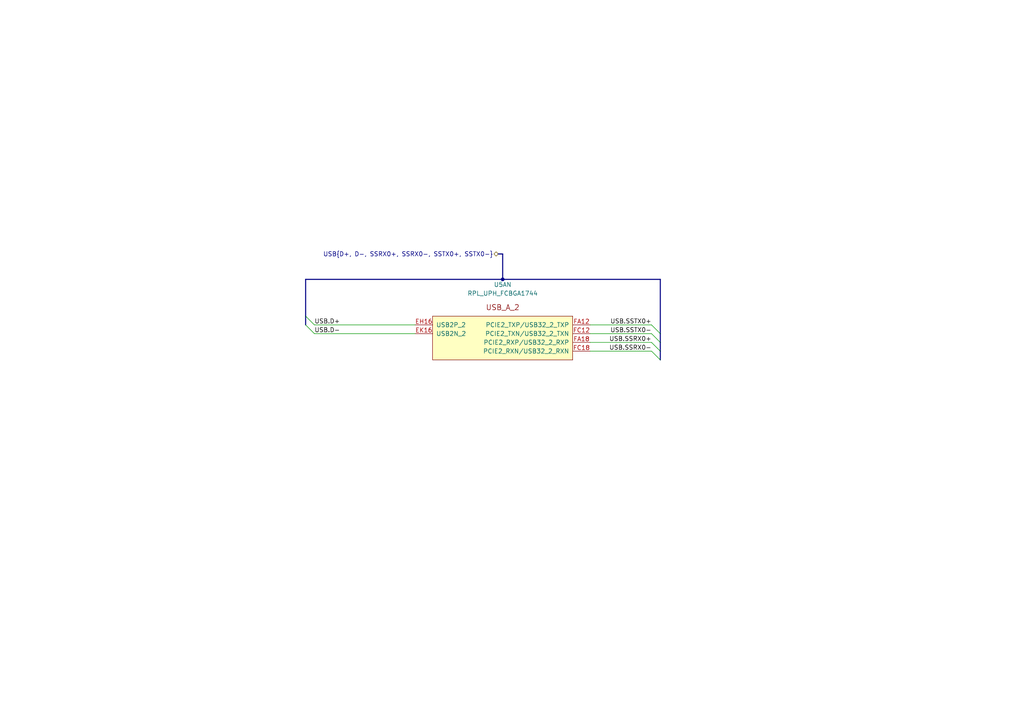
<source format=kicad_sch>
(kicad_sch (version 20230121) (generator eeschema)
  (paper "A4")
  (lib_symbols
    (symbol "local:RPL_UPH_FCBGA1744" (pin_names (offset 1.016))
      (property "Reference" "U" (at 1.27 19.05 0))
      (property "Value" "RPL_UPH_FCBGA1744" (at 1.27 16.51 0))
      (symbol "RPL_UPH_FCBGA1744_1_1"
        (text "CAMERA" (at 0 2.54 0) (effects (font (size 1.524 1.524))))
        (pin input line (at 25.4 -20.32 180) (length 5.08) (name "CSI_A_DN[1]/CSI_B_DN[2]") (number "A36"))
        (pin input line (at 25.4 -10.16 180) (length 5.08) (name "CSI_B_DN[0]") (number "A38"))
        (pin unspecified line (at -25.4 -2.54 0) (length 5.08) (name "CSI_RCOMP") (number "A55"))
        (pin input line (at 25.4 -5.08 180) (length 5.08) (name "CSI_B_DN[1]") (number "AA41"))
        (pin input line (at -25.4 -10.16 0) (length 5.08) (name "CSI_D_DN[1]/CSI_C_DN[2]") (number "AB41"))
        (pin input line (at -25.4 -7.62 0) (length 5.08) (name "CSI_D_DP[1]/CSI_C_DP[2]") (number "AD41"))
        (pin input line (at -25.4 -15.24 0) (length 5.08) (name "CSI_D_DN[0]/CSI_C_DN[3]") (number "AF41"))
        (pin input line (at -25.4 -12.7 0) (length 5.08) (name "CSI_D_DP[0]/CSI_C_DP[3]") (number "AG41"))
        (pin unspecified line (at -25.4 -5.08 0) (length 5.08) (name "CSI_RCOMP") (number "B54"))
        (pin input line (at 25.4 -17.78 180) (length 5.08) (name "CSI_A_DP[1]/CSI_B_DP[2]") (number "C36"))
        (pin input line (at 25.4 -7.62 180) (length 5.08) (name "CSI_B_DP[0]") (number "C38"))
        (pin input line (at 25.4 -25.4 180) (length 5.08) (name "CSI_A_DN[0]/CSI_B_DN[3]") (number "E37"))
        (pin input line (at 25.4 -27.94 180) (length 5.08) (name "CSI_A_CLK_P") (number "F36"))
        (pin input line (at 25.4 -15.24 180) (length 5.08) (name "CSI_B_CLK_N") (number "F39"))
        (pin input line (at 25.4 -30.48 180) (length 5.08) (name "CSI_A_CLK_N") (number "G36"))
        (pin input line (at 25.4 -22.86 180) (length 5.08) (name "CSI_A_DP[0]/CSI_B_DP[3]") (number "G37"))
        (pin input line (at 25.4 -12.7 180) (length 5.08) (name "CSI_B_CLK_P") (number "G39"))
        (pin input line (at -25.4 -17.78 0) (length 5.08) (name "CSI_D_CLK_P") (number "J41"))
        (pin input line (at -25.4 -33.02 0) (length 5.08) (name "CSI_C_CLK_P") (number "J44"))
        (pin input line (at -25.4 -35.56 0) (length 5.08) (name "CSI_C_CLK_N") (number "K44"))
        (pin input line (at -25.4 -20.32 0) (length 5.08) (name "CSI_D_CLK_N") (number "L41"))
        (pin input line (at -25.4 -25.4 0) (length 5.08) (name "CSI_C_DN[1]") (number "M44"))
        (pin input line (at -25.4 -30.48 0) (length 5.08) (name "CSI_C_DN[0]") (number "P41"))
        (pin input line (at -25.4 -22.86 0) (length 5.08) (name "CSI_C_DP[1]") (number "P44"))
        (pin input line (at -25.4 -27.94 0) (length 5.08) (name "CSI_C_DP[0]") (number "T41"))
        (pin input line (at 25.4 -2.54 180) (length 5.08) (name "CSI_B_DP[1]") (number "W41"))
      )
      (symbol "RPL_UPH_FCBGA1744_2_1"
        (text "CFG" (at 0 2.54 0) (effects (font (size 1.524 1.524))))
        (pin bidirectional line (at 25.4 -17.78 180) (length 5.08) (name "CFG[2]") (number "AA12"))
        (pin bidirectional line (at 25.4 -22.86 180) (length 5.08) (name "CFG[0]") (number "AA16"))
        (pin bidirectional line (at 25.4 -15.24 180) (length 5.08) (name "CFG[3]") (number "AC12"))
        (pin bidirectional line (at 25.4 -12.7 180) (length 5.08) (name "CFG[4]") (number "AD11"))
        (pin bidirectional line (at 25.4 -20.32 180) (length 5.08) (name "CFG[1]") (number "AD16"))
        (pin bidirectional line (at -25.4 -5.08 0) (length 5.08) (name "CFG[16]") (number "AF17"))
        (pin bidirectional line (at -25.4 -20.32 0) (length 5.08) (name "CFG[10]") (number "AF20"))
        (pin bidirectional line (at -25.4 -2.54 0) (length 5.08) (name "CFG[17]") (number "AF22"))
        (pin bidirectional line (at -25.4 -12.7 0) (length 5.08) (name "CFG[13]") (number "AF35"))
        (pin bidirectional line (at -25.4 -7.62 0) (length 5.08) (name "CFG[15]") (number "AF37"))
        (pin bidirectional line (at 25.4 -10.16 180) (length 5.08) (name "CFG[5]") (number "AG15"))
        (pin bidirectional line (at 25.4 -7.62 180) (length 5.08) (name "CFG[6]") (number "AH17"))
        (pin bidirectional line (at -25.4 -22.86 0) (length 5.08) (name "CFG[9]") (number "AH22"))
        (pin bidirectional line (at -25.4 -17.78 0) (length 5.08) (name "CFG[11]") (number "AH25"))
        (pin bidirectional line (at -25.4 -10.16 0) (length 5.08) (name "CFG[14]") (number "AH35"))
        (pin bidirectional line (at -25.4 -15.24 0) (length 5.08) (name "CFG[12]") (number "AH37"))
        (pin bidirectional line (at 25.4 -5.08 180) (length 5.08) (name "CFG[7]") (number "AJ15"))
        (pin bidirectional line (at 25.4 -2.54 180) (length 5.08) (name "CFG[8]") (number "AK17"))
        (pin unspecified line (at 25.4 -25.4 180) (length 5.08) (name "CFG_RCOMP") (number "F8"))
      )
      (symbol "RPL_UPH_FCBGA1744_3_1"
        (text "CNVI" (at 0 2.54 0) (effects (font (size 1.524 1.524))))
        (pin output line (at 25.4 -10.16 180) (length 5.08) (name "GPP_F5/MODEM_CLKREQ/CRF_XTAL_CLKREQ") (number "EF36"))
        (pin output line (at 25.4 -22.86 180) (length 5.08) (name "GPP_F0/CNV_BRI_DT/UART2_RTS#") (number "EH33"))
        (pin input line (at 25.4 -7.62 180) (length 5.08) (name "GPP_F6/CNV_PA_BLANKING") (number "EH36"))
        (pin input line (at 25.4 -20.32 180) (length 5.08) (name "GPP_F1/CNV_BRI_RSP/UART2_RXD") (number "EK33"))
        (pin input line (at 25.4 -5.08 180) (length 5.08) (name "GPP_H8/I2C4_SDA/CNV_MFUART2_RXD") (number "EL43"))
        (pin output line (at 25.4 -17.78 180) (length 5.08) (name "GPP_F2/CNV_RGI_DT/UART2_TXD") (number "EN31"))
        (pin input line (at 25.4 -2.54 180) (length 5.08) (name "GPP_H9/I2C4_SCL/CNV_MFUART2_TXD") (number "EN43"))
        (pin input line (at 25.4 -15.24 180) (length 5.08) (name "GPP_F3/CNV_RGI_RSP/UART2_CTS#") (number "ER31"))
        (pin output line (at 25.4 -12.7 180) (length 5.08) (name "GPP_F4/CNV_RF_RESET#") (number "ET31"))
        (pin input line (at -25.4 -20.32 0) (length 5.08) (name "CNV_WR_D1P") (number "EV40"))
        (pin output line (at -25.4 -7.62 0) (length 5.08) (name "CNV_WT_D0P") (number "EV43"))
        (pin output line (at -25.4 -12.7 0) (length 5.08) (name "CNV_WT_CLKP") (number "EV47"))
        (pin input line (at -25.4 -25.4 0) (length 5.08) (name "CNV_WR_D0P") (number "EW42"))
        (pin input line (at -25.4 -22.86 0) (length 5.08) (name "CNV_WR_D1N") (number "EY40"))
        (pin input line (at -25.4 -27.94 0) (length 5.08) (name "CNV_WR_D0N") (number "EY42"))
        (pin output line (at -25.4 -10.16 0) (length 5.08) (name "CNV_WT_D0N") (number "EY43"))
        (pin output line (at -25.4 -15.24 0) (length 5.08) (name "CNV_WT_CLKN") (number "EY47"))
        (pin input line (at -25.4 -30.48 0) (length 5.08) (name "CNV_WR_CLKP") (number "FA43"))
        (pin output line (at -25.4 -5.08 0) (length 5.08) (name "CNV_WT_D1N") (number "FA46"))
        (pin unspecified line (at -25.4 -17.78 0) (length 5.08) (name "CNV_WT_RCOMP") (number "FC40"))
        (pin input line (at -25.4 -33.02 0) (length 5.08) (name "CNV_WR_CLKN") (number "FC43"))
        (pin output line (at -25.4 -2.54 0) (length 5.08) (name "CNV_WT_D1P") (number "FC46"))
      )
      (symbol "RPL_UPH_FCBGA1744_4_1"
        (text "DDR_A" (at 0 2.54 0) (effects (font (size 1.524 1.524))))
        (pin bidirectional line (at -25.4 -5.08 0) (length 5.08) (name "DDR1_DQ[3][6]") (number "BJ47"))
        (pin bidirectional line (at -25.4 -2.54 0) (length 5.08) (name "DDR1_DQ[3][7]") (number "BJ50"))
        (pin bidirectional line (at -25.4 -10.16 0) (length 5.08) (name "DDR1_DQ[3][4]") (number "BK53"))
        (pin bidirectional line (at -25.4 -86.36 0) (length 5.08) (name "DDR1_DQ[1][6]") (number "BK57"))
        (pin bidirectional line (at -25.4 -91.44 0) (length 5.08) (name "DDR1_DQ[1][4]") (number "BK60"))
        (pin bidirectional line (at -25.4 -7.62 0) (length 5.08) (name "DDR1_DQ[3][5]") (number "BL48"))
        (pin bidirectional line (at 25.4 -22.86 180) (length 5.08) (name "DDR1_DQSN[3]") (number "BL51"))
        (pin bidirectional line (at -25.4 -88.9 0) (length 5.08) (name "DDR1_DQ[1][5]") (number "BL56"))
        (pin bidirectional line (at -25.4 -83.82 0) (length 5.08) (name "DDR1_DQ[1][7]") (number "BL58"))
        (pin bidirectional line (at 25.4 -12.7 180) (length 5.08) (name "DDR1_DQSP[1]") (number "BL61"))
        (pin bidirectional line (at -25.4 -15.24 0) (length 5.08) (name "DDR1_DQ[3][2]") (number "BN48"))
        (pin bidirectional line (at 25.4 -2.54 180) (length 5.08) (name "DDR1_DQSP[3]") (number "BN51"))
        (pin bidirectional line (at -25.4 -96.52 0) (length 5.08) (name "DDR1_DQ[1][2]") (number "BN56"))
        (pin bidirectional line (at -25.4 -101.6 0) (length 5.08) (name "DDR1_DQ[1][0]") (number "BN58"))
        (pin bidirectional line (at 25.4 -33.02 180) (length 5.08) (name "DDR1_DQSN[1]") (number "BN61"))
        (pin bidirectional line (at -25.4 -17.78 0) (length 5.08) (name "DDR1_DQ[3][1]") (number "BP47"))
        (pin bidirectional line (at -25.4 -20.32 0) (length 5.08) (name "DDR1_DQ[3][0]") (number "BP50"))
        (pin bidirectional line (at -25.4 -12.7 0) (length 5.08) (name "DDR1_DQ[3][3]") (number "BP53"))
        (pin bidirectional line (at -25.4 -99.06 0) (length 5.08) (name "DDR1_DQ[1][1]") (number "BP57"))
        (pin bidirectional line (at -25.4 -93.98 0) (length 5.08) (name "DDR1_DQ[1][3]") (number "BP60"))
        (pin bidirectional line (at -25.4 -25.4 0) (length 5.08) (name "DDR1_DQ[2][6]") (number "BT47"))
        (pin bidirectional line (at -25.4 -22.86 0) (length 5.08) (name "DDR1_DQ[2][7]") (number "BT50"))
        (pin bidirectional line (at -25.4 -30.48 0) (length 5.08) (name "DDR1_DQ[2][4]") (number "BT53"))
        (pin bidirectional line (at -25.4 -106.68 0) (length 5.08) (name "DDR1_DQ[0][6]") (number "BT57"))
        (pin bidirectional line (at -25.4 -111.76 0) (length 5.08) (name "DDR1_DQ[0][4]") (number "BT60"))
        (pin bidirectional line (at -25.4 -27.94 0) (length 5.08) (name "DDR1_DQ[2][5]") (number "BU48"))
        (pin bidirectional line (at 25.4 -25.4 180) (length 5.08) (name "DDR1_DQSN[2]") (number "BU51"))
        (pin bidirectional line (at -25.4 -109.22 0) (length 5.08) (name "DDR1_DQ[0][5]") (number "BU56"))
        (pin bidirectional line (at -25.4 -104.14 0) (length 5.08) (name "DDR1_DQ[0][7]") (number "BU58"))
        (pin bidirectional line (at 25.4 -15.24 180) (length 5.08) (name "DDR1_DQSP[0]") (number "BU61"))
        (pin bidirectional line (at -25.4 -35.56 0) (length 5.08) (name "DDR1_DQ[2][2]") (number "BW48"))
        (pin bidirectional line (at 25.4 -5.08 180) (length 5.08) (name "DDR1_DQSP[2]") (number "BW51"))
        (pin bidirectional line (at -25.4 -116.84 0) (length 5.08) (name "DDR1_DQ[0][2]") (number "BW56"))
        (pin bidirectional line (at -25.4 -121.92 0) (length 5.08) (name "DDR1_DQ[0][0]") (number "BW58"))
        (pin bidirectional line (at 25.4 -35.56 180) (length 5.08) (name "DDR1_DQSN[0]") (number "BW61"))
        (pin bidirectional line (at -25.4 -40.64 0) (length 5.08) (name "DDR1_DQ[2][0]") (number "BY50"))
        (pin bidirectional line (at -25.4 -33.02 0) (length 5.08) (name "DDR1_DQ[2][3]") (number "BY53"))
        (pin bidirectional line (at -25.4 -119.38 0) (length 5.08) (name "DDR1_DQ[0][1]") (number "BY57"))
        (pin bidirectional line (at -25.4 -114.3 0) (length 5.08) (name "DDR1_DQ[0][3]") (number "BY60"))
        (pin bidirectional line (at -25.4 -38.1 0) (length 5.08) (name "DDR1_DQ[2][1]") (number "CA47"))
        (pin output line (at 25.4 -45.72 180) (length 5.08) (name "DDR1_CS[0]") (number "CC47"))
        (pin output line (at 25.4 -88.9 180) (length 5.08) (name "DDR1_CA[1]") (number "CC50"))
        (pin output line (at 25.4 -43.18 180) (length 5.08) (name "DDR1_CS[1]") (number "CC53"))
        (pin output line (at 25.4 -124.46 180) (length 5.08) (name "DDR1_CLK_N[1]") (number "CD48"))
        (pin output line (at 25.4 -119.38 180) (length 5.08) (name "DDR1_CLK_P[1]") (number "CD49"))
        (pin output line (at 25.4 -48.26 180) (length 5.08) (name "DDR1_CA[0]") (number "CE53"))
        (pin output line (at 25.4 -129.54 180) (length 5.08) (name "DDR1_CA[4]") (number "CE60"))
        (pin output line (at 25.4 -53.34 180) (length 5.08) (name "DDR1_CA[2]") (number "CF56"))
        (pin output line (at 25.4 -58.42 180) (length 5.08) (name "DDR1_CLK_N[0]") (number "CF61"))
        (pin output line (at 25.4 -50.8 180) (length 5.08) (name "DDR1_CA[6]") (number "CH46"))
        (pin output line (at 25.4 -71.12 180) (length 5.08) (name "DDR1_CA[3]") (number "CH48"))
        (pin output line (at 25.4 -101.6 180) (length 5.08) (name "DDR1_CA[12]") (number "CH56"))
        (pin output line (at 25.4 -78.74 180) (length 5.08) (name "DDR1_CA[7]") (number "CH58"))
        (pin output line (at 25.4 -55.88 180) (length 5.08) (name "DDR1_CLK_P[0]") (number "CH61"))
        (pin output line (at 25.4 -111.76 180) (length 5.08) (name "DDR1_CA[5]") (number "CJ50"))
        (pin output line (at 25.4 -134.62 180) (length 5.08) (name "DDR1_CA[10]") (number "CJ53"))
        (pin output line (at 25.4 -137.16 180) (length 5.08) (name "DDR1_CA[9]") (number "CJ57"))
        (pin output line (at 25.4 -104.14 180) (length 5.08) (name "DDR1_CA[11]") (number "CJ60"))
        (pin output line (at 25.4 -106.68 180) (length 5.08) (name "DDR1_CA[8]") (number "CK47"))
        (pin output line (at 25.4 -132.08 180) (length 5.08) (name "DDR0_CA[10]") (number "CM47"))
        (pin output line (at 25.4 -76.2 180) (length 5.08) (name "DDR0_CA[6]") (number "CM50"))
        (pin output line (at 25.4 -91.44 180) (length 5.08) (name "DDR0_CA[8]") (number "CM53"))
        (pin output line (at 25.4 -63.5 180) (length 5.08) (name "DDR0_CLK_N[1]") (number "CN48"))
        (pin output line (at 25.4 -60.96 180) (length 5.08) (name "DDR0_CLK_P[1]") (number "CN49"))
        (pin output line (at 25.4 -96.52 180) (length 5.08) (name "DDR0_CA[11]") (number "CP53"))
        (pin output line (at 25.4 -81.28 180) (length 5.08) (name "DDR0_CA[9]") (number "CP60"))
        (pin output line (at 25.4 -83.82 180) (length 5.08) (name "DDR0_CA[12]") (number "CR56"))
        (pin output line (at 25.4 -127 180) (length 5.08) (name "DDR0_CLK_N[0]") (number "CR61"))
        (pin output line (at 25.4 -93.98 180) (length 5.08) (name "DDR0_CA[7]") (number "CT46"))
        (pin output line (at 25.4 -99.06 180) (length 5.08) (name "DDR0_CA[5]") (number "CU48"))
        (pin output line (at 25.4 -68.58 180) (length 5.08) (name "DDR0_CA[1]") (number "CU56"))
        (pin output line (at 25.4 -66.04 180) (length 5.08) (name "DDR0_CA[0]") (number "CU58"))
        (pin output line (at 25.4 -121.92 180) (length 5.08) (name "DDR0_CLK_P[0]") (number "CU61"))
        (pin output line (at 25.4 -116.84 180) (length 5.08) (name "DDR0_CA[4]") (number "CV50"))
        (pin output line (at 25.4 -73.66 180) (length 5.08) (name "DDR0_CA[3]") (number "CV53"))
        (pin output line (at 25.4 -109.22 180) (length 5.08) (name "DDR0_CS[0]") (number "CV57"))
        (pin output line (at 25.4 -86.36 180) (length 5.08) (name "DDR0_CS[1]") (number "CV60"))
        (pin output line (at 25.4 -114.3 180) (length 5.08) (name "DDR0_CA[2]") (number "CW47"))
        (pin bidirectional line (at -25.4 -45.72 0) (length 5.08) (name "DDR0_DQ[3][6]") (number "CY47"))
        (pin bidirectional line (at -25.4 -43.18 0) (length 5.08) (name "DDR0_DQ[3][7]") (number "CY50"))
        (pin bidirectional line (at -25.4 -127 0) (length 5.08) (name "DDR0_DQ[1][6]") (number "CY57"))
        (pin bidirectional line (at -25.4 -132.08 0) (length 5.08) (name "DDR0_DQ[1][4]") (number "CY60"))
        (pin bidirectional line (at -25.4 -50.8 0) (length 5.08) (name "DDR0_DQ[3][4]") (number "DA53"))
        (pin bidirectional line (at -25.4 -124.46 0) (length 5.08) (name "DDR0_DQ[1][7]") (number "DA58"))
        (pin bidirectional line (at -25.4 -48.26 0) (length 5.08) (name "DDR0_DQ[3][5]") (number "DB48"))
        (pin bidirectional line (at 25.4 -27.94 180) (length 5.08) (name "DDR0_DQSN[3]") (number "DB51"))
        (pin bidirectional line (at -25.4 -129.54 0) (length 5.08) (name "DDR0_DQ[1][5]") (number "DB56"))
        (pin bidirectional line (at 25.4 -17.78 180) (length 5.08) (name "DDR0_DQSP[1]") (number "DB61"))
        (pin bidirectional line (at -25.4 -55.88 0) (length 5.08) (name "DDR0_DQ[3][2]") (number "DC48"))
        (pin bidirectional line (at 25.4 -7.62 180) (length 5.08) (name "DDR0_DQSP[3]") (number "DC51"))
        (pin bidirectional line (at 25.4 -38.1 180) (length 5.08) (name "DDR0_DQSN[1]") (number "DC61"))
        (pin bidirectional line (at -25.4 -137.16 0) (length 5.08) (name "DDR0_DQ[1][2]") (number "DD56"))
        (pin bidirectional line (at -25.4 -142.24 0) (length 5.08) (name "DDR0_DQ[1][0]") (number "DD58"))
        (pin bidirectional line (at -25.4 -58.42 0) (length 5.08) (name "DDR0_DQ[3][1]") (number "DE47"))
        (pin bidirectional line (at -25.4 -60.96 0) (length 5.08) (name "DDR0_DQ[3][0]") (number "DE50"))
        (pin bidirectional line (at -25.4 -53.34 0) (length 5.08) (name "DDR0_DQ[3][3]") (number "DE53"))
        (pin bidirectional line (at -25.4 -139.7 0) (length 5.08) (name "DDR0_DQ[1][1]") (number "DE57"))
        (pin bidirectional line (at -25.4 -134.62 0) (length 5.08) (name "DDR0_DQ[1][3]") (number "DE60"))
        (pin bidirectional line (at -25.4 -66.04 0) (length 5.08) (name "DDR0_DQ[2][6]") (number "DG47"))
        (pin bidirectional line (at -25.4 -63.5 0) (length 5.08) (name "DDR0_DQ[2][7]") (number "DG50"))
        (pin bidirectional line (at -25.4 -71.12 0) (length 5.08) (name "DDR0_DQ[2][4]") (number "DG53"))
        (pin bidirectional line (at -25.4 -147.32 0) (length 5.08) (name "DDR0_DQ[0][6]") (number "DG57"))
        (pin bidirectional line (at -25.4 -152.4 0) (length 5.08) (name "DDR0_DQ[0][4]") (number "DG60"))
        (pin bidirectional line (at -25.4 -68.58 0) (length 5.08) (name "DDR0_DQ[2][5]") (number "DH48"))
        (pin bidirectional line (at 25.4 -30.48 180) (length 5.08) (name "DDR0_DQSN[2]") (number "DH51"))
        (pin bidirectional line (at -25.4 -149.86 0) (length 5.08) (name "DDR0_DQ[0][5]") (number "DH56"))
        (pin bidirectional line (at -25.4 -144.78 0) (length 5.08) (name "DDR0_DQ[0][7]") (number "DH58"))
        (pin bidirectional line (at 25.4 -20.32 180) (length 5.08) (name "DDR0_DQSP[0]") (number "DH61"))
        (pin bidirectional line (at -25.4 -76.2 0) (length 5.08) (name "DDR0_DQ[2][2]") (number "DK48"))
        (pin bidirectional line (at 25.4 -10.16 180) (length 5.08) (name "DDR0_DQSP[2]") (number "DK51"))
        (pin bidirectional line (at -25.4 -157.48 0) (length 5.08) (name "DDR0_DQ[0][2]") (number "DK56"))
        (pin bidirectional line (at -25.4 -162.56 0) (length 5.08) (name "DDR0_DQ[0][0]") (number "DK58"))
        (pin bidirectional line (at 25.4 -40.64 180) (length 5.08) (name "DDR0_DQSN[0]") (number "DK61"))
        (pin bidirectional line (at -25.4 -81.28 0) (length 5.08) (name "DDR0_DQ[2][0]") (number "DL50"))
        (pin bidirectional line (at -25.4 -73.66 0) (length 5.08) (name "DDR0_DQ[2][3]") (number "DL53"))
        (pin bidirectional line (at -25.4 -160.02 0) (length 5.08) (name "DDR0_DQ[0][1]") (number "DL57"))
        (pin bidirectional line (at -25.4 -154.94 0) (length 5.08) (name "DDR0_DQ[0][3]") (number "DL60"))
        (pin bidirectional line (at -25.4 -78.74 0) (length 5.08) (name "DDR0_DQ[2][1]") (number "DM47"))
      )
      (symbol "RPL_UPH_FCBGA1744_5_1"
        (text "DDR_B" (at 0 2.54 0) (effects (font (size 1.524 1.524))))
        (pin bidirectional line (at 25.4 -12.7 180) (length 5.08) (name "DDR3_DQSP[1]") (number "A43"))
        (pin bidirectional line (at 25.4 -33.02 180) (length 5.08) (name "DDR3_DQSN[1]") (number "A44"))
        (pin bidirectional line (at 25.4 -15.24 180) (length 5.08) (name "DDR3_DQSP[0]") (number "A49"))
        (pin bidirectional line (at 25.4 -35.56 180) (length 5.08) (name "DDR3_DQSN[0]") (number "A51"))
        (pin output line (at 25.4 -50.8 180) (length 5.08) (name "DDR3_CA[6]") (number "AA46"))
        (pin output line (at 25.4 -71.12 180) (length 5.08) (name "DDR3_CA[3]") (number "AA48"))
        (pin output line (at 25.4 -104.14 180) (length 5.08) (name "DDR3_CA[12]") (number "AB56"))
        (pin output line (at 25.4 -101.6 180) (length 5.08) (name "DDR3_CA[7]") (number "AB58"))
        (pin output line (at 25.4 -55.88 180) (length 5.08) (name "DDR3_CLK_P[0]") (number "AB61"))
        (pin output line (at 25.4 -106.68 180) (length 5.08) (name "DDR3_CA[8]") (number "AC47"))
        (pin output line (at 25.4 -111.76 180) (length 5.08) (name "DDR3_CA[5]") (number "AC50"))
        (pin output line (at 25.4 -134.62 180) (length 5.08) (name "DDR3_CA[10]") (number "AC53"))
        (pin output line (at 25.4 -137.16 180) (length 5.08) (name "DDR3_CA[9]") (number "AC57"))
        (pin output line (at 25.4 -78.74 180) (length 5.08) (name "DDR3_CA[11]") (number "AC60"))
        (pin output line (at 25.4 -132.08 180) (length 5.08) (name "DDR2_CA[10]") (number "AE47"))
        (pin output line (at 25.4 -76.2 180) (length 5.08) (name "DDR2_CA[6]") (number "AE50"))
        (pin output line (at 25.4 -91.44 180) (length 5.08) (name "DDR2_CA[8]") (number "AE53"))
        (pin output line (at 25.4 -63.5 180) (length 5.08) (name "DDR2_CLK_N[1]") (number "AG48"))
        (pin output line (at 25.4 -60.96 180) (length 5.08) (name "DDR2_CLK_P[1]") (number "AG49"))
        (pin output line (at 25.4 -96.52 180) (length 5.08) (name "DDR2_CA[11]") (number "AH53"))
        (pin output line (at 25.4 -81.28 180) (length 5.08) (name "DDR2_CA[9]") (number "AH60"))
        (pin output line (at 25.4 -83.82 180) (length 5.08) (name "DDR2_CA[12]") (number "AJ56"))
        (pin output line (at 25.4 -127 180) (length 5.08) (name "DDR2_CLK_N[0]") (number "AJ61"))
        (pin output line (at 25.4 -93.98 180) (length 5.08) (name "DDR2_CA[7]") (number "AK46"))
        (pin output line (at 25.4 -99.06 180) (length 5.08) (name "DDR2_CA[5]") (number "AK48"))
        (pin output line (at 25.4 -66.04 180) (length 5.08) (name "DDR2_CA[1]") (number "AL56"))
        (pin output line (at 25.4 -68.58 180) (length 5.08) (name "DDR2_CA[0]") (number "AL58"))
        (pin output line (at 25.4 -121.92 180) (length 5.08) (name "DDR2_CLK_P[0]") (number "AL61"))
        (pin output line (at 25.4 -114.3 180) (length 5.08) (name "DDR2_CA[2]") (number "AM47"))
        (pin output line (at 25.4 -116.84 180) (length 5.08) (name "DDR2_CA[4]") (number "AM50"))
        (pin output line (at 25.4 -73.66 180) (length 5.08) (name "DDR2_CA[3]") (number "AM53"))
        (pin output line (at 25.4 -86.36 180) (length 5.08) (name "DDR2_CS[1]") (number "AM57"))
        (pin output line (at 25.4 -109.22 180) (length 5.08) (name "DDR2_CS[0]") (number "AM60"))
        (pin bidirectional line (at -25.4 -45.72 0) (length 5.08) (name "DDR2_DQ[3][6]") (number "AP47"))
        (pin bidirectional line (at -25.4 -43.18 0) (length 5.08) (name "DDR2_DQ[3][7]") (number "AP50"))
        (pin bidirectional line (at -25.4 -50.8 0) (length 5.08) (name "DDR2_DQ[3][4]") (number "AP53"))
        (pin bidirectional line (at -25.4 -127 0) (length 5.08) (name "DDR2_DQ[1][6]") (number "AP57"))
        (pin bidirectional line (at -25.4 -132.08 0) (length 5.08) (name "DDR2_DQ[1][4]") (number "AP60"))
        (pin bidirectional line (at -25.4 -48.26 0) (length 5.08) (name "DDR2_DQ[3][5]") (number "AR48"))
        (pin bidirectional line (at 25.4 -27.94 180) (length 5.08) (name "DDR2_DQSN[3]") (number "AR51"))
        (pin bidirectional line (at -25.4 -129.54 0) (length 5.08) (name "DDR2_DQ[1][5]") (number "AR56"))
        (pin bidirectional line (at -25.4 -124.46 0) (length 5.08) (name "DDR2_DQ[1][7]") (number "AR58"))
        (pin bidirectional line (at 25.4 -17.78 180) (length 5.08) (name "DDR2_DQSP[1]") (number "AR61"))
        (pin bidirectional line (at -25.4 -55.88 0) (length 5.08) (name "DDR2_DQ[3][2]") (number "AU48"))
        (pin bidirectional line (at 25.4 -7.62 180) (length 5.08) (name "DDR2_DQSP[3]") (number "AU51"))
        (pin bidirectional line (at -25.4 -137.16 0) (length 5.08) (name "DDR2_DQ[1][2]") (number "AU56"))
        (pin bidirectional line (at -25.4 -142.24 0) (length 5.08) (name "DDR2_DQ[1][0]") (number "AU58"))
        (pin bidirectional line (at 25.4 -38.1 180) (length 5.08) (name "DDR2_DQSN[1]") (number "AU61"))
        (pin bidirectional line (at -25.4 -60.96 0) (length 5.08) (name "DDR2_DQ[3][0]") (number "AV50"))
        (pin bidirectional line (at -25.4 -53.34 0) (length 5.08) (name "DDR2_DQ[3][3]") (number "AV53"))
        (pin bidirectional line (at -25.4 -139.7 0) (length 5.08) (name "DDR2_DQ[1][1]") (number "AV57"))
        (pin bidirectional line (at -25.4 -134.62 0) (length 5.08) (name "DDR2_DQ[1][3]") (number "AV60"))
        (pin bidirectional line (at -25.4 -58.42 0) (length 5.08) (name "DDR2_DQ[3][1]") (number "AW47"))
        (pin bidirectional line (at -25.4 -66.04 0) (length 5.08) (name "DDR2_DQ[2][6]") (number "AY47"))
        (pin bidirectional line (at -25.4 -91.44 0) (length 5.08) (name "DDR3_DQ[1][4]") (number "B41"))
        (pin bidirectional line (at -25.4 -93.98 0) (length 5.08) (name "DDR3_DQ[1][3]") (number "B46"))
        (pin bidirectional line (at -25.4 -111.76 0) (length 5.08) (name "DDR3_DQ[0][4]") (number "B48"))
        (pin bidirectional line (at -25.4 -114.3 0) (length 5.08) (name "DDR3_DQ[0][3]") (number "B52"))
        (pin bidirectional line (at -25.4 -63.5 0) (length 5.08) (name "DDR2_DQ[2][7]") (number "BA50"))
        (pin bidirectional line (at -25.4 -71.12 0) (length 5.08) (name "DDR2_DQ[2][4]") (number "BA53"))
        (pin bidirectional line (at -25.4 -147.32 0) (length 5.08) (name "DDR2_DQ[0][6]") (number "BA57"))
        (pin bidirectional line (at -25.4 -152.4 0) (length 5.08) (name "DDR2_DQ[0][4]") (number "BA60"))
        (pin bidirectional line (at -25.4 -68.58 0) (length 5.08) (name "DDR2_DQ[2][5]") (number "BB48"))
        (pin bidirectional line (at 25.4 -30.48 180) (length 5.08) (name "DDR2_DQSN[2]") (number "BB51"))
        (pin bidirectional line (at -25.4 -149.86 0) (length 5.08) (name "DDR2_DQ[0][5]") (number "BB56"))
        (pin bidirectional line (at -25.4 -144.78 0) (length 5.08) (name "DDR2_DQ[0][7]") (number "BB58"))
        (pin bidirectional line (at 25.4 -20.32 180) (length 5.08) (name "DDR2_DQSP[0]") (number "BB61"))
        (pin bidirectional line (at -25.4 -76.2 0) (length 5.08) (name "DDR2_DQ[2][2]") (number "BD48"))
        (pin bidirectional line (at 25.4 -10.16 180) (length 5.08) (name "DDR2_DQSP[2]") (number "BD51"))
        (pin bidirectional line (at -25.4 -157.48 0) (length 5.08) (name "DDR2_DQ[0][2]") (number "BD56"))
        (pin bidirectional line (at -25.4 -162.56 0) (length 5.08) (name "DDR2_DQ[0][0]") (number "BD58"))
        (pin bidirectional line (at 25.4 -40.64 180) (length 5.08) (name "DDR2_DQSN[0]") (number "BD61"))
        (pin bidirectional line (at -25.4 -78.74 0) (length 5.08) (name "DDR2_DQ[2][1]") (number "BE47"))
        (pin bidirectional line (at -25.4 -81.28 0) (length 5.08) (name "DDR2_DQ[2][0]") (number "BE50"))
        (pin bidirectional line (at -25.4 -73.66 0) (length 5.08) (name "DDR2_DQ[2][3]") (number "BE53"))
        (pin bidirectional line (at -25.4 -160.02 0) (length 5.08) (name "DDR2_DQ[0][1]") (number "BE57"))
        (pin bidirectional line (at -25.4 -154.94 0) (length 5.08) (name "DDR2_DQ[0][3]") (number "BE60"))
        (pin bidirectional line (at -25.4 -86.36 0) (length 5.08) (name "DDR3_DQ[1][6]") (number "C42"))
        (pin bidirectional line (at -25.4 -101.6 0) (length 5.08) (name "DDR3_DQ[1][0]") (number "C45"))
        (pin bidirectional line (at -25.4 -104.14 0) (length 5.08) (name "DDR3_DQ[0][7]") (number "C49"))
        (pin bidirectional line (at -25.4 -121.92 0) (length 5.08) (name "DDR3_DQ[0][0]") (number "C51"))
        (pin bidirectional line (at -25.4 -83.82 0) (length 5.08) (name "DDR3_DQ[1][7]") (number "E41"))
        (pin bidirectional line (at -25.4 -99.06 0) (length 5.08) (name "DDR3_DQ[1][1]") (number "E46"))
        (pin bidirectional line (at -25.4 -106.68 0) (length 5.08) (name "DDR3_DQ[0][6]") (number "E48"))
        (pin bidirectional line (at -25.4 -119.38 0) (length 5.08) (name "DDR3_DQ[0][1]") (number "E52"))
        (pin bidirectional line (at -25.4 -88.9 0) (length 5.08) (name "DDR3_DQ[1][5]") (number "F43"))
        (pin bidirectional line (at -25.4 -96.52 0) (length 5.08) (name "DDR3_DQ[1][2]") (number "F44"))
        (pin bidirectional line (at -25.4 -109.22 0) (length 5.08) (name "DDR3_DQ[0][5]") (number "F49"))
        (pin bidirectional line (at -25.4 -116.84 0) (length 5.08) (name "DDR3_DQ[0][2]") (number "F51"))
        (pin bidirectional line (at -25.4 -7.62 0) (length 5.08) (name "DDR3_DQ[3][5]") (number "F54"))
        (pin bidirectional line (at -25.4 -5.08 0) (length 5.08) (name "DDR3_DQ[3][6]") (number "F58"))
        (pin bidirectional line (at -25.4 -12.7 0) (length 5.08) (name "DDR3_DQ[3][3]") (number "H56"))
        (pin bidirectional line (at -25.4 -2.54 0) (length 5.08) (name "DDR3_DQ[3][7]") (number "K50"))
        (pin bidirectional line (at -25.4 -15.24 0) (length 5.08) (name "DDR3_DQ[3][2]") (number "K53"))
        (pin bidirectional line (at -25.4 -25.4 0) (length 5.08) (name "DDR3_DQ[2][6]") (number "K57"))
        (pin bidirectional line (at -25.4 -30.48 0) (length 5.08) (name "DDR3_DQ[2][4]") (number "K60"))
        (pin bidirectional line (at -25.4 -10.16 0) (length 5.08) (name "DDR3_DQ[3][4]") (number "L48"))
        (pin bidirectional line (at 25.4 -22.86 180) (length 5.08) (name "DDR3_DQSN[3]") (number "L51"))
        (pin bidirectional line (at -25.4 -27.94 0) (length 5.08) (name "DDR3_DQ[2][5]") (number "L56"))
        (pin bidirectional line (at -25.4 -22.86 0) (length 5.08) (name "DDR3_DQ[2][7]") (number "L58"))
        (pin bidirectional line (at 25.4 -25.4 180) (length 5.08) (name "DDR3_DQSN[2]") (number "L61"))
        (pin bidirectional line (at 25.4 -2.54 180) (length 5.08) (name "DDR3_DQSP[3]") (number "N51"))
        (pin bidirectional line (at -25.4 -35.56 0) (length 5.08) (name "DDR3_DQ[2][2]") (number "N56"))
        (pin bidirectional line (at -25.4 -40.64 0) (length 5.08) (name "DDR3_DQ[2][0]") (number "N58"))
        (pin bidirectional line (at 25.4 -5.08 180) (length 5.08) (name "DDR3_DQSP[2]") (number "N61"))
        (pin bidirectional line (at -25.4 -17.78 0) (length 5.08) (name "DDR3_DQ[3][1]") (number "P50"))
        (pin bidirectional line (at -25.4 -20.32 0) (length 5.08) (name "DDR3_DQ[3][0]") (number "P53"))
        (pin bidirectional line (at -25.4 -38.1 0) (length 5.08) (name "DDR3_DQ[2][1]") (number "P57"))
        (pin bidirectional line (at -25.4 -33.02 0) (length 5.08) (name "DDR3_DQ[2][3]") (number "P60"))
        (pin output line (at 25.4 -45.72 180) (length 5.08) (name "DDR3_CS[0]") (number "T47"))
        (pin output line (at 25.4 -88.9 180) (length 5.08) (name "DDR3_CA[1]") (number "T50"))
        (pin output line (at 25.4 -43.18 180) (length 5.08) (name "DDR3_CS[1]") (number "T53"))
        (pin output line (at 25.4 -119.38 180) (length 5.08) (name "DDR3_CLK_P[1]") (number "V48"))
        (pin output line (at 25.4 -124.46 180) (length 5.08) (name "DDR3_CLK_N[1]") (number "V49"))
        (pin output line (at 25.4 -48.26 180) (length 5.08) (name "DDR3_CA[0]") (number "W53"))
        (pin output line (at 25.4 -129.54 180) (length 5.08) (name "DDR3_CA[4]") (number "W60"))
        (pin output line (at 25.4 -53.34 180) (length 5.08) (name "DDR3_CA[2]") (number "Y56"))
        (pin output line (at 25.4 -58.42 180) (length 5.08) (name "DDR3_CLK_N[0]") (number "Y61"))
      )
      (symbol "RPL_UPH_FCBGA1744_6_1"
        (text "DDR_MISC" (at 0 2.54 0) (effects (font (size 1.524 1.524))))
        (pin unspecified line (at 25.4 -15.24 180) (length 5.08) (name "DDR_COMP") (number "A56"))
        (pin output line (at -25.4 -5.08 0) (length 5.08) (name "NC") (number "AB51"))
        (pin output line (at -25.4 -43.18 0) (length 5.08) (name "NC") (number "AE55"))
        (pin output line (at -25.4 -48.26 0) (length 5.08) (name "NC") (number "AE60"))
        (pin output line (at -25.4 -45.72 0) (length 5.08) (name "NC") (number "AF57"))
        (pin output line (at -25.4 -17.78 0) (length 5.08) (name "NC") (number "AH57"))
        (pin output line (at -25.4 -12.7 0) (length 5.08) (name "NC") (number "AJ51"))
        (pin output line (at -25.4 -20.32 0) (length 5.08) (name "NC") (number "AJ58"))
        (pin output line (at -25.4 -15.24 0) (length 5.08) (name "NC") (number "AL51"))
        (pin unspecified line (at 25.4 -17.78 180) (length 5.08) (name "DDR_COMP") (number "B56"))
        (pin input line (at 25.4 -5.08 180) (length 5.08) (name "DDR0_ALERT#") (number "BF61"))
        (pin output line (at 25.4 -12.7 180) (length 5.08) (name "DDR_VTT_CTL") (number "BG50"))
        (pin output line (at 25.4 -7.62 180) (length 5.08) (name "DDR1_VREF_CA0") (number "BG55"))
        (pin input line (at 25.4 -2.54 180) (length 5.08) (name "DDR1_ALERT#") (number "BG57"))
        (pin output line (at 25.4 -10.16 180) (length 5.08) (name "DDR0_VREF_CA0") (number "BG60"))
        (pin output line (at -25.4 -66.04 0) (length 5.08) (name "NC") (number "CB55"))
        (pin output line (at -25.4 -71.12 0) (length 5.08) (name "NC") (number "CC57"))
        (pin output line (at -25.4 -68.58 0) (length 5.08) (name "NC") (number "CC60"))
        (pin output line (at -25.4 -30.48 0) (length 5.08) (name "NC") (number "CE57"))
        (pin output line (at -25.4 -25.4 0) (length 5.08) (name "NC") (number "CF51"))
        (pin output line (at -25.4 -27.94 0) (length 5.08) (name "NC") (number "CF58"))
        (pin output line (at -25.4 -22.86 0) (length 5.08) (name "NC") (number "CH51"))
        (pin output line (at -25.4 -58.42 0) (length 5.08) (name "NC") (number "CL55"))
        (pin output line (at -25.4 -60.96 0) (length 5.08) (name "NC") (number "CM57"))
        (pin output line (at -25.4 -63.5 0) (length 5.08) (name "NC") (number "CM60"))
        (pin output line (at -25.4 -38.1 0) (length 5.08) (name "NC") (number "CP57"))
        (pin output line (at -25.4 -35.56 0) (length 5.08) (name "NC") (number "CR51"))
        (pin output line (at -25.4 -40.64 0) (length 5.08) (name "NC") (number "CR58"))
        (pin output line (at -25.4 -33.02 0) (length 5.08) (name "NC") (number "CU51"))
        (pin output line (at 25.4 -20.32 180) (length 5.08) (name "DRAM_RESET#") (number "EE53"))
        (pin output line (at -25.4 -53.34 0) (length 5.08) (name "NC") (number "T55"))
        (pin output line (at -25.4 -50.8 0) (length 5.08) (name "NC") (number "T60"))
        (pin output line (at -25.4 -55.88 0) (length 5.08) (name "NC") (number "U57"))
        (pin output line (at -25.4 -10.16 0) (length 5.08) (name "NC") (number "W57"))
        (pin output line (at -25.4 -2.54 0) (length 5.08) (name "NC") (number "Y51"))
        (pin output line (at -25.4 -7.62 0) (length 5.08) (name "NC") (number "Y58"))
      )
      (symbol "RPL_UPH_FCBGA1744_7_1"
        (text "EDP" (at 0 2.54 0) (effects (font (size 1.524 1.524))))
        (pin output line (at -25.4 -7.62 0) (length 5.08) (name "DDIA_TXP[2]") (number "AA1"))
        (pin output line (at -25.4 -5.08 0) (length 5.08) (name "DDIA_TXN[3]") (number "AA3"))
        (pin output line (at -25.4 -10.16 0) (length 5.08) (name "DDIA_TXN[2]") (number "AB1"))
        (pin output line (at -25.4 -12.7 0) (length 5.08) (name "DDIA_TXP[1]") (number "AB3"))
        (pin output line (at -25.4 -20.32 0) (length 5.08) (name "DDIA_TXN[0]") (number "AD1"))
        (pin output line (at -25.4 -15.24 0) (length 5.08) (name "DDIA_TXN[1]") (number "AD3"))
        (pin output line (at -25.4 -17.78 0) (length 5.08) (name "DDIA_TXP[0]") (number "AF1"))
        (pin bidirectional line (at 25.4 -2.54 180) (length 5.08) (name "DDIA_AUXP") (number "AF3"))
        (pin bidirectional line (at 25.4 -5.08 180) (length 5.08) (name "DDIA_AUXN") (number "AG3"))
        (pin unspecified line (at 25.4 -15.24 180) (length 5.08) (name "DDIA_RCOMP") (number "AJ1"))
        (pin output line (at 25.4 -12.7 180) (length 5.08) (name "eDP_BKLTCTL") (number "EL21"))
        (pin output line (at 25.4 -10.16 180) (length 5.08) (name "eDP_BKLTEN") (number "EN21"))
        (pin output line (at 25.4 -7.62 180) (length 5.08) (name "GPP_E14/DDSP_HPDA/DISP_MISC_A") (number "EV25"))
        (pin output line (at -25.4 -2.54 0) (length 5.08) (name "DDIA_TXP[3]") (number "W3"))
      )
      (symbol "RPL_UPH_FCBGA1744_8_1"
        (text "ESPI" (at 0 2.54 0) (effects (font (size 1.524 1.524))))
        (pin output line (at -25.4 -15.24 0) (length 5.08) (name "GPP_A4/ESPI_CS0#") (number "DP44"))
        (pin output line (at -25.4 -12.7 0) (length 5.08) (name "GPP_A5/ESPI_ALERT0#") (number "DP47"))
        (pin bidirectional line (at 25.4 -10.16 180) (length 5.08) (name "GPP_A0/ESPI_IO0") (number "DP51"))
        (pin bidirectional line (at 25.4 -2.54 180) (length 5.08) (name "GPP_A3/ESPI_IO3/SUSACK#") (number "DP52"))
        (pin output line (at -25.4 -10.16 0) (length 5.08) (name "GPP_A6/ESPI_ALERT1#") (number "DP54"))
        (pin bidirectional line (at 25.4 -7.62 180) (length 5.08) (name "GPP_A1/ESPI_IO1") (number "DT44"))
        (pin output line (at -25.4 -2.54 0) (length 5.08) (name "GPP_A23/ESPI_CS1#") (number "DT46"))
        (pin output line (at -25.4 -7.62 0) (length 5.08) (name "GPP_A9/ESPI_CLK") (number "DT49"))
        (pin output line (at -25.4 -5.08 0) (length 5.08) (name "GPP_A10/ESPI_RESET#") (number "DT51"))
        (pin bidirectional line (at 25.4 -5.08 180) (length 5.08) (name "GPP_A2/ESPI_IO2/SUSWARN#/SUSPWRDNACK") (number "DT54"))
      )
      (symbol "RPL_UPH_FCBGA1744_9_1"
        (text "GPD" (at 0 2.54 0) (effects (font (size 1.524 1.524))))
        (pin output line (at -25.4 -25.4 0) (length 5.08) (name "GPD10/SLP_S5#") (number "EG60"))
        (pin output line (at -25.4 -22.86 0) (length 5.08) (name "GPD11/LANPHYPC") (number "EJ56"))
        (pin output line (at -25.4 -2.54 0) (length 5.08) (name "GPD9/SLP_WLAN#") (number "EJ57"))
        (pin input line (at -25.4 -27.94 0) (length 5.08) (name "GPD1/ACPRESENT") (number "EJ59"))
        (pin output line (at -25.4 -5.08 0) (length 5.08) (name "GPD8/SUSCLK") (number "EJ61"))
        (pin output line (at -25.4 -7.62 0) (length 5.08) (name "GPD7") (number "EK60"))
        (pin input line (at -25.4 -30.48 0) (length 5.08) (name "GPD0/BATLOW#") (number "EM56"))
        (pin output line (at -25.4 -10.16 0) (length 5.08) (name "GPD6/SLP_A#") (number "EM57"))
        (pin output line (at -25.4 -15.24 0) (length 5.08) (name "GPD4/SLP_S3#") (number "EM59"))
        (pin input line (at -25.4 -17.78 0) (length 5.08) (name "GPD3/PWRBTN#") (number "EM61"))
        (pin output line (at -25.4 -12.7 0) (length 5.08) (name "GPD5/SLP_S4#") (number "EP56"))
        (pin input line (at -25.4 -20.32 0) (length 5.08) (name "GPD2/LAN_WAKE#") (number "EP58"))
      )
      (symbol "RPL_UPH_FCBGA1744_10_1"
        (text "GPP_A" (at 0 2.54 0) (effects (font (size 1.524 1.524))))
        (pin bidirectional line (at -25.4 -27.94 0) (length 5.08) (name "GPP_A13") (number "DV47"))
        (pin bidirectional line (at -25.4 -33.02 0) (length 5.08) (name "GPP_A11") (number "DV51"))
        (pin output line (at -25.4 -7.62 0) (length 5.08) (name "GPP_A22/DDPC_CTRLDATA") (number "DV52"))
        (pin input line (at -25.4 -10.16 0) (length 5.08) (name "GPP_A21/DDPC_CTRLCLK") (number "DV54"))
        (pin input line (at -25.4 -30.48 0) (length 5.08) (name "GPP_A12/SATAXPCIE1/SATAGP1/SRCCLKREQ9B#") (number "DY46"))
        (pin input line (at -25.4 -25.4 0) (length 5.08) (name "GPP_A14/USB_OC1#/DDSP_HPD3/DISP_MISC3") (number "DY47"))
        (pin input line (at -25.4 -22.86 0) (length 5.08) (name "GPP_A15/USB_OC2#/DDSP_HPD4/DISP_MISC4") (number "DY49"))
        (pin input line (at -25.4 -20.32 0) (length 5.08) (name "GPP_A16/USB_OC3#/ISH_GP5") (number "DY51"))
        (pin input line (at -25.4 -17.78 0) (length 5.08) (name "GPP_A17/DISP_MISCC") (number "DY54"))
        (pin input line (at -25.4 -15.24 0) (length 5.08) (name "GPP_A19/DDSP_HPD1/DISP_MISC1") (number "EB49"))
        (pin input line (at -25.4 -12.7 0) (length 5.08) (name "GPP_A20/DDSP_HPD2/DISP_MISC2") (number "EB51"))
        (pin input line (at -25.4 -5.08 0) (length 5.08) (name "GPP_A7/SRCCLK_OE7#") (number "EB52"))
        (pin input line (at -25.4 -2.54 0) (length 5.08) (name "GPP_A8/SRCCLKREQ7#") (number "EB54"))
      )
      (symbol "RPL_UPH_FCBGA1744_11_1"
        (text "GPP_B" (at 0 2.54 0) (effects (font (size 1.524 1.524))))
        (pin input line (at -25.4 -27.94 0) (length 5.08) (name "GPP_B16/I2C5_SDA/ISH_I2C2_SDA") (number "DN57"))
        (pin input line (at -25.4 -25.4 0) (length 5.08) (name "GPP_B17/I2C5_SCL/ISH_I2C2_SCL") (number "DN60"))
        (pin input line (at -25.4 -2.54 0) (length 5.08) (name "GPP_B8/ISH_I2C1_SCL/I2C3_SCL") (number "DR56"))
        (pin input line (at -25.4 -5.08 0) (length 5.08) (name "GPP_B7/ISH_I2C1_SDA/I2C3_SDA") (number "DR58"))
        (pin input line (at -25.4 -10.16 0) (length 5.08) (name "GPP_B5/ISH_I2C0_SDA/I2C2_SDA") (number "DT56"))
        (pin input line (at -25.4 -7.62 0) (length 5.08) (name "GPP_B6/ISH_I2C0_SCL/I2C2_SCL") (number "DT57"))
        (pin input line (at -25.4 -20.32 0) (length 5.08) (name "GPP_B2/VRALERT#") (number "DT59"))
        (pin input line (at -25.4 -22.86 0) (length 5.08) (name "GPP_B18") (number "DT61"))
        (pin input line (at -25.4 -33.02 0) (length 5.08) (name "GPP_B14/SPKR/TIME_SYNC1/SATA_LED#/ISH_GP6") (number "DW56"))
        (pin output line (at -25.4 -35.56 0) (length 5.08) (name "GPP_B13/PLTRST#") (number "DW57"))
        (pin output line (at -25.4 -38.1 0) (length 5.08) (name "GPP_B12/SLP_S0#") (number "DW59"))
        (pin input line (at -25.4 -30.48 0) (length 5.08) (name "GPP_B15/TIME_SYNC0/ISH_GP7") (number "DY61"))
        (pin unspecified line (at -25.4 -40.64 0) (length 5.08) (name "GPP_B11/PMCALERT#") (number "EA56"))
        (pin output line (at -25.4 -43.18 0) (length 5.08) (name "GPP_B1/CORE_VID1") (number "EA58"))
        (pin output line (at -25.4 -45.72 0) (length 5.08) (name "GPP_B0/CORE_VID0") (number "EA60"))
        (pin input line (at -25.4 -12.7 0) (length 5.08) (name "GPP_B4/PROC_GP3/ISH_GP5B") (number "EB56"))
        (pin input line (at -25.4 -15.24 0) (length 5.08) (name "GPP_B3/PROC_GP2/ISH_GP4B") (number "EB57"))
        (pin output line (at -25.4 -17.78 0) (length 5.08) (name "GPP_B23/SML1ALERT#/PCHHOT#") (number "EF41"))
      )
      (symbol "RPL_UPH_FCBGA1744_12_1"
        (text "GPP_C" (at 0 2.54 0) (effects (font (size 1.524 1.524))))
        (pin unspecified line (at -25.4 -12.7 0) (length 5.08) (name "GPP_C3/SML0CLK") (number "EE38"))
        (pin unspecified line (at -25.4 -10.16 0) (length 5.08) (name "GPP_C4/SML0DATA") (number "EF38"))
        (pin output line (at -25.4 -7.62 0) (length 5.08) (name "GPP_C5/SML0ALERT#") (number "EH38"))
        (pin unspecified line (at -25.4 -17.78 0) (length 5.08) (name "GPP_C1/SMBDATA") (number "EK38"))
        (pin unspecified line (at -25.4 -20.32 0) (length 5.08) (name "GPP_C0/SMBCLK") (number "EL38"))
        (pin unspecified line (at -25.4 -15.24 0) (length 5.08) (name "GPP_C2/SMBALERT#") (number "EN38"))
        (pin output line (at -25.4 -2.54 0) (length 5.08) (name "GPP_C7/SML1DATA") (number "ER38"))
        (pin input line (at -25.4 -5.08 0) (length 5.08) (name "GPP_C6/SML1CLK") (number "ET38"))
      )
      (symbol "RPL_UPH_FCBGA1744_13_1"
        (text "GPP_D" (at 0 2.54 0) (effects (font (size 1.524 1.524))))
        (pin input line (at -25.4 -27.94 0) (length 5.08) (name "GPP_D13/ISH_UART0_RXD/I2C6_SDA") (number "EV28"))
        (pin bidirectional line (at -25.4 -40.64 0) (length 5.08) (name "GPP_D0/ISH_GP0/BK0/SBK0") (number "EV31"))
        (pin input line (at -25.4 -17.78 0) (length 5.08) (name "GPP_D17/UART1_RXD/ISH_UART1_RXD") (number "EV34"))
        (pin input line (at -25.4 -35.56 0) (length 5.08) (name "GPP_D10/ISH_SPI_CLK/DDP3_CTRLDATA/TBT_LSX2_RXD/BSSB_LS2_TX/GSPI2_CLK") (number "EV37"))
        (pin input line (at -25.4 -15.24 0) (length 5.08) (name "GPP_D18/UART1_TXD/ISH_UART1_TXD") (number "EW30"))
        (pin input line (at -25.4 -22.86 0) (length 5.08) (name "GPP_D15/ISH_UART0_RTS#/I2C7B_SDA") (number "EW36"))
        (pin input line (at -25.4 -25.4 0) (length 5.08) (name "GPP_D14/ISH_UART0_TXD/I2C6_SCL") (number "EY28"))
        (pin output line (at -25.4 -10.16 0) (length 5.08) (name "GPP_D2/ISH_GP2/BK2/SBK2") (number "EY30"))
        (pin bidirectional line (at -25.4 -38.1 0) (length 5.08) (name "GPP_D1/ISH_GP1/BK1/SBK1") (number "EY31"))
        (pin input line (at -25.4 -12.7 0) (length 5.08) (name "GPP_D19/I2S_MCLK1_OUT") (number "EY34"))
        (pin input line (at -25.4 -20.32 0) (length 5.08) (name "GPP_D16/ISH_UART0_CTS#/I2C7B_SCL") (number "EY36"))
        (pin input line (at -25.4 -33.02 0) (length 5.08) (name "GPP_D11/ISH_SPI_MISO/DDP4_CTRLCLK/TBT_LSX3_TXD/BSSB_LS3_RX/GSPI2_MISO") (number "EY37"))
        (pin input line (at -25.4 -5.08 0) (length 5.08) (name "GPP_D4/IMGCLKOUT0/BK4/SBK4") (number "FA31"))
        (pin output line (at -25.4 -7.62 0) (length 5.08) (name "GPP_D3/ISH_GP3/BK3/SBK3") (number "FA34"))
        (pin input line (at -25.4 -30.48 0) (length 5.08) (name "GPP_D12/ISH_SPI_MOSI/DDP4_CTRLDATA/TBT_LSX3_RXD/BSSB_LS3_TX/GSPI2_MOSI") (number "FA37"))
        (pin input line (at -25.4 -2.54 0) (length 5.08) (name "GPP_D9/ISH_SPI_CS#/DDP3_CTRLCLK/TBT_LSX2_TXD/BSSB_LS2_RX/GSPI2_CS0#") (number "FC37"))
      )
      (symbol "RPL_UPH_FCBGA1744_14_1"
        (text "GPP_E" (at 0 2.54 0) (effects (font (size 1.524 1.524))))
        (pin input line (at -25.4 -55.88 0) (length 5.08) (name "GPP_E1/THC0_SPI1_IO2") (number "EE23"))
        (pin input line (at -25.4 -30.48 0) (length 5.08) (name "GPP_E2/THC0_SPI1_IO3") (number "EF23"))
        (pin input line (at -25.4 -10.16 0) (length 5.08) (name "GPP_E6/THC0_SPI1_RST#") (number "EH23"))
        (pin bidirectional line (at -25.4 -48.26 0) (length 5.08) (name "GPP_E12/THC0_SPI1_IO1/I2C0A_SDA/GSPI0_MISO") (number "EL23"))
        (pin bidirectional line (at -25.4 -27.94 0) (length 5.08) (name "GPP_E20/DDP2_CTRLCLK/TBT_LSX1_TXD/BSSB_LS1_RX") (number "EL26"))
        (pin bidirectional line (at -25.4 -45.72 0) (length 5.08) (name "GPP_E13/THC0_SPI1_IO0/I2C0A_SCL/GSPI0_MOSI") (number "EN23"))
        (pin bidirectional line (at -25.4 -25.4 0) (length 5.08) (name "GPP_E21/DDP2_CTRLDATA/TBT_LSX1_RXD/BSSB_LS1_TX") (number "EN26"))
        (pin bidirectional line (at -25.4 -22.86 0) (length 5.08) (name "GPP_E22/DDPA_CTRLCLK/DNX_FORCE_RELOAD") (number "ER23"))
        (pin input line (at -25.4 -35.56 0) (length 5.08) (name "GPP_E18/DDP1_CTRLCLK/TBT_LSX0_TXD/BSSB_LS0_RX") (number "ER26"))
        (pin bidirectional line (at -25.4 -20.32 0) (length 5.08) (name "GPP_E23/DDPA_CTRLDATA") (number "ET23"))
        (pin input line (at -25.4 -33.02 0) (length 5.08) (name "GPP_E19/DDP1_CTRLDATA/TBT_LSX0_RXD/BSSB_LS0_TX") (number "ET26"))
        (pin input line (at -25.4 -58.42 0) (length 5.08) (name "GPP_E0/SATAXPCIE0/SATAGP0/SRCCLKREQ9#") (number "EV22"))
        (pin input line (at -25.4 -43.18 0) (length 5.08) (name "GPP_E15/SRCCLK_OE8#") (number "EW23"))
        (pin input line (at -25.4 -40.64 0) (length 5.08) (name "GPP_E16/SRCCLKREQ8#") (number "EY22"))
        (pin input line (at -25.4 -17.78 0) (length 5.08) (name "GPP_E3/PROC_GP0") (number "EY23"))
        (pin input line (at -25.4 -38.1 0) (length 5.08) (name "GPP_E17/THC0_SPI1_INT#") (number "EY25"))
        (pin bidirectional line (at -25.4 -5.08 0) (length 5.08) (name "GPP_E8") (number "FA22"))
        (pin input line (at -25.4 -12.7 0) (length 5.08) (name "GPP_E5/DEVSLP1/SRCCLK_OE6#") (number "FA25"))
        (pin output line (at -25.4 -53.34 0) (length 5.08) (name "GPP_E10/THC0_SPI1_CS#/GSPI0_CS0#") (number "FA28"))
        (pin input line (at -25.4 -7.62 0) (length 5.08) (name "GPP_E7/PROC_GP1") (number "FB23"))
        (pin input line (at -25.4 -15.24 0) (length 5.08) (name "GPP_E4/DEVSLP0/SRCCLK_OE9#") (number "FC22"))
        (pin input line (at -25.4 -2.54 0) (length 5.08) (name "GPP_E9/USB_OC0#/ISH_GP4") (number "FC25"))
        (pin output line (at -25.4 -50.8 0) (length 5.08) (name "GPP_E11/THC0_SPI1_CLK/GSPI0_CLK") (number "FC28"))
      )
      (symbol "RPL_UPH_FCBGA1744_15_1"
        (text "GPP_F" (at 0 2.54 0) (effects (font (size 1.524 1.524))))
        (pin bidirectional line (at -25.4 -38.1 0) (length 5.08) (name "GPP_F10") (number "EF28"))
        (pin output line (at -25.4 -15.24 0) (length 5.08) (name "GPP_F20/RSVD") (number "EH28"))
        (pin output line (at -25.4 -12.7 0) (length 5.08) (name "GPP_F21/RSVD") (number "EH31"))
        (pin output line (at -25.4 -10.16 0) (length 5.08) (name "GPP_F22/VNN_CTRL") (number "EK31"))
        (pin output line (at -25.4 -7.62 0) (length 5.08) (name "GPP_F23/V1P05_CTRL") (number "EL28"))
        (pin input line (at -25.4 -33.02 0) (length 5.08) (name "GPP_F12/GSXDOUT/THC1_SPI2_IO0/GSPI1_MOSI/I2C1A_SCL") (number "EL31"))
        (pin input line (at -25.4 -22.86 0) (length 5.08) (name "GPP_F16/GSXCLK/THC1_SPI2_CS#/GSP1_CS0#") (number "EL33"))
        (pin input line (at -25.4 -27.94 0) (length 5.08) (name "GPP_F14/GSXDIN/THC1_SPI2_IO2") (number "EL36"))
        (pin bidirectional line (at -25.4 -5.08 0) (length 5.08) (name "GPP_F7") (number "EN28"))
        (pin input line (at -25.4 -35.56 0) (length 5.08) (name "GPP_F11/THC1_SPI2_CLK/GSPI1_CLK") (number "EN33"))
        (pin input line (at -25.4 -25.4 0) (length 5.08) (name "GPP_F15/GSXSRESET#/THC1_SPI2_IO3") (number "EN36"))
        (pin input line (at -25.4 -20.32 0) (length 5.08) (name "GPP_F17/THC1_SPI2_RST#") (number "ER33"))
        (pin output line (at -25.4 -2.54 0) (length 5.08) (name "GPP_F9/BOOTMPC") (number "ET28"))
        (pin input line (at -25.4 -30.48 0) (length 5.08) (name "GPP_F13/GSXSLOAD/THC1_SPI2_IO1/GSPI1_MISIO/I2C1A_SDA") (number "ET33"))
        (pin input line (at -25.4 -17.78 0) (length 5.08) (name "GPP_F18/THC1_SPI2_INT#") (number "ET36"))
      )
      (symbol "RPL_UPH_FCBGA1744_16_1"
        (text "GPP_H" (at 0 2.54 0) (effects (font (size 1.524 1.524))))
        (pin input line (at -25.4 -5.08 0) (length 5.08) (name "GPP_H6/I2C1_SDA") (number "EF43"))
        (pin input line (at -25.4 -10.16 0) (length 5.08) (name "GPP_H4/I2C0_SDA") (number "EF46"))
        (pin input line (at -25.4 -2.54 0) (length 5.08) (name "GPP_H7/I2C1_SCL") (number "EH43"))
        (pin input line (at -25.4 -7.62 0) (length 5.08) (name "GPP_H5/I2C0_SCL") (number "EH46"))
        (pin input line (at -25.4 -30.48 0) (length 5.08) (name "GPP_H12/I2C7_SDA/UART0_RTS#/M2_SKT2_CFG2/ISH_GP6B/DEVSLP0B") (number "EK41"))
        (pin bidirectional line (at -25.4 -40.64 0) (length 5.08) (name "GPP_H0") (number "EK48"))
        (pin input line (at -25.4 -27.94 0) (length 5.08) (name "GPP_H13/I2C7_SCL/UART0_CTS#/M2_SKT2_CFG3/ISH_GP7B/DEVSLP1B") (number "EL41"))
        (pin bidirectional line (at -25.4 -38.1 0) (length 5.08) (name "GPP_H1") (number "EL48"))
        (pin bidirectional line (at -25.4 -20.32 0) (length 5.08) (name "GPP_H20/IMGCLKOUT1") (number "EN41"))
        (pin output line (at -25.4 -35.56 0) (length 5.08) (name "GPP_H10/UART0_RXD/M2_SKT2_CFG0") (number "EN46"))
        (pin input line (at -25.4 -33.02 0) (length 5.08) (name "GPP_H11/UART0_TXD/M2_SKT2_CFG1") (number "EN48"))
        (pin bidirectional line (at -25.4 -17.78 0) (length 5.08) (name "GPP_H21/IMGCLKOUT2") (number "ER41"))
        (pin output line (at -25.4 -25.4 0) (length 5.08) (name "GPP_H18/PROC_C10_GATE#") (number "ER46"))
        (pin bidirectional line (at -25.4 -15.24 0) (length 5.08) (name "GPP_H22/IMGCLKOUT3") (number "ET41"))
        (pin bidirectional line (at -25.4 -22.86 0) (length 5.08) (name "GPP_H2") (number "ET46"))
        (pin input line (at -25.4 -12.7 0) (length 5.08) (name "GPP_H3/SX_EXIT_HOLDOFF#") (number "ET48"))
      )
      (symbol "RPL_UPH_FCBGA1744_17_1"
        (text "GPP_R" (at 0 2.54 0) (effects (font (size 1.524 1.524))))
        (pin bidirectional line (at -25.4 -5.08 0) (length 5.08) (name "GPP_R6/I2S2_TXD/DMIC_CLK_A1") (number "EB44"))
        (pin input line (at -25.4 -2.54 0) (length 5.08) (name "GPP_R7/I2S2_RXD/DMIC_DATA1") (number "EB46"))
        (pin bidirectional line (at -25.4 -17.78 0) (length 5.08) (name "GPP_R1/HDA_SYNC/I2S0_SFRM/DMIC_CLK_B1") (number "EP60"))
        (pin bidirectional line (at -25.4 -10.16 0) (length 5.08) (name "GPP_R4/HDA_RST#/I2S2_SCLK/DMIC_CLK_A0") (number "ER53"))
        (pin bidirectional line (at -25.4 -20.32 0) (length 5.08) (name "GPP_R0/HDA_BCLK/I2S0_SCLK/DMIC_CLK_B0/HDAPROC_BCLK") (number "ER56"))
        (pin bidirectional line (at -25.4 -15.24 0) (length 5.08) (name "GPP_R2/HDA_SDO/I2S0_TXD/HDAPROC_SDO") (number "ER57"))
        (pin bidirectional line (at -25.4 -12.7 0) (length 5.08) (name "GPP_R3/HDA_SDI0/I2S0_RXD/HDAPROC_SDI") (number "ER59"))
        (pin input line (at -25.4 -7.62 0) (length 5.08) (name "GPP_R5/HDA_SDI1/I2S2_SFRM/DMIC_DATA0") (number "ET53"))
      )
      (symbol "RPL_UPH_FCBGA1744_18_1"
        (text "GPP_S" (at 0 2.54 0) (effects (font (size 1.524 1.524))))
        (pin input line (at -25.4 -10.16 0) (length 5.08) (name "GPP_S4/SNDW2_CLK/DMIC_CLK_B0") (number "EV50"))
        (pin input line (at -25.4 -20.32 0) (length 5.08) (name "GPP_S0/SNDW0_CLK/I2S1_SCLK") (number "EV53"))
        (pin input line (at -25.4 -5.08 0) (length 5.08) (name "GPP_S6/SNDW3_CLK/DMIC_CLK_A1") (number "EW48"))
        (pin output line (at -25.4 -2.54 0) (length 5.08) (name "GPP_S7/SNDW3_DATA/DMIC_DATA1") (number "EY48"))
        (pin output line (at -25.4 -7.62 0) (length 5.08) (name "GPP_S5/SNDW2_DATA/DMIC_CLK_B1") (number "EY50"))
        (pin output line (at -25.4 -17.78 0) (length 5.08) (name "GPP_S1/SNDW0_DATA/I2S1_SFRM") (number "EY53"))
        (pin input line (at -25.4 -15.24 0) (length 5.08) (name "GPP_S2/SNDW1_CLK/DMIC_CKL_A0/I2S1_TXD") (number "FA50"))
        (pin input line (at -25.4 -12.7 0) (length 5.08) (name "GPP_S3/SNDW1_DATA/DMIC_DATA0/I2S1_RXD") (number "FC50"))
      )
      (symbol "RPL_UPH_FCBGA1744_19_1"
        (text "GPP_T" (at 0 2.54 0) (effects (font (size 1.524 1.524))))
        (pin input line (at -25.4 -2.54 0) (length 5.08) (name "GPP_T3") (number "EL51"))
        (pin input line (at -25.4 -5.08 0) (length 5.08) (name "GPP_T2") (number "EN51"))
      )
      (symbol "RPL_UPH_FCBGA1744_20_1"
        (text "HDMI" (at 0 2.54 0) (effects (font (size 1.524 1.524))))
        (pin bidirectional line (at 25.4 -12.7 180) (length 5.08) (name "DDIB_AUXP") (number "AE6"))
        (pin bidirectional line (at 25.4 -15.24 180) (length 5.08) (name "DDIB_AUXN") (number "AE8"))
        (pin output line (at 25.4 -17.78 180) (length 5.08) (name "DISP_UTILS_2") (number "AF32"))
        (pin output line (at -25.4 -17.78 0) (length 5.08) (name "DDIB_TXP[0]") (number "AH6"))
        (pin output line (at -25.4 -20.32 0) (length 5.08) (name "DDIB_TXN[0]") (number "AH8"))
        (pin output line (at -25.4 -12.7 0) (length 5.08) (name "DDIB_TXP[1]") (number "AK6"))
        (pin output line (at -25.4 -15.24 0) (length 5.08) (name "DDIB_TXN[1]") (number "AK8"))
        (pin unspecified line (at 25.4 -10.16 180) (length 5.08) (name "DDIB_RCOMP") (number "AL1"))
        (pin output line (at -25.4 -7.62 0) (length 5.08) (name "DDIB_TXP[2]") (number "AM6"))
        (pin output line (at -25.4 -10.16 0) (length 5.08) (name "DDIB_TXN[2]") (number "AM8"))
        (pin output line (at -25.4 -2.54 0) (length 5.08) (name "DDIB_TXP[3]") (number "AP6"))
        (pin output line (at -25.4 -5.08 0) (length 5.08) (name "DDIB_TXN[3]") (number "AP8"))
        (pin output line (at 25.4 -20.32 180) (length 5.08) (name "DISP_UTILS_1") (number "DJ1"))
        (pin input line (at 25.4 -7.62 180) (length 5.08) (name "GPP_A18/DDSP_HPDB/DISP_MISCB") (number "EB47"))
        (pin bidirectional line (at 25.4 -5.08 180) (length 5.08) (name "GPP_H15/DDPB_CTRLCLK/PCIE_LINK_DOWN") (number "EK46"))
        (pin bidirectional line (at 25.4 -2.54 180) (length 5.08) (name "GPP_H17/DDPB_CTRLDATA") (number "EL46"))
      )
      (symbol "RPL_UPH_FCBGA1744_21_1"
        (text "JTAG" (at 0 2.54 0) (effects (font (size 1.524 1.524))))
        (pin output line (at 25.4 -7.62 180) (length 5.08) (name "PROC_JTAG_TDO") (number "AA6"))
        (pin unspecified line (at -25.4 -7.62 0) (length 5.08) (name "PCH_JTAG_TDO") (number "AA8"))
        (pin bidirectional line (at -25.4 -12.7 0) (length 5.08) (name "PCH_JTAG_TCK") (number "FB6"))
        (pin input line (at 25.4 -12.7 180) (length 5.08) (name "PROC_JTAG_TCK") (number "N6"))
        (pin bidirectional line (at -25.4 -2.54 0) (length 5.08) (name "PCH_JTAGX") (number "N8"))
        (pin input line (at 25.4 -2.54 180) (length 5.08) (name "PROC_JTAG_TRST#") (number "R6"))
        (pin unspecified line (at -25.4 -5.08 0) (length 5.08) (name "PCH_JTAG_TMS") (number "U6"))
        (pin bidirectional line (at 25.4 -5.08 180) (length 5.08) (name "PROC_JTAG_TMS") (number "U8"))
        (pin bidirectional line (at -25.4 -10.16 0) (length 5.08) (name "PCH_JTAG_TDI") (number "W6"))
        (pin input line (at 25.4 -10.16 180) (length 5.08) (name "PROC_JTAG_TDI") (number "W8"))
      )
      (symbol "RPL_UPH_FCBGA1744_22_1"
        (text "PCIE" (at 0 2.54 0) (effects (font (size 1.524 1.524))))
        (pin input line (at -25.4 -7.62 0) (length 5.08) (name "PCIE10_RXP/UFS11_RXP") (number "EC1"))
        (pin input line (at -25.4 -10.16 0) (length 5.08) (name "PCIE10_RXN/UFS11_RXN") (number "EC3"))
        (pin output line (at -25.4 -2.54 0) (length 5.08) (name "PCIE10_TXP/UFS11_TXP") (number "ED10"))
        (pin output line (at -25.4 -5.08 0) (length 5.08) (name "PCIE10_TXN/UFS11_TXN") (number "ED11"))
        (pin input line (at -25.4 -27.94 0) (length 5.08) (name "PCIE8_RXP") (number "EF1"))
        (pin output line (at -25.4 -12.7 0) (length 5.08) (name "PCIE9_TXP/UFS10_TXP") (number "EF10"))
        (pin output line (at -25.4 -15.24 0) (length 5.08) (name "PCIE9_TXN/UFS10_TXN") (number "EF11"))
        (pin input line (at -25.4 -30.48 0) (length 5.08) (name "PCIE8_RXN") (number "EF3"))
        (pin input line (at -25.4 -17.78 0) (length 5.08) (name "PCIE9_RXP/UFS10_RXP") (number "EF5"))
        (pin input line (at -25.4 -20.32 0) (length 5.08) (name "PCIE9_RXN/UFS10_RXN") (number "EF6"))
        (pin input line (at 25.4 -7.62 180) (length 5.08) (name "PCIE7_RXP") (number "EG4"))
        (pin input line (at 25.4 -10.16 180) (length 5.08) (name "PCIE7_RXN") (number "EG6"))
        (pin output line (at -25.4 -22.86 0) (length 5.08) (name "PCIE8_TXP") (number "EH10"))
        (pin output line (at -25.4 -25.4 0) (length 5.08) (name "PCIE8_TXN") (number "EH11"))
        (pin input line (at 25.4 -27.94 180) (length 5.08) (name "PCIE5_RXP") (number "EJ1"))
        (pin input line (at 25.4 -30.48 180) (length 5.08) (name "PCIE5_RXN") (number "EJ3"))
        (pin input line (at 25.4 -17.78 180) (length 5.08) (name "PCIE6_RXP") (number "EJ5"))
        (pin input line (at 25.4 -20.32 180) (length 5.08) (name "PCIE6_RXN") (number "EJ6"))
        (pin output line (at 25.4 -2.54 180) (length 5.08) (name "PCIE7_TXP") (number "EL10"))
        (pin output line (at 25.4 -5.08 180) (length 5.08) (name "PCIE7_TXN") (number "EL11"))
        (pin output line (at 25.4 -12.7 180) (length 5.08) (name "PCIE6_TXP") (number "EN10"))
        (pin output line (at 25.4 -15.24 180) (length 5.08) (name "PCIE6_TXN") (number "EN11"))
        (pin output line (at 25.4 -22.86 180) (length 5.08) (name "PCIE5_TXP") (number "ER10"))
        (pin output line (at 25.4 -25.4 180) (length 5.08) (name "PCIE5_TXN") (number "ER11"))
      )
      (symbol "RPL_UPH_FCBGA1744_23_1"
        (text "PCIEX4_A" (at 0 2.54 0) (effects (font (size 1.524 1.524))))
        (pin output line (at -25.4 -22.86 0) (length 5.08) (name "PCIEX4_A_TX_P[1]") (number "A17"))
        (pin output line (at -25.4 -2.54 0) (length 5.08) (name "PCIEX4_A_TX_P[3]") (number "A20"))
        (pin input line (at -25.4 -30.48 0) (length 5.08) (name "PCIEX4_A_RX_N[1]") (number "AA22"))
        (pin input line (at -25.4 -27.94 0) (length 5.08) (name "PCIEX4_A_RX_P[1]") (number "AC22"))
        (pin output line (at -25.4 -25.4 0) (length 5.08) (name "PCIEX4_A_TX_N[1]") (number "C17"))
        (pin output line (at -25.4 -5.08 0) (length 5.08) (name "PCIEX4_A_TX_N[3]") (number "C20"))
        (pin output line (at 25.4 -2.54 180) (length 5.08) (name "CLKOUT_PCIE_P0") (number "DT10"))
        (pin output line (at 25.4 -5.08 180) (length 5.08) (name "CLKOUT_PCIE_N0") (number "DT11"))
        (pin output line (at -25.4 -35.56 0) (length 5.08) (name "PCIEX4_A_TX_N[0]") (number "F17"))
        (pin output line (at -25.4 -15.24 0) (length 5.08) (name "PCIEX4_A_TX_N[2]") (number "F20"))
        (pin input line (at 25.4 -7.62 180) (length 5.08) (name "GPP_D5/SRCCLKREQ0#") (number "FB29"))
        (pin output line (at -25.4 -33.02 0) (length 5.08) (name "PCIEX4_A_TX_P[0]") (number "G17"))
        (pin output line (at -25.4 -12.7 0) (length 5.08) (name "PCIEX4_A_TX_P[2]") (number "G20"))
        (pin input line (at -25.4 -38.1 0) (length 5.08) (name "PCIEX4_A_RX_P[0]") (number "M18"))
        (pin input line (at -25.4 -40.64 0) (length 5.08) (name "PCIEX4_A_RX_N[0]") (number "M19"))
        (pin input line (at -25.4 -7.62 0) (length 5.08) (name "PCIEX4_A_RX_P[3]") (number "M22"))
        (pin input line (at -25.4 -10.16 0) (length 5.08) (name "PCIEX4_A_RX_N[3]") (number "M24"))
        (pin input line (at -25.4 -20.32 0) (length 5.08) (name "PCIEX4_A_RX_N[2]") (number "U22"))
        (pin input line (at -25.4 -17.78 0) (length 5.08) (name "PCIEX4_A_RX_P[2]") (number "V22"))
      )
      (symbol "RPL_UPH_FCBGA1744_24_1"
        (text "PCIEX4_B" (at 0 2.54 0) (effects (font (size 1.524 1.524))))
        (pin output line (at -25.4 -22.86 0) (length 5.08) (name "PCIEX4_B_TXP[1]") (number "A11"))
        (pin output line (at -25.4 -2.54 0) (length 5.08) (name "PCIEX4_B_TXP[3]") (number "A14"))
        (pin input line (at -25.4 -20.32 0) (length 5.08) (name "PCIEX4_B_RXN[2]") (number "AA17"))
        (pin input line (at -25.4 -17.78 0) (length 5.08) (name "PCIEX4_B_RXP[2]") (number "AC17"))
        (pin output line (at -25.4 -25.4 0) (length 5.08) (name "PCIEX4_B_TXN[1]") (number "C11"))
        (pin output line (at -25.4 -5.08 0) (length 5.08) (name "PCIEX4_B_TXN[3]") (number "C14"))
        (pin output line (at 25.4 -2.54 180) (length 5.08) (name "CLKOUT_PCIE_P1") (number "DU1"))
        (pin output line (at 25.4 -5.08 180) (length 5.08) (name "CLKOUT_PCIE_N1") (number "DU3"))
        (pin output line (at -25.4 -35.56 0) (length 5.08) (name "PCIEX4_B_TXN[0]") (number "F11"))
        (pin output line (at -25.4 -15.24 0) (length 5.08) (name "PCIEX4_B_TXN[2]") (number "F14"))
        (pin input line (at 25.4 -7.62 180) (length 5.08) (name "GPP_D6/SRCCLKREQ1#") (number "FB36"))
        (pin output line (at -25.4 -33.02 0) (length 5.08) (name "PCIEX4_B_TXP[0]") (number "G11"))
        (pin output line (at -25.4 -12.7 0) (length 5.08) (name "PCIEX4_B_TXP[2]") (number "G14"))
        (pin input line (at -25.4 -27.94 0) (length 5.08) (name "PCIEX4_B_RXP[1]") (number "M13"))
        (pin input line (at -25.4 -30.48 0) (length 5.08) (name "PCIEX4_B_RXN[1]") (number "M14"))
        (pin input line (at -25.4 -40.64 0) (length 5.08) (name "PCIEX4_B_RXN[0]") (number "U12"))
        (pin input line (at -25.4 -10.16 0) (length 5.08) (name "PCIEX4_B_RXN[3]") (number "U17"))
        (pin input line (at -25.4 -38.1 0) (length 5.08) (name "PCIEX4_B_RXP[0]") (number "V12"))
        (pin input line (at -25.4 -7.62 0) (length 5.08) (name "PCIEX4_B_RXP[3]") (number "V17"))
      )
      (symbol "RPL_UPH_FCBGA1744_25_1"
        (text "PCIEX4_MISC" (at 0 2.54 0) (effects (font (size 1.524 1.524))))
        (pin unspecified line (at -25.4 -5.08 0) (length 5.08) (name "PCIEX4_B_RCOMP_P") (number "A5"))
        (pin unspecified line (at 25.4 -2.54 180) (length 5.08) (name "PCIEX4_A_RCOMP_P") (number "A6"))
        (pin unspecified line (at 25.4 -5.08 180) (length 5.08) (name "PCIEX4_A_RCOMP_P") (number "C6"))
        (pin unspecified line (at -25.4 -7.62 0) (length 5.08) (name "PCIEX4_B_RCOMP_P") (number "D6"))
        (pin unspecified line (at -25.4 -2.54 0) (length 5.08) (name "PCIEX4_RCOMP_N") (number "F6"))
      )
      (symbol "RPL_UPH_FCBGA1744_26_1"
        (text "PCIEX8" (at 0 2.54 0) (effects (font (size 1.524 1.524))))
        (pin unspecified line (at 25.4 -43.18 180) (length 5.08) (name "PCIEX8_RCOMP_P") (number "A8"))
        (pin input line (at 25.4 -20.32 180) (length 5.08) (name "PCIEX8_RX_P[0]") (number "AA27"))
        (pin input line (at 25.4 -12.7 180) (length 5.08) (name "PCIEX8_RX_P[3]") (number "AA32"))
        (pin input line (at 25.4 -7.62 180) (length 5.08) (name "PCIEX8_RX_P[5]") (number "AA37"))
        (pin input line (at 25.4 -40.64 180) (length 5.08) (name "PCIEX8_RX_N[0]") (number "AC27"))
        (pin input line (at 25.4 -33.02 180) (length 5.08) (name "PCIEX8_RX_N[3]") (number "AC32"))
        (pin input line (at 25.4 -27.94 180) (length 5.08) (name "PCIEX8_RX_N[5]") (number "AC37"))
        (pin output line (at -25.4 -17.78 0) (length 5.08) (name "PCIEX8_TX_P[1]") (number "C23"))
        (pin output line (at -25.4 -12.7 0) (length 5.08) (name "PCIEX8_TX_P[3]") (number "C26"))
        (pin output line (at -25.4 -7.62 0) (length 5.08) (name "PCIEX8_TX_P[5]") (number "C30"))
        (pin output line (at -25.4 -2.54 0) (length 5.08) (name "PCIEX8_TX_P[7]") (number "C33"))
        (pin unspecified line (at 25.4 -45.72 180) (length 5.08) (name "PCIEX8_RCOMP_P") (number "C8"))
        (pin output line (at -25.4 -38.1 0) (length 5.08) (name "PCIEX8_TX_N[1]") (number "D23"))
        (pin output line (at -25.4 -33.02 0) (length 5.08) (name "PCIEX8_TX_N[3]") (number "D26"))
        (pin output line (at -25.4 -27.94 0) (length 5.08) (name "PCIEX8_TX_N[5]") (number "D30"))
        (pin output line (at -25.4 -22.86 0) (length 5.08) (name "PCIEX8_TX_N[7]") (number "D33"))
        (pin unspecified line (at 25.4 -48.26 180) (length 5.08) (name "PCIEX8_RCOMP_N") (number "D8"))
        (pin output line (at -25.4 -40.64 0) (length 5.08) (name "PCIEX8_TX_N[0]") (number "G23"))
        (pin output line (at -25.4 -35.56 0) (length 5.08) (name "PCIEX8_TX_N[2]") (number "G26"))
        (pin output line (at -25.4 -30.48 0) (length 5.08) (name "PCIEX8_TX_N[4]") (number "G30"))
        (pin output line (at -25.4 -25.4 0) (length 5.08) (name "PCIEX8_TX_N[6]") (number "G33"))
        (pin output line (at -25.4 -20.32 0) (length 5.08) (name "PCIEX8_TX_P[0]") (number "J23"))
        (pin output line (at -25.4 -15.24 0) (length 5.08) (name "PCIEX8_TX_P[2]") (number "J26"))
        (pin output line (at -25.4 -10.16 0) (length 5.08) (name "PCIEX8_TX_P[4]") (number "J30"))
        (pin output line (at -25.4 -5.08 0) (length 5.08) (name "PCIEX8_TX_P[6]") (number "J33"))
        (pin input line (at 25.4 -35.56 180) (length 5.08) (name "PCIEX8_RX_N[2]") (number "M27"))
        (pin input line (at 25.4 -15.24 180) (length 5.08) (name "PCIEX8_RX_P[2]") (number "M29"))
        (pin input line (at 25.4 -22.86 180) (length 5.08) (name "PCIEX8_RX_N[7]") (number "M37"))
        (pin input line (at 25.4 -2.54 180) (length 5.08) (name "PCIEX8_RX_P[7]") (number "M39"))
        (pin input line (at 25.4 -17.78 180) (length 5.08) (name "PCIEX8_RX_P[1]") (number "U27"))
        (pin input line (at 25.4 -10.16 180) (length 5.08) (name "PCIEX8_RX_P[4]") (number "U32"))
        (pin input line (at 25.4 -5.08 180) (length 5.08) (name "PCIEX8_RX_P[6]") (number "U37"))
        (pin input line (at 25.4 -38.1 180) (length 5.08) (name "PCIEX8_RX_N[1]") (number "V27"))
        (pin input line (at 25.4 -30.48 180) (length 5.08) (name "PCIEX8_RX_N[4]") (number "V32"))
        (pin input line (at 25.4 -25.4 180) (length 5.08) (name "PCIEX8_RX_N[6]") (number "V37"))
      )
      (symbol "RPL_UPH_FCBGA1744_27_1"
        (text "PCIE_CLK" (at 0 2.54 0) (effects (font (size 1.524 1.524))))
        (pin output line (at -25.4 -17.78 0) (length 5.08) (name "CLKOUT_PCIE_P3") (number "DN10"))
        (pin output line (at -25.4 -20.32 0) (length 5.08) (name "CLKOUT_PCIE_N3") (number "DN11"))
        (pin output line (at -25.4 -2.54 0) (length 5.08) (name "CLKOUT_PCIE_P6") (number "DP1"))
        (pin output line (at -25.4 -5.08 0) (length 5.08) (name "CLKOUT_PCIE_N6") (number "DP3"))
        (pin output line (at -25.4 -12.7 0) (length 5.08) (name "CLKOUT_PCIE_P4") (number "DP5"))
        (pin output line (at -25.4 -15.24 0) (length 5.08) (name "CLKOUT_PCIE_N4/UFS_REF_CLK") (number "DP6"))
        (pin output line (at -25.4 -22.86 0) (length 5.08) (name "CLKOUT_PCIE_P2") (number "DR4"))
        (pin output line (at -25.4 -25.4 0) (length 5.08) (name "CLKOUT_PCIE_N2") (number "DR6"))
        (pin output line (at -25.4 -7.62 0) (length 5.08) (name "CLKOUT_PCIE_P5") (number "DU5"))
        (pin output line (at -25.4 -10.16 0) (length 5.08) (name "CLKOUT_PCIE_N5") (number "DU6"))
        (pin input line (at 25.4 -2.54 180) (length 5.08) (name "GPP_F19/SRCCLKREQ6#") (number "EF31"))
        (pin unspecified line (at 25.4 -7.62 180) (length 5.08) (name "GPP_H19/SRCCLKREQ4#") (number "ER48"))
        (pin unspecified line (at 25.4 -5.08 180) (length 5.08) (name "GPP_H23/SRCCLKREQ5#") (number "ET43"))
        (pin input line (at 25.4 -12.7 180) (length 5.08) (name "GPP_D7/SRCCLKREQ2#") (number "FC31"))
        (pin input line (at 25.4 -10.16 180) (length 5.08) (name "GPP_D8/SRCCLKREQ3#") (number "FC34"))
      )
      (symbol "RPL_UPH_FCBGA1744_28_1"
        (text "RSVD" (at 0 2.54 0) (effects (font (size 1.524 1.524))))
        (pin unspecified line (at 25.4 -5.08 180) (length 5.08) (name "RSVD") (number "AF27"))
        (pin unspecified line (at 25.4 -2.54 180) (length 5.08) (name "RSVD") (number "AH20"))
        (pin unspecified line (at 25.4 -25.4 180) (length 5.08) (name "RSVD") (number "AH27"))
        (pin unspecified line (at -25.4 -35.56 0) (length 5.08) (name "RSVD") (number "AK22"))
        (pin unspecified line (at 25.4 -22.86 180) (length 5.08) (name "RSVD") (number "AK27"))
        (pin unspecified line (at -25.4 -33.02 0) (length 5.08) (name "RSVD") (number "AK40"))
        (pin unspecified line (at -25.4 -30.48 0) (length 5.08) (name "RSVD") (number "AL30"))
        (pin unspecified line (at -25.4 -27.94 0) (length 5.08) (name "RSVD") (number "AL40"))
        (pin unspecified line (at -25.4 -25.4 0) (length 5.08) (name "RSVD") (number "BG47"))
        (pin unspecified line (at -25.4 -22.86 0) (length 5.08) (name "RSVD") (number "BG53"))
        (pin unspecified line (at 25.4 -33.02 180) (length 5.08) (name "RSVD") (number "DL1"))
        (pin unspecified line (at 25.4 -35.56 180) (length 5.08) (name "RSVD") (number "DL3"))
        (pin unspecified line (at -25.4 -20.32 0) (length 5.08) (name "RSVD") (number "DT42"))
        (pin unspecified line (at -25.4 -10.16 0) (length 5.08) (name "RSVD") (number "EC18"))
        (pin unspecified line (at -25.4 -17.78 0) (length 5.08) (name "RSVD") (number "EE46"))
        (pin unspecified line (at -25.4 -15.24 0) (length 5.08) (name "RSVD") (number "EF33"))
        (pin unspecified line (at 25.4 -15.24 180) (length 5.08) (name "RSVD") (number "EF48"))
        (pin unspecified line (at 25.4 -12.7 180) (length 5.08) (name "RSVD") (number "EF51"))
        (pin unspecified line (at 25.4 -10.16 180) (length 5.08) (name "RSVD") (number "EF53"))
        (pin unspecified line (at -25.4 -12.7 0) (length 5.08) (name "RSVD") (number "EH41"))
        (pin unspecified line (at 25.4 -7.62 180) (length 5.08) (name "RSVD") (number "EH48"))
        (pin unspecified line (at 25.4 -30.48 180) (length 5.08) (name "RSVD") (number "EU61"))
        (pin unspecified line (at 25.4 -17.78 180) (length 5.08) (name "RSVD") (number "FB3"))
        (pin unspecified line (at -25.4 -2.54 0) (length 5.08) (name "RSVD") (number "FB45"))
        (pin unspecified line (at 25.4 -20.32 180) (length 5.08) (name "RSVD") (number "FC6"))
        (pin unspecified line (at -25.4 -7.62 0) (length 5.08) (name "RSVD") (number "FC7"))
        (pin unspecified line (at -25.4 -5.08 0) (length 5.08) (name "RSVD") (number "FC9"))
        (pin unspecified line (at 25.4 -27.94 180) (length 5.08) (name "RSVD") (number "R4"))
      )
      (symbol "RPL_UPH_FCBGA1744_29_1"
        (text "SATA" (at 0 2.54 0) (effects (font (size 1.524 1.524))))
        (pin output line (at -25.4 -2.54 0) (length 5.08) (name "PCIE12_TXP/SATA1_TXP") (number "DY10"))
        (pin output line (at -25.4 -5.08 0) (length 5.08) (name "PCIE12_TXN/SATA1_TXN") (number "DY11"))
        (pin input line (at -25.4 -7.62 0) (length 5.08) (name "PCIE12_RXP/SATA1_RXP") (number "EA4"))
        (pin input line (at -25.4 -10.16 0) (length 5.08) (name "PCIE12_RXN/SATA1RXN") (number "EA6"))
        (pin output line (at 25.4 -2.54 180) (length 5.08) (name "PCIE11_TXP/SATA0_TXP") (number "EB10"))
        (pin output line (at 25.4 -5.08 180) (length 5.08) (name "PCIE11_TXN/SATA0_TXN") (number "EB11"))
        (pin input line (at 25.4 -7.62 180) (length 5.08) (name "PCIE11_RXP/SATA0_RXP") (number "EC5"))
        (pin input line (at 25.4 -10.16 180) (length 5.08) (name "PCIE11_RXN/SATA0_RXN") (number "EC6"))
      )
      (symbol "RPL_UPH_FCBGA1744_30_1"
        (text "SPI" (at 0 2.54 0) (effects (font (size 1.524 1.524))))
        (pin bidirectional line (at -25.4 -12.7 0) (length 5.08) (name "SPI0_IO3") (number "EC59"))
        (pin bidirectional line (at -25.4 -15.24 0) (length 5.08) (name "SPI0_IO2") (number "EC61"))
        (pin output line (at -25.4 -5.08 0) (length 5.08) (name "SPI0_CS2#") (number "EF56"))
        (pin bidirectional line (at -25.4 -7.62 0) (length 5.08) (name "SPI0_MOSI") (number "EF57"))
        (pin bidirectional line (at -25.4 -10.16 0) (length 5.08) (name "SPI0_MISO") (number "EF59"))
        (pin output line (at -25.4 -20.32 0) (length 5.08) (name "SPI0_CS0#") (number "EF61"))
        (pin output line (at -25.4 -22.86 0) (length 5.08) (name "SPI0_CLK") (number "EG56"))
        (pin output line (at -25.4 -17.78 0) (length 5.08) (name "SPI0_CS1#") (number "EG58"))
        (pin input line (at -25.4 -2.54 0) (length 5.08) (name "SPIVCCIOSEL") (number "EL53"))
      )
      (symbol "RPL_UPH_FCBGA1744_31_1"
        (text "TCP0" (at 0 2.54 0) (effects (font (size 1.524 1.524))))
        (pin output line (at 25.4 -2.54 180) (length 5.08) (name "TCP0_TX_P1") (number "AY3"))
        (pin bidirectional line (at 25.4 -12.7 180) (length 5.08) (name "TCP0_AUX_P") (number "BB1"))
        (pin output line (at 25.4 -5.08 180) (length 5.08) (name "TCP0_TX_N1") (number "BB3"))
        (pin bidirectional line (at 25.4 -15.24 180) (length 5.08) (name "TCP0_AUX_N") (number "BD1"))
        (pin output line (at 25.4 -7.62 180) (length 5.08) (name "TCP0_TX_P0") (number "BD3"))
        (pin output line (at 25.4 -10.16 180) (length 5.08) (name "TCP0_TX_N0") (number "BE3"))
        (pin bidirectional line (at -25.4 -5.08 0) (length 5.08) (name "TCP0_TXRX_N1") (number "BE6"))
        (pin bidirectional line (at -25.4 -2.54 0) (length 5.08) (name "TCP0_TXRX_P1") (number "BE8"))
        (pin bidirectional line (at -25.4 -10.16 0) (length 5.08) (name "TCP0_TXRX_N0") (number "BG6"))
        (pin bidirectional line (at -25.4 -7.62 0) (length 5.08) (name "TCP0_TXRX_P0") (number "BG8"))
      )
      (symbol "RPL_UPH_FCBGA1744_32_1"
        (text "TCP1" (at 0 2.54 0) (effects (font (size 1.524 1.524))))
        (pin output line (at 25.4 -2.54 180) (length 5.08) (name "TCP1_TX_P1") (number "AP3"))
        (pin bidirectional line (at 25.4 -12.7 180) (length 5.08) (name "TCP1_AUX_P") (number "AR1"))
        (pin output line (at 25.4 -5.08 180) (length 5.08) (name "TCP1_TX_N1") (number "AR3"))
        (pin bidirectional line (at 25.4 -15.24 180) (length 5.08) (name "TCP1_AUX_N") (number "AU1"))
        (pin output line (at 25.4 -7.62 180) (length 5.08) (name "TCP1_TX_P0") (number "AU3"))
        (pin bidirectional line (at -25.4 -5.08 0) (length 5.08) (name "TCP1_TXRX_N1") (number "AV6"))
        (pin bidirectional line (at -25.4 -2.54 0) (length 5.08) (name "TCP1_TXRX_P1") (number "AV8"))
        (pin output line (at 25.4 -10.16 180) (length 5.08) (name "TCP1_TX_N0") (number "AW3"))
        (pin bidirectional line (at -25.4 -10.16 0) (length 5.08) (name "TCP1_TXRX_N0") (number "AY6"))
        (pin bidirectional line (at -25.4 -7.62 0) (length 5.08) (name "TCP1_TXRX_P0") (number "AY8"))
      )
      (symbol "RPL_UPH_FCBGA1744_33_1"
        (text "TCP2" (at 0 2.54 0) (effects (font (size 1.524 1.524))))
        (pin output line (at 25.4 -7.62 180) (length 5.08) (name "TCP2_TX_P0") (number "BG3"))
        (pin bidirectional line (at 25.4 -12.7 180) (length 5.08) (name "TCP2_AUX_P") (number "BH1"))
        (pin output line (at 25.4 -10.16 180) (length 5.08) (name "TCP2_TX_N0") (number "BH3"))
        (pin bidirectional line (at 25.4 -15.24 180) (length 5.08) (name "TCP2_AUX_N") (number "BK1"))
        (pin output line (at 25.4 -2.54 180) (length 5.08) (name "TCP2_TX_P1") (number "BK3"))
        (pin bidirectional line (at -25.4 -10.16 0) (length 5.08) (name "TCP2_TXRX_N0") (number "BL6"))
        (pin bidirectional line (at -25.4 -7.62 0) (length 5.08) (name "TCP2_TXRX_P0") (number "BL8"))
        (pin output line (at 25.4 -5.08 180) (length 5.08) (name "TCP2_TX_N1") (number "BM3"))
        (pin bidirectional line (at -25.4 -5.08 0) (length 5.08) (name "TCP2_TXRX_N1") (number "BN6"))
        (pin bidirectional line (at -25.4 -2.54 0) (length 5.08) (name "TCP2_TXRX_P1") (number "BN8"))
      )
      (symbol "RPL_UPH_FCBGA1744_34_1"
        (text "TCP3" (at 0 2.54 0) (effects (font (size 1.524 1.524))))
        (pin output line (at 25.4 -7.62 180) (length 5.08) (name "TCP3_TX_P0") (number "BN3"))
        (pin bidirectional line (at 25.4 -12.7 180) (length 5.08) (name "TCP3_AUX_P") (number "BR1"))
        (pin output line (at 25.4 -10.16 180) (length 5.08) (name "TCP3_TX_N0") (number "BR3"))
        (pin bidirectional line (at 25.4 -15.24 180) (length 5.08) (name "TCP3_AUX_N") (number "BU1"))
        (pin output line (at 25.4 -2.54 180) (length 5.08) (name "TCP3_TX_P1") (number "BU3"))
        (pin bidirectional line (at -25.4 -10.16 0) (length 5.08) (name "TCP3_TXRX_N0") (number "BU6"))
        (pin bidirectional line (at -25.4 -7.62 0) (length 5.08) (name "TCP3_TXRX_P0") (number "BU8"))
        (pin output line (at 25.4 -5.08 180) (length 5.08) (name "TCP3_TX_N1") (number "BV3"))
        (pin bidirectional line (at -25.4 -5.08 0) (length 5.08) (name "TCP3_TXRX_N1") (number "BW6"))
        (pin bidirectional line (at -25.4 -2.54 0) (length 5.08) (name "TCP3_TXRX_P1") (number "BW8"))
      )
      (symbol "RPL_UPH_FCBGA1744_35_1"
        (text "TCP_MISC" (at 0 2.54 0) (effects (font (size 1.524 1.524))))
        (pin unspecified line (at -25.4 -2.54 0) (length 5.08) (name "TCP_RCOMP") (number "AM1"))
      )
      (symbol "RPL_UPH_FCBGA1744_36_1"
        (text "TEST_POINT" (at 0 2.54 0) (effects (font (size 1.524 1.524))))
        (pin unspecified line (at 25.4 -71.12 180) (length 5.08) (name "RSVD_TP") (number "A58"))
        (pin unspecified line (at 25.4 -30.48 180) (length 5.08) (name "RSVD_TP") (number "AA9"))
        (pin unspecified line (at 25.4 -60.96 180) (length 5.08) (name "RSVD_TP") (number "AC9"))
        (pin unspecified line (at -25.4 -63.5 0) (length 5.08) (name "RSVD_TP") (number "AF40"))
        (pin unspecified line (at -25.4 -66.04 0) (length 5.08) (name "RSVD_TP") (number "AH40"))
        (pin unspecified line (at 25.4 -15.24 180) (length 5.08) (name "RSVD_TP") (number "AL25"))
        (pin unspecified line (at 25.4 -7.62 180) (length 5.08) (name "RSVD_TP") (number "AL27"))
        (pin unspecified line (at 25.4 -5.08 180) (length 5.08) (name "RSVD_TP") (number "AL35"))
        (pin unspecified line (at 25.4 -38.1 180) (length 5.08) (name "RSVD_TP") (number "AL37"))
        (pin unspecified line (at 25.4 -12.7 180) (length 5.08) (name "RSVD_TP") (number "AN25"))
        (pin unspecified line (at 25.4 -10.16 180) (length 5.08) (name "RSVD_TP") (number "AN27"))
        (pin unspecified line (at 25.4 -2.54 180) (length 5.08) (name "RSVD_TP") (number "AN35"))
        (pin unspecified line (at -25.4 -50.8 0) (length 5.08) (name "RSVD_TP") (number "AP11"))
        (pin unspecified line (at -25.4 -55.88 0) (length 5.08) (name "RSVD_TP") (number "AP12"))
        (pin unspecified line (at -25.4 -53.34 0) (length 5.08) (name "RSVD_TP") (number "AT11"))
        (pin unspecified line (at -25.4 -48.26 0) (length 5.08) (name "RSVD_TP") (number "AT9"))
        (pin unspecified line (at -25.4 -45.72 0) (length 5.08) (name "RSVD_TP") (number "AY11"))
        (pin unspecified line (at 25.4 -73.66 180) (length 5.08) (name "RSVD_TP") (number "B59"))
        (pin unspecified line (at -25.4 -25.4 0) (length 5.08) (name "RSVD_TP") (number "BA14"))
        (pin unspecified line (at -25.4 -20.32 0) (length 5.08) (name "RSVD_TP") (number "BF14"))
        (pin unspecified line (at 25.4 -43.18 180) (length 5.08) (name "RSVD_TP") (number "BF43"))
        (pin unspecified line (at 25.4 -40.64 180) (length 5.08) (name "RSVD_TP") (number "BH14"))
        (pin unspecified line (at -25.4 -5.08 0) (length 5.08) (name "RSVD_TP") (number "BJ11"))
        (pin unspecified line (at -25.4 -7.62 0) (length 5.08) (name "RSVD_TP") (number "BJ12"))
        (pin unspecified line (at -25.4 -30.48 0) (length 5.08) (name "RSVD_TP") (number "BK14"))
        (pin unspecified line (at -25.4 -10.16 0) (length 5.08) (name "RSVD_TP") (number "BL12"))
        (pin unspecified line (at -25.4 -33.02 0) (length 5.08) (name "RSVD_TP") (number "BN43"))
        (pin unspecified line (at -25.4 -27.94 0) (length 5.08) (name "RSVD_TP") (number "BP44"))
        (pin unspecified line (at -25.4 -38.1 0) (length 5.08) (name "RSVD_TP") (number "BW11"))
        (pin unspecified line (at -25.4 -35.56 0) (length 5.08) (name "RSVD_TP") (number "CB11"))
        (pin unspecified line (at 25.4 -50.8 180) (length 5.08) (name "RSVD_TP") (number "CH43"))
        (pin unspecified line (at -25.4 -15.24 0) (length 5.08) (name "RSVD_TP") (number "CM44"))
        (pin unspecified line (at -25.4 -22.86 0) (length 5.08) (name "RSVD_TP") (number "CN43"))
        (pin unspecified line (at -25.4 -17.78 0) (length 5.08) (name "RSVD_TP") (number "CR14"))
        (pin unspecified line (at -25.4 -2.54 0) (length 5.08) (name "RSVD_TP") (number "CT12"))
        (pin unspecified line (at 25.4 -68.58 180) (length 5.08) (name "RSVD_TP") (number "D61"))
        (pin unspecified line (at 25.4 -66.04 180) (length 5.08) (name "RSVD_TP") (number "DG44"))
        (pin unspecified line (at 25.4 -48.26 180) (length 5.08) (name "RSVD_TP") (number "DH14"))
        (pin unspecified line (at 25.4 -63.5 180) (length 5.08) (name "RSVD_TP") (number "DH43"))
        (pin unspecified line (at 25.4 -58.42 180) (length 5.08) (name "RSVD_TP") (number "DJ11"))
        (pin unspecified line (at 25.4 -45.72 180) (length 5.08) (name "RSVD_TP") (number "DJ12"))
        (pin unspecified line (at 25.4 -27.94 180) (length 5.08) (name "RSVD_TP") (number "DJ9"))
        (pin unspecified line (at 25.4 -33.02 180) (length 5.08) (name "RSVD_TP") (number "DW32"))
        (pin unspecified line (at 25.4 -35.56 180) (length 5.08) (name "RSVD_TP") (number "DW37"))
        (pin unspecified line (at 25.4 -55.88 180) (length 5.08) (name "RSVD_TP") (number "DY18"))
        (pin unspecified line (at 25.4 -17.78 180) (length 5.08) (name "RSVD_TP") (number "DY5"))
        (pin unspecified line (at 25.4 -20.32 180) (length 5.08) (name "RSVD_TP") (number "DY6"))
        (pin unspecified line (at -25.4 -12.7 0) (length 5.08) (name "RSVD_TP") (number "EA14"))
        (pin unspecified line (at 25.4 -53.34 180) (length 5.08) (name "RSVD_TP") (number "EB16"))
        (pin unspecified line (at -25.4 -43.18 0) (length 5.08) (name "RSVD_TP") (number "EH18"))
        (pin unspecified line (at -25.4 -40.64 0) (length 5.08) (name "RSVD_TP") (number "EK18"))
        (pin unspecified line (at 25.4 -25.4 180) (length 5.08) (name "RSVD_TP") (number "EY61"))
        (pin unspecified line (at -25.4 -58.42 0) (length 5.08) (name "RSVD_TP") (number "FB4"))
        (pin unspecified line (at 25.4 -22.86 180) (length 5.08) (name "RSVD_TP") (number "FB58"))
        (pin unspecified line (at -25.4 -60.96 0) (length 5.08) (name "RSVD_TP") (number "FC4"))
      )
      (symbol "RPL_UPH_FCBGA1744_37_1"
        (text "TODO" (at 0 2.54 0) (effects (font (size 1.524 1.524))))
        (pin bidirectional line (at -25.4 -205.74 0) (length 5.08) (name "BPM#[3]") (number "AF12"))
        (pin output line (at -25.4 -243.84 0) (length 5.08) (name "CATERR#") (number "AF15"))
        (pin input line (at -25.4 -228.6 0) (length 5.08) (name "EAR#") (number "AF25"))
        (pin unspecified line (at -25.4 -10.16 0) (length 5.08) (name "VCCINAUX_SENSE") (number "AF30"))
        (pin bidirectional line (at -25.4 -208.28 0) (length 5.08) (name "BPM#[2]") (number "AH12"))
        (pin unspecified line (at -25.4 -45.72 0) (length 5.08) (name "VSSINAUX_SENSE") (number "AH30"))
        (pin output line (at -25.4 -132.08 0) (length 5.08) (name "THERMTRIP#") (number "AH32"))
        (pin power_in line (at -25.4 -76.2 0) (length 5.08) (name "VCC1P8_PROC") (number "AH44"))
        (pin power_in line (at -25.4 -78.74 0) (length 5.08) (name "VCC1P8_PROC") (number "AJ45"))
        (pin bidirectional line (at -25.4 -210.82 0) (length 5.08) (name "BPM#[1]") (number "AK12"))
        (pin bidirectional line (at -25.4 -170.18 0) (length 5.08) (name "PROCHOT#") (number "AK32"))
        (pin unspecified line (at -25.4 -157.48 0) (length 5.08) (name "SKTOCC#") (number "AK35"))
        (pin power_in line (at -25.4 -81.28 0) (length 5.08) (name "VCC1P8_PROC") (number "AK44"))
        (pin bidirectional line (at -25.4 -213.36 0) (length 5.08) (name "BPM#[0]") (number "AL12"))
        (pin power_in line (at -25.4 -83.82 0) (length 5.08) (name "VCC1P8_PROC") (number "AL45"))
        (pin power_in line (at -25.4 -93.98 0) (length 5.08) (name "VCC_DISPIO") (number "AM15"))
        (pin power_in line (at -25.4 -86.36 0) (length 5.08) (name "VCC1P8_PROC") (number "AM41"))
        (pin power_in line (at -25.4 -88.9 0) (length 5.08) (name "VCC1P8_PROC") (number "AM44"))
        (pin power_in line (at -25.4 -91.44 0) (length 5.08) (name "VCC1P8_PROC") (number "AN43"))
        (pin power_in line (at -25.4 -50.8 0) (length 5.08) (name "VCC1P05_PROC_OUT") (number "AR14"))
        (pin power_in line (at -25.4 -104.14 0) (length 5.08) (name "VCC1P05_PROC_OUT") (number "AT12"))
        (pin power_in line (at -25.4 -53.34 0) (length 5.08) (name "VCC1P05_PROC_OUT") (number "AU14"))
        (pin output line (at -25.4 -226.06 0) (length 5.08) (name "VCC_CFG_PU_OUT") (number "AV12"))
        (pin input line (at -25.4 -236.22 0) (length 5.08) (name "PROCPWRGD") (number "BG11"))
        (pin unspecified line (at -25.4 -137.16 0) (length 5.08) (name "VCCCORE_VSS_SENSE") (number "CT1"))
        (pin unspecified line (at -25.4 -134.62 0) (length 5.08) (name "VCCCORE_SENSE") (number "CT3"))
        (pin unspecified line (at -25.4 -15.24 0) (length 5.08) (name "VCCGT_SENSE") (number "CV1"))
        (pin unspecified line (at -25.4 -60.96 0) (length 5.08) (name "VCCGT_VSS_SENSE") (number "CV3"))
        (pin power_in line (at -25.4 -12.7 0) (length 5.08) (name "VCCGT") (number "DA3"))
        (pin unspecified line (at -25.4 -182.88 0) (length 5.08) (name "PCH_OPIRCOMP") (number "DG1"))
        (pin bidirectional line (at -25.4 -177.8 0) (length 5.08) (name "PECI") (number "DG3"))
        (pin bidirectional line (at -25.4 -241.3 0) (length 5.08) (name "XCLK_BIASREF") (number "DJ3"))
        (pin input line (at -25.4 -27.94 0) (length 5.08) (name "VCCST_PWRGD_SX") (number "DJ6"))
        (pin input line (at -25.4 -30.48 0) (length 5.08) (name "VCCST_PWRGD") (number "DJ8"))
        (pin output line (at -25.4 -33.02 0) (length 5.08) (name "VCCST_OVERRIDE") (number "DK4"))
        (pin input line (at -25.4 -129.54 0) (length 5.08) (name "UFS_RESET#") (number "DL8"))
        (pin unspecified line (at -25.4 -218.44 0) (length 5.08) (name "GPPC_RCOMP") (number "DR61"))
        (pin unspecified line (at -25.4 -223.52 0) (length 5.08) (name "TP") (number "DT47"))
        (pin unspecified line (at -25.4 -187.96 0) (length 5.08) (name "TP") (number "DV10"))
        (pin unspecified line (at -25.4 -185.42 0) (length 5.08) (name "TP") (number "DV11"))
        (pin unspecified line (at -25.4 -220.98 0) (length 5.08) (name "TP") (number "DV42"))
        (pin unspecified line (at -25.4 -238.76 0) (length 5.08) (name "PROC_POPIRCOMP") (number "DV60"))
        (pin unspecified line (at -25.4 -193.04 0) (length 5.08) (name "MPHY_RCOMPP") (number "DY1"))
        (pin unspecified line (at -25.4 -195.58 0) (length 5.08) (name "MPHY_RCOMPN") (number "DY3"))
        (pin unspecified line (at -25.4 -215.9 0) (length 5.08) (name "INTRUDER#") (number "DY44"))
        (pin power_in line (at -25.4 -68.58 0) (length 5.08) (name "VCC1P8_PROC") (number "E61"))
        (pin power_in line (at -25.4 -99.06 0) (length 5.08) (name "VCCPRIM1P05_OUT_PCH") (number "EB36"))
        (pin power_in line (at -25.4 -40.64 0) (length 5.08) (name "VCCDSW_3P3") (number "EB42"))
        (pin power_in line (at -25.4 -101.6 0) (length 5.08) (name "VCCPRIM1P05_OUT_PCH") (number "EC36"))
        (pin power_in line (at -25.4 -35.56 0) (length 5.08) (name "VCCRTC") (number "EC38"))
        (pin power_in line (at -25.4 -124.46 0) (length 5.08) (name "VCC_V1P05EXT_1P05") (number "EE18"))
        (pin power_in line (at -25.4 -127 0) (length 5.08) (name "VCC_V1P05EXT_1P05") (number "EE21"))
        (pin output line (at -25.4 -203.2 0) (length 5.08) (name "CL_CLK") (number "EE26"))
        (pin power_in line (at -25.4 -38.1 0) (length 5.08) (name "VCCPGPPR") (number "EE33"))
        (pin power_in line (at -25.4 -55.88 0) (length 5.08) (name "VCCDSW_1P05") (number "EE41"))
        (pin input line (at -25.4 -231.14 0) (length 5.08) (name "DSW_PWROK") (number "EE48"))
        (pin power_in line (at -25.4 -119.38 0) (length 5.08) (name "VCC_VNNEXT_1P05") (number "EF21"))
        (pin bidirectional line (at -25.4 -200.66 0) (length 5.08) (name "CL_DATA") (number "EF26"))
        (pin power_in line (at -25.4 -121.92 0) (length 5.08) (name "VCC_VNNEXT_1P05") (number "EH21"))
        (pin output line (at -25.4 -198.12 0) (length 5.08) (name "CL_RST#") (number "EH26"))
        (pin unspecified line (at -25.4 -180.34 0) (length 5.08) (name "PCH_PWROK") (number "EH51"))
        (pin input line (at -25.4 -167.64 0) (length 5.08) (name "RSMRST#") (number "EH53"))
        (pin power_in line (at -25.4 -63.5 0) (length 5.08) (name "VCCA_CLKLDO_1P8") (number "EJ14"))
        (pin input line (at -25.4 -142.24 0) (length 5.08) (name "SYS_PWROK") (number "EK23"))
        (pin input line (at -25.4 -139.7 0) (length 5.08) (name "SYS_RESET#") (number "EK26"))
        (pin output line (at -25.4 -154.94 0) (length 5.08) (name "SLP_LAN#") (number "EK53"))
        (pin power_in line (at -25.4 -66.04 0) (length 5.08) (name "VCCA_CLKLDO_1P8") (number "EM14"))
        (pin output line (at -25.4 -152.4 0) (length 5.08) (name "SLP_SUS#") (number "EN53"))
        (pin output line (at -25.4 -233.68 0) (length 5.08) (name "DBG_PMODE") (number "ET14"))
        (pin output line (at -25.4 -25.4 0) (length 5.08) (name "VDDEN") (number "ET21"))
        (pin unspecified line (at -25.4 -7.62 0) (length 5.08) (name "WAKE#") (number "ET51"))
        (pin power_in line (at -25.4 -114.3 0) (length 5.08) (name "VCC1P05_PROC") (number "EU1"))
        (pin power_in line (at -25.4 -116.84 0) (length 5.08) (name "VCC1P05_PROC") (number "EU4"))
        (pin power_in line (at -25.4 -106.68 0) (length 5.08) (name "VCC1P05_OUT_FET") (number "EV3"))
        (pin input line (at -25.4 -165.1 0) (length 5.08) (name "RTCX1") (number "EV56"))
        (pin output line (at -25.4 -162.56 0) (length 5.08) (name "RTCX2") (number "EV58"))
        (pin output line (at -25.4 -2.54 0) (length 5.08) (name "XTAL_OUT") (number "EV6"))
        (pin input line (at -25.4 -5.08 0) (length 5.08) (name "XTAL_IN") (number "EV8"))
        (pin power_in line (at -25.4 -109.22 0) (length 5.08) (name "VCC1P05_OUT_FET") (number "EW1"))
        (pin power_in line (at -25.4 -111.76 0) (length 5.08) (name "VCC1P05_OUT_FET") (number "EY1"))
        (pin unspecified line (at -25.4 -147.32 0) (length 5.08) (name "SNDW_RCOMP") (number "FA53"))
        (pin input line (at -25.4 -160.02 0) (length 5.08) (name "RTCRST#") (number "FA55"))
        (pin power_in line (at -25.4 -58.42 0) (length 5.08) (name "VCCDPHY_1P24") (number "FB39"))
        (pin power_in line (at -25.4 -43.18 0) (length 5.08) (name "VCCLDOSTD_0P85") (number "FB52"))
        (pin input line (at -25.4 -144.78 0) (length 5.08) (name "SRTCRST#") (number "FB56"))
        (pin unspecified line (at -25.4 -149.86 0) (length 5.08) (name "SNDW_RCOMP") (number "FC53"))
        (pin power_in line (at -25.4 -71.12 0) (length 5.08) (name "VCC1P8_PROC") (number "G61"))
        (pin power_in line (at -25.4 -73.66 0) (length 5.08) (name "VCC1P8_PROC") (number "H59"))
        (pin input line (at -25.4 -172.72 0) (length 5.08) (name "PROC_PREQ#") (number "L6"))
        (pin output line (at -25.4 -175.26 0) (length 5.08) (name "PROC_PRDY#") (number "L8"))
        (pin power_in line (at -25.4 -48.26 0) (length 5.08) (name "VCCIN_AUX_FLTR") (number "P1"))
        (pin output line (at -25.4 -190.5 0) (length 5.08) (name "PCH_PROC_TRST#") (number "R8"))
        (pin bidirectional line (at -25.4 -17.78 0) (length 5.08) (name "VIDSOUT") (number "R9"))
        (pin output line (at -25.4 -20.32 0) (length 5.08) (name "VIDSCK") (number "U9"))
        (pin power_in line (at -25.4 -96.52 0) (length 5.08) (name "VCC_MIPILP ") (number "V1"))
        (pin input line (at -25.4 -22.86 0) (length 5.08) (name "VIDALERT#") (number "W9"))
      )
      (symbol "RPL_UPH_FCBGA1744_38_1"
        (text "USB2" (at 0 2.54 0) (effects (font (size 1.524 1.524))))
        (pin input line (at 25.4 -15.24 180) (length 5.08) (name "USB_ID") (number "EF16"))
        (pin input line (at 25.4 -12.7 180) (length 5.08) (name "USB_VBUSSENSE") (number "EF18"))
        (pin bidirectional line (at -25.4 -7.62 0) (length 5.08) (name "USB2P_9") (number "EL18"))
        (pin bidirectional line (at -25.4 -2.54 0) (length 5.08) (name "USB2P_10") (number "EM5"))
        (pin bidirectional line (at -25.4 -5.08 0) (length 5.08) (name "USB2N_10") (number "EM6"))
        (pin bidirectional line (at -25.4 -12.7 0) (length 5.08) (name "USB2P_8") (number "EN1"))
        (pin bidirectional line (at -25.4 -10.16 0) (length 5.08) (name "USB2N_9") (number "EN18"))
        (pin bidirectional line (at -25.4 -15.24 0) (length 5.08) (name "USB2N_8") (number "EN3"))
        (pin bidirectional line (at 25.4 -2.54 180) (length 5.08) (name "USB2P_6") (number "EP4"))
        (pin bidirectional line (at 25.4 -5.08 180) (length 5.08) (name "USB2N_6") (number "EP6"))
        (pin bidirectional line (at -25.4 -17.78 0) (length 5.08) (name "USB2P_7") (number "ER16"))
        (pin bidirectional line (at -25.4 -20.32 0) (length 5.08) (name "USB2N_7") (number "ET16"))
        (pin bidirectional line (at 25.4 -7.62 180) (length 5.08) (name "USB2P_5") (number "FA15"))
        (pin input line (at 25.4 -17.78 180) (length 5.08) (name "USB2_COMP") (number "FB20"))
        (pin bidirectional line (at 25.4 -10.16 180) (length 5.08) (name "USB2N_5") (number "FC15"))
      )
      (symbol "RPL_UPH_FCBGA1744_39_1"
        (text "USB_A_1" (at 0 2.54 0) (effects (font (size 1.524 1.524))))
        (pin bidirectional line (at -25.4 -2.54 0) (length 5.08) (name "USB2P_1") (number "EL16"))
        (pin bidirectional line (at -25.4 -5.08 0) (length 5.08) (name "USB2N_1") (number "EN16"))
        (pin output line (at 25.4 -2.54 180) (length 5.08) (name "PCIE1_TXP/USB32_1_TXP") (number "EV12"))
        (pin input line (at 25.4 -7.62 180) (length 5.08) (name "PCIE1_RXP/USB32_1_RXP") (number "EV19"))
        (pin output line (at 25.4 -5.08 180) (length 5.08) (name "PCIE1_TXN/USB32_1_TXN") (number "EY12"))
        (pin input line (at 25.4 -10.16 180) (length 5.08) (name "PCIE1_RXN/USB32_1_RXN") (number "EY19"))
      )
      (symbol "RPL_UPH_FCBGA1744_40_1"
        (text "USB_A_2" (at 0 2.54 0) (effects (font (size 1.524 1.524))))
        (pin bidirectional line (at -25.4 -2.54 0) (length 5.08) (name "USB2P_2") (number "EH16"))
        (pin bidirectional line (at -25.4 -5.08 0) (length 5.08) (name "USB2N_2") (number "EK16"))
        (pin output line (at 25.4 -2.54 180) (length 5.08) (name "PCIE2_TXP/USB32_2_TXP") (number "FA12"))
        (pin input line (at 25.4 -7.62 180) (length 5.08) (name "PCIE2_RXP/USB32_2_RXP") (number "FA18"))
        (pin output line (at 25.4 -5.08 180) (length 5.08) (name "PCIE2_TXN/USB32_2_TXN") (number "FC12"))
        (pin input line (at 25.4 -10.16 180) (length 5.08) (name "PCIE2_RXN/USB32_2_RXN") (number "FC18"))
      )
      (symbol "RPL_UPH_FCBGA1744_41_1"
        (text "USB_A_3" (at 0 2.54 0) (effects (font (size 1.524 1.524))))
        (pin bidirectional line (at -25.4 -2.54 0) (length 5.08) (name "USB2P_3") (number "ER18"))
        (pin bidirectional line (at -25.4 -5.08 0) (length 5.08) (name "USB2N_3") (number "ET18"))
        (pin output line (at 25.4 -2.54 180) (length 5.08) (name "PCIE3_TXP/USB32_3_TXP") (number "EW11"))
        (pin input line (at 25.4 -7.62 180) (length 5.08) (name "PCIE3_RXP/USB32_3_RXP") (number "EW17"))
        (pin output line (at 25.4 -5.08 180) (length 5.08) (name "PCIE3_TXN/USB32_3_TXN") (number "EY11"))
        (pin input line (at 25.4 -10.16 180) (length 5.08) (name "PCIE3_RXN/USB32_3_RXN") (number "EY17"))
      )
      (symbol "RPL_UPH_FCBGA1744_42_1"
        (text "USB_A_4" (at 0 2.54 0) (effects (font (size 1.524 1.524))))
        (pin bidirectional line (at -25.4 -2.54 0) (length 5.08) (name "USB2P_4") (number "ER5"))
        (pin bidirectional line (at -25.4 -5.08 0) (length 5.08) (name "USB2N_4") (number "ER6"))
        (pin input line (at 25.4 -7.62 180) (length 5.08) (name "PCIE4_RXP/USB32_4_RXP") (number "EV16"))
        (pin input line (at 25.4 -10.16 180) (length 5.08) (name "PCIE4_RXN/USB32_4_RXN") (number "EY16"))
        (pin output line (at 25.4 -5.08 180) (length 5.08) (name "PCIE4_TXN/USB32_4_TXN") (number "FA9"))
        (pin output line (at 25.4 -2.54 180) (length 5.08) (name "PCIE4_TXP/USB32_4_TXP") (number "FB10"))
      )
      (symbol "RPL_UPH_FCBGA1744_43_1"
        (text "VCCCORE" (at 0 2.54 0) (effects (font (size 1.524 1.524))))
        (pin power_in line (at -25.4 -2.54 0) (length 5.08) (name "VCCCORE") (number "BA44"))
        (pin power_in line (at -25.4 -5.08 0) (length 5.08) (name "VCCCORE") (number "BB43"))
        (pin power_in line (at -25.4 -7.62 0) (length 5.08) (name "VCCCORE") (number "BB45"))
        (pin power_in line (at -25.4 -10.16 0) (length 5.08) (name "VCCCORE") (number "BC44"))
        (pin power_in line (at -25.4 -12.7 0) (length 5.08) (name "VCCCORE") (number "BD43"))
        (pin power_in line (at -25.4 -15.24 0) (length 5.08) (name "VCCCORE") (number "BD45"))
        (pin power_in line (at -25.4 -17.78 0) (length 5.08) (name "VCCCORE") (number "BE44"))
        (pin power_in line (at -25.4 -20.32 0) (length 5.08) (name "VCCCORE") (number "BH43"))
        (pin power_in line (at -25.4 -22.86 0) (length 5.08) (name "VCCCORE") (number "BK43"))
        (pin power_in line (at -25.4 -25.4 0) (length 5.08) (name "VCCCORE") (number "BK44"))
        (pin power_in line (at -25.4 -27.94 0) (length 5.08) (name "VCCCORE") (number "BL45"))
        (pin power_in line (at -25.4 -30.48 0) (length 5.08) (name "VCCCORE") (number "BM44"))
        (pin power_in line (at -25.4 -33.02 0) (length 5.08) (name "VCCCORE") (number "BN11"))
        (pin power_in line (at -25.4 -35.56 0) (length 5.08) (name "VCCCORE") (number "BN12"))
        (pin power_in line (at -25.4 -38.1 0) (length 5.08) (name "VCCCORE") (number "BN45"))
        (pin power_in line (at -25.4 -40.64 0) (length 5.08) (name "VCCCORE") (number "BP14"))
        (pin power_in line (at -25.4 -43.18 0) (length 5.08) (name "VCCCORE") (number "BR11"))
        (pin power_in line (at -25.4 -45.72 0) (length 5.08) (name "VCCCORE") (number "BR12"))
        (pin power_in line (at -25.4 -48.26 0) (length 5.08) (name "VCCCORE") (number "BT14"))
        (pin power_in line (at -25.4 -50.8 0) (length 5.08) (name "VCCCORE") (number "BT44"))
        (pin power_in line (at -25.4 -53.34 0) (length 5.08) (name "VCCCORE") (number "BU11"))
        (pin power_in line (at -25.4 -55.88 0) (length 5.08) (name "VCCCORE") (number "BU12"))
        (pin power_in line (at -25.4 -58.42 0) (length 5.08) (name "VCCCORE") (number "BU43"))
        (pin power_in line (at -25.4 -60.96 0) (length 5.08) (name "VCCCORE") (number "BU45"))
        (pin power_in line (at -25.4 -63.5 0) (length 5.08) (name "VCCCORE") (number "BV14"))
        (pin power_in line (at -25.4 -66.04 0) (length 5.08) (name "VCCCORE") (number "BV44"))
        (pin power_in line (at -25.4 -68.58 0) (length 5.08) (name "VCCCORE") (number "BW12"))
        (pin power_in line (at -25.4 -71.12 0) (length 5.08) (name "VCCCORE") (number "BW43"))
        (pin power_in line (at -25.4 -73.66 0) (length 5.08) (name "VCCCORE") (number "BW45"))
        (pin power_in line (at -25.4 -76.2 0) (length 5.08) (name "VCCCORE") (number "BY1"))
        (pin power_in line (at -25.4 -78.74 0) (length 5.08) (name "VCCCORE") (number "BY44"))
        (pin power_in line (at -25.4 -81.28 0) (length 5.08) (name "VCCCORE") (number "CA1"))
        (pin power_in line (at -25.4 -83.82 0) (length 5.08) (name "VCCCORE") (number "CA3"))
        (pin power_in line (at -25.4 -86.36 0) (length 5.08) (name "VCCCORE") (number "CB12"))
        (pin power_in line (at -25.4 -91.44 0) (length 5.08) (name "VCCCORE") (number "CC14"))
        (pin power_in line (at -25.4 -88.9 0) (length 5.08) (name "VCCCORE") (number "CC3"))
        (pin power_in line (at -25.4 -101.6 0) (length 5.08) (name "VCCCORE") (number "CD11"))
        (pin power_in line (at -25.4 -104.14 0) (length 5.08) (name "VCCCORE") (number "CD12"))
        (pin power_in line (at -25.4 -93.98 0) (length 5.08) (name "VCCCORE") (number "CD6"))
        (pin power_in line (at -25.4 -96.52 0) (length 5.08) (name "VCCCORE") (number "CD8"))
        (pin power_in line (at -25.4 -99.06 0) (length 5.08) (name "VCCCORE") (number "CD9"))
        (pin power_in line (at -25.4 -106.68 0) (length 5.08) (name "VCCCORE") (number "CE1"))
        (pin power_in line (at 25.4 -7.62 180) (length 5.08) (name "VCCCORE") (number "CE14"))
        (pin power_in line (at 25.4 -2.54 180) (length 5.08) (name "VCCCORE") (number "CE3"))
        (pin power_in line (at 25.4 -5.08 180) (length 5.08) (name "VCCCORE") (number "CE4"))
        (pin power_in line (at 25.4 -10.16 180) (length 5.08) (name "VCCCORE") (number "CF1"))
        (pin power_in line (at 25.4 -22.86 180) (length 5.08) (name "VCCCORE") (number "CF11"))
        (pin power_in line (at 25.4 -25.4 180) (length 5.08) (name "VCCCORE") (number "CF12"))
        (pin power_in line (at 25.4 -12.7 180) (length 5.08) (name "VCCCORE") (number "CF3"))
        (pin power_in line (at 25.4 -15.24 180) (length 5.08) (name "VCCCORE") (number "CF6"))
        (pin power_in line (at 25.4 -17.78 180) (length 5.08) (name "VCCCORE") (number "CF8"))
        (pin power_in line (at 25.4 -20.32 180) (length 5.08) (name "VCCCORE") (number "CF9"))
        (pin power_in line (at 25.4 -30.48 180) (length 5.08) (name "VCCCORE") (number "CG14"))
        (pin power_in line (at 25.4 -27.94 180) (length 5.08) (name "VCCCORE") (number "CG4"))
        (pin power_in line (at 25.4 -33.02 180) (length 5.08) (name "VCCCORE") (number "CH1"))
        (pin power_in line (at 25.4 -35.56 180) (length 5.08) (name "VCCCORE") (number "CH3"))
        (pin power_in line (at 25.4 -48.26 180) (length 5.08) (name "VCCCORE") (number "CK11"))
        (pin power_in line (at 25.4 -50.8 180) (length 5.08) (name "VCCCORE") (number "CK12"))
        (pin power_in line (at 25.4 -38.1 180) (length 5.08) (name "VCCCORE") (number "CK4"))
        (pin power_in line (at 25.4 -40.64 180) (length 5.08) (name "VCCCORE") (number "CK6"))
        (pin power_in line (at 25.4 -43.18 180) (length 5.08) (name "VCCCORE") (number "CK8"))
        (pin power_in line (at 25.4 -45.72 180) (length 5.08) (name "VCCCORE") (number "CK9"))
        (pin power_in line (at 25.4 -53.34 180) (length 5.08) (name "VCCCORE") (number "CL1"))
        (pin power_in line (at 25.4 -58.42 180) (length 5.08) (name "VCCCORE") (number "CL14"))
        (pin power_in line (at 25.4 -55.88 180) (length 5.08) (name "VCCCORE") (number "CL3"))
        (pin power_in line (at 25.4 -71.12 180) (length 5.08) (name "VCCCORE") (number "CM11"))
        (pin power_in line (at 25.4 -73.66 180) (length 5.08) (name "VCCCORE") (number "CM12"))
        (pin power_in line (at 25.4 -60.96 180) (length 5.08) (name "VCCCORE") (number "CM4"))
        (pin power_in line (at 25.4 -63.5 180) (length 5.08) (name "VCCCORE") (number "CM6"))
        (pin power_in line (at 25.4 -66.04 180) (length 5.08) (name "VCCCORE") (number "CM8"))
        (pin power_in line (at 25.4 -68.58 180) (length 5.08) (name "VCCCORE") (number "CM9"))
        (pin power_in line (at 25.4 -76.2 180) (length 5.08) (name "VCCCORE") (number "CN1"))
        (pin power_in line (at 25.4 -81.28 180) (length 5.08) (name "VCCCORE") (number "CN14"))
        (pin power_in line (at 25.4 -78.74 180) (length 5.08) (name "VCCCORE") (number "CN3"))
        (pin power_in line (at 25.4 -83.82 180) (length 5.08) (name "VCCCORE") (number "CP1"))
        (pin power_in line (at 25.4 -99.06 180) (length 5.08) (name "VCCCORE") (number "CP11"))
        (pin power_in line (at 25.4 -101.6 180) (length 5.08) (name "VCCCORE") (number "CP12"))
        (pin power_in line (at 25.4 -86.36 180) (length 5.08) (name "VCCCORE") (number "CP3"))
        (pin power_in line (at 25.4 -88.9 180) (length 5.08) (name "VCCCORE") (number "CP4"))
        (pin power_in line (at 25.4 -91.44 180) (length 5.08) (name "VCCCORE") (number "CP6"))
        (pin power_in line (at 25.4 -93.98 180) (length 5.08) (name "VCCCORE") (number "CP8"))
        (pin power_in line (at 25.4 -96.52 180) (length 5.08) (name "VCCCORE") (number "CP9"))
        (pin power_in line (at 25.4 -104.14 180) (length 5.08) (name "VCCCORE") (number "CR4"))
      )
      (symbol "RPL_UPH_FCBGA1744_44_1"
        (text "VCCGT" (at 0 2.54 0) (effects (font (size 1.524 1.524))))
        (pin power_in line (at -25.4 -5.08 0) (length 5.08) (name "VCCGT") (number "CP44"))
        (pin power_in line (at -25.4 -7.62 0) (length 5.08) (name "VCCGT") (number "CR45"))
        (pin power_in line (at -25.4 -10.16 0) (length 5.08) (name "VCCGT") (number "CT44"))
        (pin power_in line (at -25.4 -12.7 0) (length 5.08) (name "VCCGT") (number "CU43"))
        (pin power_in line (at -25.4 -15.24 0) (length 5.08) (name "VCCGT") (number "CU45"))
        (pin power_in line (at -25.4 -17.78 0) (length 5.08) (name "VCCGT") (number "CV4"))
        (pin power_in line (at -25.4 -20.32 0) (length 5.08) (name "VCCGT") (number "CV44"))
        (pin power_in line (at -25.4 -22.86 0) (length 5.08) (name "VCCGT") (number "CW1"))
        (pin power_in line (at -25.4 -35.56 0) (length 5.08) (name "VCCGT") (number "CW11"))
        (pin power_in line (at -25.4 -38.1 0) (length 5.08) (name "VCCGT") (number "CW12"))
        (pin power_in line (at -25.4 -25.4 0) (length 5.08) (name "VCCGT") (number "CW3"))
        (pin power_in line (at -25.4 -27.94 0) (length 5.08) (name "VCCGT") (number "CW6"))
        (pin power_in line (at -25.4 -30.48 0) (length 5.08) (name "VCCGT") (number "CW8"))
        (pin power_in line (at -25.4 -33.02 0) (length 5.08) (name "VCCGT") (number "CW9"))
        (pin power_in line (at -25.4 -43.18 0) (length 5.08) (name "VCCGT") (number "CY14"))
        (pin power_in line (at -25.4 -40.64 0) (length 5.08) (name "VCCGT") (number "CY4"))
        (pin power_in line (at -25.4 -45.72 0) (length 5.08) (name "VCCGT") (number "CY44"))
        (pin power_in line (at -25.4 -2.54 0) (length 5.08) (name "VCCGT") (number "DA1"))
        (pin power_in line (at -25.4 -48.26 0) (length 5.08) (name "VCCGT") (number "DA43"))
        (pin power_in line (at -25.4 -50.8 0) (length 5.08) (name "VCCGT") (number "DB45"))
        (pin power_in line (at -25.4 -53.34 0) (length 5.08) (name "VCCGT") (number "DC1"))
        (pin power_in line (at 25.4 -12.7 180) (length 5.08) (name "VCCGT") (number "DC11"))
        (pin power_in line (at 25.4 -15.24 180) (length 5.08) (name "VCCGT") (number "DC12"))
        (pin power_in line (at -25.4 -55.88 0) (length 5.08) (name "VCCGT") (number "DC3"))
        (pin power_in line (at 25.4 -2.54 180) (length 5.08) (name "VCCGT") (number "DC4"))
        (pin power_in line (at 25.4 -17.78 180) (length 5.08) (name "VCCGT") (number "DC44"))
        (pin power_in line (at 25.4 -5.08 180) (length 5.08) (name "VCCGT") (number "DC6"))
        (pin power_in line (at 25.4 -7.62 180) (length 5.08) (name "VCCGT") (number "DC8"))
        (pin power_in line (at 25.4 -10.16 180) (length 5.08) (name "VCCGT") (number "DC9"))
        (pin power_in line (at 25.4 -20.32 180) (length 5.08) (name "VCCGT") (number "DD1"))
        (pin power_in line (at 25.4 -25.4 180) (length 5.08) (name "VCCGT") (number "DD14"))
        (pin power_in line (at 25.4 -22.86 180) (length 5.08) (name "VCCGT") (number "DD3"))
        (pin power_in line (at 25.4 -27.94 180) (length 5.08) (name "VCCGT") (number "DD43"))
        (pin power_in line (at 25.4 -30.48 180) (length 5.08) (name "VCCGT") (number "DD45"))
        (pin power_in line (at 25.4 -43.18 180) (length 5.08) (name "VCCGT") (number "DE11"))
        (pin power_in line (at 25.4 -45.72 180) (length 5.08) (name "VCCGT") (number "DE12"))
        (pin power_in line (at 25.4 -33.02 180) (length 5.08) (name "VCCGT") (number "DE4"))
        (pin power_in line (at 25.4 -35.56 180) (length 5.08) (name "VCCGT") (number "DE6"))
        (pin power_in line (at 25.4 -38.1 180) (length 5.08) (name "VCCGT") (number "DE8"))
        (pin power_in line (at 25.4 -40.64 180) (length 5.08) (name "VCCGT") (number "DE9"))
        (pin power_in line (at 25.4 -48.26 180) (length 5.08) (name "VCCGT") (number "DF1"))
        (pin power_in line (at 25.4 -53.34 180) (length 5.08) (name "VCCGT") (number "DF14"))
        (pin power_in line (at 25.4 -50.8 180) (length 5.08) (name "VCCGT") (number "DF3"))
        (pin power_in line (at 25.4 -55.88 180) (length 5.08) (name "VCCGT") (number "DG4"))
      )
      (symbol "RPL_UPH_FCBGA1744_45_1"
        (text "VCCIN_AUX" (at 0 2.54 0) (effects (font (size 1.524 1.524))))
        (pin power_in line (at 25.4 -27.94 180) (length 5.08) (name "VCCIN_AUX") (number "AL20"))
        (pin power_in line (at 25.4 -30.48 180) (length 5.08) (name "VCCIN_AUX") (number "AL32"))
        (pin power_in line (at 25.4 -33.02 180) (length 5.08) (name "VCCIN_AUX") (number "AN20"))
        (pin power_in line (at 25.4 -35.56 180) (length 5.08) (name "VCCIN_AUX") (number "AN22"))
        (pin power_in line (at 25.4 -38.1 180) (length 5.08) (name "VCCIN_AUX") (number "AN30"))
        (pin power_in line (at 25.4 -40.64 180) (length 5.08) (name "VCCIN_AUX") (number "AN32"))
        (pin power_in line (at 25.4 -43.18 180) (length 5.08) (name "VCCIN_AUX") (number "AN37"))
        (pin power_in line (at 25.4 -45.72 180) (length 5.08) (name "VCCIN_AUX") (number "AP17"))
        (pin power_in line (at 25.4 -48.26 180) (length 5.08) (name "VCCIN_AUX") (number "AP27"))
        (pin power_in line (at 25.4 -50.8 180) (length 5.08) (name "VCCIN_AUX") (number "AP30"))
        (pin power_in line (at 25.4 -53.34 180) (length 5.08) (name "VCCIN_AUX") (number "AP32"))
        (pin power_in line (at 25.4 -55.88 180) (length 5.08) (name "VCCIN_AUX") (number "AP37"))
        (pin power_in line (at -25.4 -53.34 0) (length 5.08) (name "VCCIN_AUX") (number "B3"))
        (pin power_in line (at -25.4 -55.88 0) (length 5.08) (name "VCCIN_AUX") (number "D3"))
        (pin power_in line (at -25.4 -2.54 0) (length 5.08) (name "VCCIN_AUX") (number "DH45"))
        (pin power_in line (at -25.4 -5.08 0) (length 5.08) (name "VCCIN_AUX") (number "DJ41"))
        (pin power_in line (at -25.4 -7.62 0) (length 5.08) (name "VCCIN_AUX") (number "DJ44"))
        (pin power_in line (at -25.4 -10.16 0) (length 5.08) (name "VCCIN_AUX") (number "DK40"))
        (pin power_in line (at -25.4 -12.7 0) (length 5.08) (name "VCCIN_AUX") (number "DK43"))
        (pin power_in line (at -25.4 -15.24 0) (length 5.08) (name "VCCIN_AUX") (number "DK45"))
        (pin power_in line (at -25.4 -17.78 0) (length 5.08) (name "VCCIN_AUX") (number "DL44"))
        (pin power_in line (at -25.4 -20.32 0) (length 5.08) (name "VCCIN_AUX") (number "DM1"))
        (pin power_in line (at -25.4 -22.86 0) (length 5.08) (name "VCCIN_AUX") (number "DM14"))
        (pin power_in line (at -25.4 -25.4 0) (length 5.08) (name "VCCIN_AUX") (number "DM43"))
        (pin power_in line (at -25.4 -27.94 0) (length 5.08) (name "VCCIN_AUX") (number "DP41"))
        (pin power_in line (at -25.4 -30.48 0) (length 5.08) (name "VCCIN_AUX") (number "DP42"))
        (pin power_in line (at -25.4 -33.02 0) (length 5.08) (name "VCCIN_AUX") (number "DR14"))
        (pin power_in line (at -25.4 -35.56 0) (length 5.08) (name "VCCIN_AUX") (number "DR40"))
        (pin power_in line (at -25.4 -38.1 0) (length 5.08) (name "VCCIN_AUX") (number "DT41"))
        (pin power_in line (at -25.4 -40.64 0) (length 5.08) (name "VCCIN_AUX") (number "DU14"))
        (pin power_in line (at -25.4 -43.18 0) (length 5.08) (name "VCCIN_AUX") (number "DU40"))
        (pin power_in line (at -25.4 -45.72 0) (length 5.08) (name "VCCIN_AUX") (number "DV2"))
        (pin power_in line (at 25.4 -2.54 180) (length 5.08) (name "VCCIN_AUX") (number "E1"))
        (pin power_in line (at -25.4 -48.26 0) (length 5.08) (name "VCCIN_AUX") (number "ED2"))
        (pin power_in line (at -25.4 -50.8 0) (length 5.08) (name "VCCIN_AUX") (number "EL2"))
        (pin power_in line (at 25.4 -5.08 180) (length 5.08) (name "VCCIN_AUX") (number "F1"))
        (pin power_in line (at 25.4 -7.62 180) (length 5.08) (name "VCCIN_AUX") (number "F3"))
        (pin power_in line (at 25.4 -10.16 180) (length 5.08) (name "VCCIN_AUX") (number "G3"))
        (pin power_in line (at 25.4 -12.7 180) (length 5.08) (name "VCCIN_AUX") (number "H4"))
        (pin power_in line (at 25.4 -15.24 180) (length 5.08) (name "VCCIN_AUX") (number "J1"))
        (pin power_in line (at 25.4 -17.78 180) (length 5.08) (name "VCCIN_AUX") (number "J3"))
        (pin power_in line (at 25.4 -20.32 180) (length 5.08) (name "VCCIN_AUX") (number "L1"))
        (pin power_in line (at 25.4 -22.86 180) (length 5.08) (name "VCCIN_AUX") (number "L3"))
        (pin power_in line (at 25.4 -25.4 180) (length 5.08) (name "VCCIN_AUX") (number "N3"))
      )
      (symbol "RPL_UPH_FCBGA1744_46_1"
        (text "VCCPRIM" (at 0 2.54 0) (effects (font (size 1.524 1.524))))
        (pin power_in line (at -25.4 -7.62 0) (length 5.08) (name "VCCPRIM_3P3") (number "DV41"))
        (pin power_in line (at 25.4 -2.54 180) (length 5.08) (name "VCCPRIM_1P8") (number "DW20"))
        (pin power_in line (at 25.4 -5.08 180) (length 5.08) (name "VCCPRIM_1P8") (number "DW22"))
        (pin power_in line (at 25.4 -7.62 180) (length 5.08) (name "VCCPRIM_1P8") (number "DW27"))
        (pin power_in line (at 25.4 -10.16 180) (length 5.08) (name "VCCPRIM_1P8") (number "DW30"))
        (pin power_in line (at -25.4 -10.16 0) (length 5.08) (name "VCCPRIM_3P3") (number "DW40"))
        (pin power_in line (at 25.4 -12.7 180) (length 5.08) (name "VCCPRIM_1P8") (number "DY21"))
        (pin power_in line (at 25.4 -15.24 180) (length 5.08) (name "VCCPRIM_1P8") (number "DY23"))
        (pin power_in line (at 25.4 -17.78 180) (length 5.08) (name "VCCPRIM_1P8") (number "DY26"))
        (pin power_in line (at 25.4 -20.32 180) (length 5.08) (name "VCCPRIM_1P8") (number "DY28"))
        (pin power_in line (at 25.4 -22.86 180) (length 5.08) (name "VCCPRIM_1P8") (number "DY31"))
        (pin power_in line (at 25.4 -55.88 180) (length 5.08) (name "VCCPRIM_1P8") (number "DY41"))
        (pin power_in line (at 25.4 -58.42 180) (length 5.08) (name "VCCPRIM_1P8") (number "DY42"))
        (pin power_in line (at 25.4 -25.4 180) (length 5.08) (name "VCCPRIM_1P8") (number "EB18"))
        (pin power_in line (at 25.4 -27.94 180) (length 5.08) (name "VCCPRIM_1P8") (number "EB21"))
        (pin power_in line (at 25.4 -30.48 180) (length 5.08) (name "VCCPRIM_1P8") (number "EB23"))
        (pin power_in line (at 25.4 -33.02 180) (length 5.08) (name "VCCPRIM_1P8") (number "EB28"))
        (pin power_in line (at -25.4 -12.7 0) (length 5.08) (name "VCCPRIM_3P3") (number "EB33"))
        (pin power_in line (at -25.4 -2.54 0) (length 5.08) (name "VCCPRIM1P05_OUT_PCH") (number "EB38"))
        (pin power_in line (at -25.4 -22.86 0) (length 5.08) (name "VCCPRIM_3P3") (number "EB41"))
        (pin power_in line (at 25.4 -35.56 180) (length 5.08) (name "VCCPRIM_1P8") (number "EC14"))
        (pin power_in line (at 25.4 -38.1 180) (length 5.08) (name "VCCPRIM_1P8") (number "EC16"))
        (pin power_in line (at 25.4 -40.64 180) (length 5.08) (name "VCCPRIM_1P8") (number "EC23"))
        (pin power_in line (at 25.4 -43.18 180) (length 5.08) (name "VCCPRIM_1P8") (number "EC26"))
        (pin power_in line (at -25.4 -15.24 0) (length 5.08) (name "VCCPRIM_3P3") (number "EC31"))
        (pin power_in line (at -25.4 -17.78 0) (length 5.08) (name "VCCPRIM_3P3") (number "EC33"))
        (pin power_in line (at 25.4 -45.72 180) (length 5.08) (name "VCCPRIM_1P8") (number "EE14"))
        (pin power_in line (at 25.4 -48.26 180) (length 5.08) (name "VCCPRIM_1P8") (number "EE28"))
        (pin power_in line (at -25.4 -20.32 0) (length 5.08) (name "VCCPRIM_3P3") (number "EE31"))
        (pin power_in line (at -25.4 -5.08 0) (length 5.08) (name "VCCPRIM1P05_OUT_PCH") (number "EE36"))
        (pin power_in line (at 25.4 -50.8 180) (length 5.08) (name "VCCPRIM_1P8") (number "EG14"))
        (pin power_in line (at 25.4 -53.34 180) (length 5.08) (name "VCCPRIM_1P8") (number "FB33"))
      )
      (symbol "RPL_UPH_FCBGA1744_47_1"
        (text "VDD2" (at 0 2.54 0) (effects (font (size 1.524 1.524))))
        (pin power_in line (at -25.4 -10.16 0) (length 5.08) (name "VDD2") (number "AD61"))
        (pin power_in line (at -25.4 -12.7 0) (length 5.08) (name "VDD2") (number "AG61"))
        (pin power_in line (at -25.4 -15.24 0) (length 5.08) (name "VDD2") (number "AN61"))
        (pin power_in line (at -25.4 -17.78 0) (length 5.08) (name "VDD2") (number "AP41"))
        (pin power_in line (at -25.4 -20.32 0) (length 5.08) (name "VDD2") (number "AP44"))
        (pin power_in line (at -25.4 -22.86 0) (length 5.08) (name "VDD2") (number "AR43"))
        (pin power_in line (at -25.4 -25.4 0) (length 5.08) (name "VDD2") (number "AR45"))
        (pin power_in line (at -25.4 -27.94 0) (length 5.08) (name "VDD2") (number "AT44"))
        (pin power_in line (at -25.4 -30.48 0) (length 5.08) (name "VDD2") (number "AU43"))
        (pin power_in line (at -25.4 -33.02 0) (length 5.08) (name "VDD2") (number "AU45"))
        (pin power_in line (at -25.4 -35.56 0) (length 5.08) (name "VDD2") (number "AV44"))
        (pin power_in line (at -25.4 -38.1 0) (length 5.08) (name "VDD2") (number "AY61"))
        (pin power_in line (at 25.4 -2.54 180) (length 5.08) (name "VDD2") (number "BH61"))
        (pin power_in line (at 25.4 -5.08 180) (length 5.08) (name "VDD2") (number "BR61"))
        (pin power_in line (at 25.4 -7.62 180) (length 5.08) (name "VDD2") (number "CA61"))
        (pin power_in line (at 25.4 -10.16 180) (length 5.08) (name "VDD2") (number "CC44"))
        (pin power_in line (at 25.4 -12.7 180) (length 5.08) (name "VDD2") (number "CD43"))
        (pin power_in line (at 25.4 -15.24 180) (length 5.08) (name "VDD2") (number "CD61"))
        (pin power_in line (at 25.4 -17.78 180) (length 5.08) (name "VDD2") (number "CE44"))
        (pin power_in line (at 25.4 -20.32 180) (length 5.08) (name "VDD2") (number "CF43"))
        (pin power_in line (at 25.4 -22.86 180) (length 5.08) (name "VDD2") (number "CF45"))
        (pin power_in line (at 25.4 -25.4 180) (length 5.08) (name "VDD2") (number "CG44"))
        (pin power_in line (at 25.4 -27.94 180) (length 5.08) (name "VDD2") (number "CH45"))
        (pin power_in line (at 25.4 -30.48 180) (length 5.08) (name "VDD2") (number "CK61"))
        (pin power_in line (at 25.4 -33.02 180) (length 5.08) (name "VDD2") (number "CN61"))
        (pin power_in line (at 25.4 -35.56 180) (length 5.08) (name "VDD2") (number "CW61"))
        (pin power_in line (at 25.4 -38.1 180) (length 5.08) (name "VDD2") (number "DF61"))
        (pin power_in line (at -25.4 -2.54 0) (length 5.08) (name "VDD2") (number "J61"))
        (pin power_in line (at -25.4 -5.08 0) (length 5.08) (name "VDD2") (number "R61"))
        (pin power_in line (at -25.4 -7.62 0) (length 5.08) (name "VDD2") (number "V61"))
      )
      (symbol "RPL_UPH_FCBGA1744_48_1"
        (text "VSS" (at 0 2.54 0) (effects (font (size 1.524 1.524))))
        (pin power_in line (at -25.4 -5.08 0) (length 5.08) (name "VSS") (number "A10"))
        (pin power_in line (at -25.4 -7.62 0) (length 5.08) (name "VSS") (number "A21"))
        (pin power_in line (at -25.4 -10.16 0) (length 5.08) (name "VSS") (number "A23"))
        (pin power_in line (at -25.4 -12.7 0) (length 5.08) (name "VSS") (number "A25"))
        (pin power_in line (at -25.4 -15.24 0) (length 5.08) (name "VSS") (number "A26"))
        (pin power_in line (at -25.4 -17.78 0) (length 5.08) (name "VSS") (number "A28"))
        (pin power_in line (at -25.4 -2.54 0) (length 5.08) (name "VSS") (number "A3"))
        (pin power_in line (at -25.4 -20.32 0) (length 5.08) (name "VSS") (number "A30"))
        (pin power_in line (at -25.4 -22.86 0) (length 5.08) (name "VSS") (number "A31"))
        (pin power_in line (at -25.4 -25.4 0) (length 5.08) (name "VSS") (number "A33"))
        (pin power_in line (at -25.4 -27.94 0) (length 5.08) (name "VSS") (number "A40"))
        (pin power_in line (at -25.4 -30.48 0) (length 5.08) (name "VSS") (number "A47"))
        (pin power_in line (at -25.4 -33.02 0) (length 5.08) (name "VSS") (number "A53"))
        (pin power_in line (at -25.4 -35.56 0) (length 5.08) (name "VSS") (number "A60"))
        (pin power_in line (at -25.4 -480.06 0) (length 5.08) (name "VSS") (number "AA11"))
        (pin power_in line (at -25.4 -482.6 0) (length 5.08) (name "VSS") (number "AA21"))
        (pin power_in line (at -25.4 -485.14 0) (length 5.08) (name "VSS") (number "AA26"))
        (pin power_in line (at -25.4 -487.68 0) (length 5.08) (name "VSS") (number "AA31"))
        (pin power_in line (at -25.4 -490.22 0) (length 5.08) (name "VSS") (number "AA35"))
        (pin power_in line (at -25.4 -492.76 0) (length 5.08) (name "VSS") (number "AA40"))
        (pin power_in line (at -25.4 -495.3 0) (length 5.08) (name "VSS") (number "AA44"))
        (pin power_in line (at -25.4 -497.84 0) (length 5.08) (name "VSS") (number "AA57"))
        (pin power_in line (at -25.4 -500.38 0) (length 5.08) (name "VSS") (number "AA59"))
        (pin power_in line (at -25.4 -502.92 0) (length 5.08) (name "VSS") (number "AB16"))
        (pin power_in line (at -25.4 -505.46 0) (length 5.08) (name "VSS") (number "AB21"))
        (pin power_in line (at -25.4 -508 0) (length 5.08) (name "VSS") (number "AB26"))
        (pin power_in line (at -25.4 -510.54 0) (length 5.08) (name "VSS") (number "AB31"))
        (pin power_in line (at -25.4 -513.08 0) (length 5.08) (name "VSS") (number "AB35"))
        (pin power_in line (at -25.4 -515.62 0) (length 5.08) (name "VSS") (number "AB54"))
        (pin power_in line (at -25.4 -518.16 0) (length 5.08) (name "VSS") (number "AC4"))
        (pin power_in line (at -25.4 -525.78 0) (length 5.08) (name "VSS") (number "AC40"))
        (pin power_in line (at -25.4 -528.32 0) (length 5.08) (name "VSS") (number "AC44"))
        (pin power_in line (at -25.4 -530.86 0) (length 5.08) (name "VSS") (number "AC51"))
        (pin power_in line (at -25.4 -533.4 0) (length 5.08) (name "VSS") (number "AC55"))
        (pin power_in line (at -25.4 -520.7 0) (length 5.08) (name "VSS") (number "AC6"))
        (pin power_in line (at -25.4 -523.24 0) (length 5.08) (name "VSS") (number "AC8"))
        (pin power_in line (at -25.4 -535.94 0) (length 5.08) (name "VSS") (number "AD21"))
        (pin power_in line (at -25.4 -538.48 0) (length 5.08) (name "VSS") (number "AD26"))
        (pin power_in line (at -25.4 -541.02 0) (length 5.08) (name "VSS") (number "AD31"))
        (pin power_in line (at -25.4 -543.56 0) (length 5.08) (name "VSS") (number "AD35"))
        (pin power_in line (at -25.4 -546.1 0) (length 5.08) (name "VSS") (number "AD46"))
        (pin power_in line (at -25.4 -548.64 0) (length 5.08) (name "VSS") (number "AD48"))
        (pin power_in line (at -25.4 -551.18 0) (length 5.08) (name "VSS") (number "AD58"))
        (pin power_in line (at -25.4 -556.26 0) (length 5.08) (name "VSS") (number "AE12"))
        (pin power_in line (at -25.4 -558.8 0) (length 5.08) (name "VSS") (number "AE17"))
        (pin power_in line (at -25.4 -561.34 0) (length 5.08) (name "VSS") (number "AE22"))
        (pin power_in line (at -25.4 -563.88 0) (length 5.08) (name "VSS") (number "AE27"))
        (pin power_in line (at -25.4 -566.42 0) (length 5.08) (name "VSS") (number "AE32"))
        (pin power_in line (at -25.4 -568.96 0) (length 5.08) (name "VSS") (number "AE37"))
        (pin power_in line (at -25.4 -571.5 0) (length 5.08) (name "VSS") (number "AE40"))
        (pin power_in line (at -25.4 -574.04 0) (length 5.08) (name "VSS") (number "AE44"))
        (pin power_in line (at -25.4 -576.58 0) (length 5.08) (name "VSS") (number "AE52"))
        (pin power_in line (at -25.4 -553.72 0) (length 5.08) (name "VSS") (number "AE9"))
        (pin power_in line (at -25.4 -579.12 0) (length 5.08) (name "VSS") (number "AF4"))
        (pin power_in line (at -25.4 -581.66 0) (length 5.08) (name "VSS") (number "AF46"))
        (pin power_in line (at -25.4 -584.2 0) (length 5.08) (name "VSS") (number "AG1"))
        (pin power_in line (at -25.4 -586.74 0) (length 5.08) (name "VSS") (number "AG51"))
        (pin power_in line (at -25.4 -589.28 0) (length 5.08) (name "VSS") (number "AG55"))
        (pin power_in line (at -25.4 -591.82 0) (length 5.08) (name "VSS") (number "AG58"))
        (pin power_in line (at -25.4 -594.36 0) (length 5.08) (name "VSS") (number "AH9"))
        (pin power_in line (at -25.4 -596.9 0) (length 5.08) (name "VSS") (number "AJ3"))
        (pin power_in line (at -25.4 -599.44 0) (length 5.08) (name "VSS") (number "AJ41"))
        (pin power_in line (at -25.4 -601.98 0) (length 5.08) (name "VSS") (number "AJ47"))
        (pin power_in line (at -25.4 -604.52 0) (length 5.08) (name "VSS") (number "AJ49"))
        (pin power_in line (at -25.4 -607.06 0) (length 5.08) (name "VSS") (number "AJ54"))
        (pin power_in line (at -25.4 -614.68 0) (length 5.08) (name "VSS") (number "AK20"))
        (pin power_in line (at -25.4 -617.22 0) (length 5.08) (name "VSS") (number "AK25"))
        (pin power_in line (at -25.4 -619.76 0) (length 5.08) (name "VSS") (number "AK30"))
        (pin power_in line (at -25.4 -622.3 0) (length 5.08) (name "VSS") (number "AK37"))
        (pin power_in line (at -25.4 -609.6 0) (length 5.08) (name "VSS") (number "AK4"))
        (pin power_in line (at -25.4 -624.84 0) (length 5.08) (name "VSS") (number "AK57"))
        (pin power_in line (at -25.4 -627.38 0) (length 5.08) (name "VSS") (number "AK59"))
        (pin power_in line (at -25.4 -612.14 0) (length 5.08) (name "VSS") (number "AK9"))
        (pin power_in line (at -25.4 -632.46 0) (length 5.08) (name "VSS") (number "AL15"))
        (pin power_in line (at -25.4 -635 0) (length 5.08) (name "VSS") (number "AL17"))
        (pin power_in line (at -25.4 -637.54 0) (length 5.08) (name "VSS") (number "AL22"))
        (pin power_in line (at 25.4 -744.22 180) (length 5.08) (name "VSS") (number "AL3"))
        (pin power_in line (at -25.4 -629.92 0) (length 5.08) (name "VSS") (number "AL4"))
        (pin power_in line (at -25.4 -640.08 0) (length 5.08) (name "VSS") (number "AL41"))
        (pin power_in line (at -25.4 -642.62 0) (length 5.08) (name "VSS") (number "AL54"))
        (pin power_in line (at -25.4 -650.24 0) (length 5.08) (name "VSS") (number "AM11"))
        (pin power_in line (at -25.4 -645.16 0) (length 5.08) (name "VSS") (number "AM3"))
        (pin power_in line (at -25.4 -652.78 0) (length 5.08) (name "VSS") (number "AM51"))
        (pin power_in line (at -25.4 -655.32 0) (length 5.08) (name "VSS") (number "AM55"))
        (pin power_in line (at -25.4 -647.7 0) (length 5.08) (name "VSS") (number "AM9"))
        (pin power_in line (at -25.4 -657.86 0) (length 5.08) (name "VSS") (number "AN17"))
        (pin power_in line (at -25.4 -660.4 0) (length 5.08) (name "VSS") (number "AN40"))
        (pin power_in line (at -25.4 -662.94 0) (length 5.08) (name "VSS") (number "AN46"))
        (pin power_in line (at -25.4 -665.48 0) (length 5.08) (name "VSS") (number "AN48"))
        (pin power_in line (at -25.4 -668.02 0) (length 5.08) (name "VSS") (number "AN58"))
        (pin power_in line (at -25.4 -670.56 0) (length 5.08) (name "VSS") (number "AP1"))
        (pin power_in line (at -25.4 -675.64 0) (length 5.08) (name "VSS") (number "AP15"))
        (pin power_in line (at -25.4 -678.18 0) (length 5.08) (name "VSS") (number "AP20"))
        (pin power_in line (at -25.4 -680.72 0) (length 5.08) (name "VSS") (number "AP22"))
        (pin power_in line (at -25.4 -683.26 0) (length 5.08) (name "VSS") (number "AP25"))
        (pin power_in line (at -25.4 -685.8 0) (length 5.08) (name "VSS") (number "AP35"))
        (pin power_in line (at -25.4 -688.34 0) (length 5.08) (name "VSS") (number "AP51"))
        (pin power_in line (at -25.4 -690.88 0) (length 5.08) (name "VSS") (number "AP55"))
        (pin power_in line (at -25.4 -673.1 0) (length 5.08) (name "VSS") (number "AP9"))
        (pin power_in line (at -25.4 -693.42 0) (length 5.08) (name "VSS") (number "AR4"))
        (pin power_in line (at -25.4 -695.96 0) (length 5.08) (name "VSS") (number "AR54"))
        (pin power_in line (at -25.4 -703.58 0) (length 5.08) (name "VSS") (number "AT47"))
        (pin power_in line (at -25.4 -706.12 0) (length 5.08) (name "VSS") (number "AT57"))
        (pin power_in line (at -25.4 -708.66 0) (length 5.08) (name "VSS") (number "AT59"))
        (pin power_in line (at -25.4 -698.5 0) (length 5.08) (name "VSS") (number "AT6"))
        (pin power_in line (at -25.4 -701.04 0) (length 5.08) (name "VSS") (number "AT8"))
        (pin power_in line (at -25.4 -711.2 0) (length 5.08) (name "VSS") (number "AU54"))
        (pin power_in line (at -25.4 -718.82 0) (length 5.08) (name "VSS") (number "AV11"))
        (pin power_in line (at -25.4 -713.74 0) (length 5.08) (name "VSS") (number "AV4"))
        (pin power_in line (at -25.4 -716.28 0) (length 5.08) (name "VSS") (number "AV9"))
        (pin power_in line (at -25.4 -721.36 0) (length 5.08) (name "VSS") (number "AW1"))
        (pin power_in line (at -25.4 -723.9 0) (length 5.08) (name "VSS") (number "AW14"))
        (pin power_in line (at -25.4 -726.44 0) (length 5.08) (name "VSS") (number "AW51"))
        (pin power_in line (at -25.4 -728.98 0) (length 5.08) (name "VSS") (number "AW55"))
        (pin power_in line (at -25.4 -731.52 0) (length 5.08) (name "VSS") (number "AY1"))
        (pin power_in line (at 25.4 -746.76 180) (length 5.08) (name "VSS") (number "AY12"))
        (pin power_in line (at -25.4 -736.6 0) (length 5.08) (name "VSS") (number "AY43"))
        (pin power_in line (at -25.4 -739.14 0) (length 5.08) (name "VSS") (number "AY46"))
        (pin power_in line (at -25.4 -741.68 0) (length 5.08) (name "VSS") (number "AY48"))
        (pin power_in line (at -25.4 -744.22 0) (length 5.08) (name "VSS") (number "AY51"))
        (pin power_in line (at 25.4 -2.54 180) (length 5.08) (name "VSS") (number "AY55"))
        (pin power_in line (at 25.4 -5.08 180) (length 5.08) (name "VSS") (number "AY58"))
        (pin power_in line (at -25.4 -734.06 0) (length 5.08) (name "VSS") (number "AY9"))
        (pin power_in line (at -25.4 -40.64 0) (length 5.08) (name "VSS") (number "B34"))
        (pin power_in line (at -25.4 -38.1 0) (length 5.08) (name "VSS") (number "B4"))
        (pin power_in line (at -25.4 -43.18 0) (length 5.08) (name "VSS") (number "B43"))
        (pin power_in line (at -25.4 -45.72 0) (length 5.08) (name "VSS") (number "B50"))
        (pin power_in line (at -25.4 -48.26 0) (length 5.08) (name "VSS") (number "B58"))
        (pin power_in line (at -25.4 -50.8 0) (length 5.08) (name "VSS") (number "B61"))
        (pin power_in line (at 25.4 -7.62 180) (length 5.08) (name "VSS") (number "BA4"))
        (pin power_in line (at 25.4 -751.84 180) (length 5.08) (name "VSS") (number "BB11"))
        (pin power_in line (at 25.4 -17.78 180) (length 5.08) (name "VSS") (number "BB12"))
        (pin power_in line (at 25.4 -20.32 180) (length 5.08) (name "VSS") (number "BB54"))
        (pin power_in line (at 25.4 -10.16 180) (length 5.08) (name "VSS") (number "BB6"))
        (pin power_in line (at 25.4 -12.7 180) (length 5.08) (name "VSS") (number "BB8"))
        (pin power_in line (at 25.4 -15.24 180) (length 5.08) (name "VSS") (number "BB9"))
        (pin power_in line (at 25.4 -22.86 180) (length 5.08) (name "VSS") (number "BC14"))
        (pin power_in line (at 25.4 -25.4 180) (length 5.08) (name "VSS") (number "BC47"))
        (pin power_in line (at 25.4 -27.94 180) (length 5.08) (name "VSS") (number "BC57"))
        (pin power_in line (at 25.4 -30.48 180) (length 5.08) (name "VSS") (number "BC59"))
        (pin power_in line (at 25.4 -33.02 180) (length 5.08) (name "VSS") (number "BD4"))
        (pin power_in line (at 25.4 -35.56 180) (length 5.08) (name "VSS") (number "BD54"))
        (pin power_in line (at 25.4 -38.1 180) (length 5.08) (name "VSS") (number "BE1"))
        (pin power_in line (at 25.4 -754.38 180) (length 5.08) (name "VSS") (number "BE11"))
        (pin power_in line (at 25.4 -43.18 180) (length 5.08) (name "VSS") (number "BE12"))
        (pin power_in line (at 25.4 -45.72 180) (length 5.08) (name "VSS") (number "BE51"))
        (pin power_in line (at 25.4 -48.26 180) (length 5.08) (name "VSS") (number "BE55"))
        (pin power_in line (at 25.4 -40.64 180) (length 5.08) (name "VSS") (number "BE9"))
        (pin power_in line (at 25.4 -50.8 180) (length 5.08) (name "VSS") (number "BF46"))
        (pin power_in line (at 25.4 -53.34 180) (length 5.08) (name "VSS") (number "BF48"))
        (pin power_in line (at 25.4 -55.88 180) (length 5.08) (name "VSS") (number "BF58"))
        (pin power_in line (at 25.4 -58.42 180) (length 5.08) (name "VSS") (number "BG1"))
        (pin power_in line (at 25.4 -63.5 180) (length 5.08) (name "VSS") (number "BG12"))
        (pin power_in line (at 25.4 -66.04 180) (length 5.08) (name "VSS") (number "BG44"))
        (pin power_in line (at 25.4 -68.58 180) (length 5.08) (name "VSS") (number "BG52"))
        (pin power_in line (at 25.4 -60.96 180) (length 5.08) (name "VSS") (number "BG9"))
        (pin power_in line (at 25.4 -71.12 180) (length 5.08) (name "VSS") (number "BH4"))
        (pin power_in line (at 25.4 -73.66 180) (length 5.08) (name "VSS") (number "BH46"))
        (pin power_in line (at 25.4 -76.2 180) (length 5.08) (name "VSS") (number "BH48"))
        (pin power_in line (at 25.4 -78.74 180) (length 5.08) (name "VSS") (number "BH58"))
        (pin power_in line (at 25.4 -88.9 180) (length 5.08) (name "VSS") (number "BJ51"))
        (pin power_in line (at 25.4 -91.44 180) (length 5.08) (name "VSS") (number "BJ55"))
        (pin power_in line (at 25.4 -81.28 180) (length 5.08) (name "VSS") (number "BJ6"))
        (pin power_in line (at 25.4 -83.82 180) (length 5.08) (name "VSS") (number "BJ8"))
        (pin power_in line (at 25.4 -86.36 180) (length 5.08) (name "VSS") (number "BJ9"))
        (pin power_in line (at 25.4 -99.06 180) (length 5.08) (name "VSS") (number "BL11"))
        (pin power_in line (at 25.4 -93.98 180) (length 5.08) (name "VSS") (number "BL4"))
        (pin power_in line (at 25.4 -101.6 180) (length 5.08) (name "VSS") (number "BL54"))
        (pin power_in line (at 25.4 -96.52 180) (length 5.08) (name "VSS") (number "BL9"))
        (pin power_in line (at 25.4 -104.14 180) (length 5.08) (name "VSS") (number "BM1"))
        (pin power_in line (at 25.4 -106.68 180) (length 5.08) (name "VSS") (number "BM14"))
        (pin power_in line (at 25.4 -109.22 180) (length 5.08) (name "VSS") (number "BM47"))
        (pin power_in line (at 25.4 -111.76 180) (length 5.08) (name "VSS") (number "BM57"))
        (pin power_in line (at 25.4 -114.3 180) (length 5.08) (name "VSS") (number "BM59"))
        (pin power_in line (at 25.4 -116.84 180) (length 5.08) (name "VSS") (number "BN1"))
        (pin power_in line (at 25.4 -121.92 180) (length 5.08) (name "VSS") (number "BN54"))
        (pin power_in line (at 25.4 -119.38 180) (length 5.08) (name "VSS") (number "BN9"))
        (pin power_in line (at 25.4 -124.46 180) (length 5.08) (name "VSS") (number "BP4"))
        (pin power_in line (at 25.4 -127 180) (length 5.08) (name "VSS") (number "BP51"))
        (pin power_in line (at 25.4 -129.54 180) (length 5.08) (name "VSS") (number "BP55"))
        (pin power_in line (at 25.4 -139.7 180) (length 5.08) (name "VSS") (number "BR43"))
        (pin power_in line (at 25.4 -142.24 180) (length 5.08) (name "VSS") (number "BR46"))
        (pin power_in line (at 25.4 -144.78 180) (length 5.08) (name "VSS") (number "BR48"))
        (pin power_in line (at 25.4 -147.32 180) (length 5.08) (name "VSS") (number "BR58"))
        (pin power_in line (at 25.4 -132.08 180) (length 5.08) (name "VSS") (number "BR6"))
        (pin power_in line (at 25.4 -134.62 180) (length 5.08) (name "VSS") (number "BR8"))
        (pin power_in line (at 25.4 -137.16 180) (length 5.08) (name "VSS") (number "BR9"))
        (pin power_in line (at 25.4 -149.86 180) (length 5.08) (name "VSS") (number "BT4"))
        (pin power_in line (at 25.4 -152.4 180) (length 5.08) (name "VSS") (number "BT51"))
        (pin power_in line (at 25.4 -154.94 180) (length 5.08) (name "VSS") (number "BT55"))
        (pin power_in line (at 25.4 -160.02 180) (length 5.08) (name "VSS") (number "BU54"))
        (pin power_in line (at 25.4 -157.48 180) (length 5.08) (name "VSS") (number "BU9"))
        (pin power_in line (at 25.4 -162.56 180) (length 5.08) (name "VSS") (number "BV1"))
        (pin power_in line (at 25.4 -165.1 180) (length 5.08) (name "VSS") (number "BV47"))
        (pin power_in line (at 25.4 -167.64 180) (length 5.08) (name "VSS") (number "BV57"))
        (pin power_in line (at 25.4 -170.18 180) (length 5.08) (name "VSS") (number "BV59"))
        (pin power_in line (at 25.4 -172.72 180) (length 5.08) (name "VSS") (number "BW4"))
        (pin power_in line (at 25.4 -177.8 180) (length 5.08) (name "VSS") (number "BW54"))
        (pin power_in line (at 25.4 -175.26 180) (length 5.08) (name "VSS") (number "BW9"))
        (pin power_in line (at 25.4 -180.34 180) (length 5.08) (name "VSS") (number "BY3"))
        (pin power_in line (at -25.4 -53.34 0) (length 5.08) (name "VSS") (number "C1"))
        (pin power_in line (at -25.4 -58.42 0) (length 5.08) (name "VSS") (number "C21"))
        (pin power_in line (at -25.4 -60.96 0) (length 5.08) (name "VSS") (number "C25"))
        (pin power_in line (at -25.4 -63.5 0) (length 5.08) (name "VSS") (number "C28"))
        (pin power_in line (at -25.4 -66.04 0) (length 5.08) (name "VSS") (number "C31"))
        (pin power_in line (at -25.4 -68.58 0) (length 5.08) (name "VSS") (number "C34"))
        (pin power_in line (at -25.4 -71.12 0) (length 5.08) (name "VSS") (number "C40"))
        (pin power_in line (at -25.4 -73.66 0) (length 5.08) (name "VSS") (number "C47"))
        (pin power_in line (at -25.4 -55.88 0) (length 5.08) (name "VSS") (number "C9"))
        (pin power_in line (at 25.4 -182.88 180) (length 5.08) (name "VSS") (number "CA14"))
        (pin power_in line (at 25.4 -185.42 180) (length 5.08) (name "VSS") (number "CA43"))
        (pin power_in line (at 25.4 -187.96 180) (length 5.08) (name "VSS") (number "CA46"))
        (pin power_in line (at 25.4 -190.5 180) (length 5.08) (name "VSS") (number "CA48"))
        (pin power_in line (at 25.4 -193.04 180) (length 5.08) (name "VSS") (number "CA51"))
        (pin power_in line (at 25.4 -195.58 180) (length 5.08) (name "VSS") (number "CA55"))
        (pin power_in line (at 25.4 -198.12 180) (length 5.08) (name "VSS") (number "CA58"))
        (pin power_in line (at 25.4 -200.66 180) (length 5.08) (name "VSS") (number "CB4"))
        (pin power_in line (at 25.4 -203.2 180) (length 5.08) (name "VSS") (number "CB6"))
        (pin power_in line (at 25.4 -205.74 180) (length 5.08) (name "VSS") (number "CB8"))
        (pin power_in line (at 25.4 -208.28 180) (length 5.08) (name "VSS") (number "CB9"))
        (pin power_in line (at 25.4 -210.82 180) (length 5.08) (name "VSS") (number "CC1"))
        (pin power_in line (at 25.4 -213.36 180) (length 5.08) (name "VSS") (number "CC52"))
        (pin power_in line (at 25.4 -215.9 180) (length 5.08) (name "VSS") (number "CD46"))
        (pin power_in line (at 25.4 -218.44 180) (length 5.08) (name "VSS") (number "CD58"))
        (pin power_in line (at 25.4 -220.98 180) (length 5.08) (name "VSS") (number "CE51"))
        (pin power_in line (at 25.4 -223.52 180) (length 5.08) (name "VSS") (number "CE55"))
        (pin power_in line (at 25.4 -226.06 180) (length 5.08) (name "VSS") (number "CF47"))
        (pin power_in line (at 25.4 -228.6 180) (length 5.08) (name "VSS") (number "CF49"))
        (pin power_in line (at 25.4 -231.14 180) (length 5.08) (name "VSS") (number "CF54"))
        (pin power_in line (at 25.4 -233.68 180) (length 5.08) (name "VSS") (number "CG57"))
        (pin power_in line (at 25.4 -236.22 180) (length 5.08) (name "VSS") (number "CG59"))
        (pin power_in line (at 25.4 -246.38 180) (length 5.08) (name "VSS") (number "CH11"))
        (pin power_in line (at 25.4 -248.92 180) (length 5.08) (name "VSS") (number "CH12"))
        (pin power_in line (at 25.4 -251.46 180) (length 5.08) (name "VSS") (number "CH54"))
        (pin power_in line (at 25.4 -238.76 180) (length 5.08) (name "VSS") (number "CH6"))
        (pin power_in line (at 25.4 -241.3 180) (length 5.08) (name "VSS") (number "CH8"))
        (pin power_in line (at 25.4 -243.84 180) (length 5.08) (name "VSS") (number "CH9"))
        (pin power_in line (at 25.4 -256.54 180) (length 5.08) (name "VSS") (number "CJ14"))
        (pin power_in line (at 25.4 -254 180) (length 5.08) (name "VSS") (number "CJ4"))
        (pin power_in line (at 25.4 -259.08 180) (length 5.08) (name "VSS") (number "CJ44"))
        (pin power_in line (at 25.4 -261.62 180) (length 5.08) (name "VSS") (number "CK1"))
        (pin power_in line (at 25.4 -264.16 180) (length 5.08) (name "VSS") (number "CK3"))
        (pin power_in line (at 25.4 -266.7 180) (length 5.08) (name "VSS") (number "CK43"))
        (pin power_in line (at 25.4 -269.24 180) (length 5.08) (name "VSS") (number "CK46"))
        (pin power_in line (at 25.4 -271.78 180) (length 5.08) (name "VSS") (number "CK48"))
        (pin power_in line (at 25.4 -274.32 180) (length 5.08) (name "VSS") (number "CK51"))
        (pin power_in line (at 25.4 -276.86 180) (length 5.08) (name "VSS") (number "CK55"))
        (pin power_in line (at 25.4 -279.4 180) (length 5.08) (name "VSS") (number "CK58"))
        (pin power_in line (at 25.4 -281.94 180) (length 5.08) (name "VSS") (number "CM52"))
        (pin power_in line (at 25.4 -284.48 180) (length 5.08) (name "VSS") (number "CN46"))
        (pin power_in line (at 25.4 -287.02 180) (length 5.08) (name "VSS") (number "CN58"))
        (pin power_in line (at 25.4 -289.56 180) (length 5.08) (name "VSS") (number "CP51"))
        (pin power_in line (at 25.4 -292.1 180) (length 5.08) (name "VSS") (number "CP55"))
        (pin power_in line (at 25.4 -294.64 180) (length 5.08) (name "VSS") (number "CR43"))
        (pin power_in line (at 25.4 -297.18 180) (length 5.08) (name "VSS") (number "CR47"))
        (pin power_in line (at 25.4 -299.72 180) (length 5.08) (name "VSS") (number "CR49"))
        (pin power_in line (at 25.4 -302.26 180) (length 5.08) (name "VSS") (number "CR54"))
        (pin power_in line (at 25.4 -312.42 180) (length 5.08) (name "VSS") (number "CT11"))
        (pin power_in line (at 25.4 -314.96 180) (length 5.08) (name "VSS") (number "CT57"))
        (pin power_in line (at 25.4 -317.5 180) (length 5.08) (name "VSS") (number "CT59"))
        (pin power_in line (at 25.4 -304.8 180) (length 5.08) (name "VSS") (number "CT6"))
        (pin power_in line (at 25.4 -307.34 180) (length 5.08) (name "VSS") (number "CT8"))
        (pin power_in line (at 25.4 -309.88 180) (length 5.08) (name "VSS") (number "CT9"))
        (pin power_in line (at 25.4 -320.04 180) (length 5.08) (name "VSS") (number "CU4"))
        (pin power_in line (at 25.4 -322.58 180) (length 5.08) (name "VSS") (number "CU54"))
        (pin power_in line (at 25.4 -325.12 180) (length 5.08) (name "VSS") (number "CV14"))
        (pin power_in line (at 25.4 -327.66 180) (length 5.08) (name "VSS") (number "CW43"))
        (pin power_in line (at 25.4 -330.2 180) (length 5.08) (name "VSS") (number "CW46"))
        (pin power_in line (at 25.4 -332.74 180) (length 5.08) (name "VSS") (number "CW48"))
        (pin power_in line (at 25.4 -335.28 180) (length 5.08) (name "VSS") (number "CW51"))
        (pin power_in line (at 25.4 -337.82 180) (length 5.08) (name "VSS") (number "CW55"))
        (pin power_in line (at 25.4 -340.36 180) (length 5.08) (name "VSS") (number "CW58"))
        (pin power_in line (at 25.4 -342.9 180) (length 5.08) (name "VSS") (number "CY51"))
        (pin power_in line (at 25.4 -345.44 180) (length 5.08) (name "VSS") (number "CY55"))
        (pin power_in line (at -25.4 -81.28 0) (length 5.08) (name "VSS") (number "D11"))
        (pin power_in line (at -25.4 -83.82 0) (length 5.08) (name "VSS") (number "D14"))
        (pin power_in line (at -25.4 -86.36 0) (length 5.08) (name "VSS") (number "D17"))
        (pin power_in line (at -25.4 -88.9 0) (length 5.08) (name "VSS") (number "D20"))
        (pin power_in line (at -25.4 -91.44 0) (length 5.08) (name "VSS") (number "D21"))
        (pin power_in line (at -25.4 -93.98 0) (length 5.08) (name "VSS") (number "D25"))
        (pin power_in line (at -25.4 -96.52 0) (length 5.08) (name "VSS") (number "D28"))
        (pin power_in line (at -25.4 -99.06 0) (length 5.08) (name "VSS") (number "D31"))
        (pin power_in line (at -25.4 -76.2 0) (length 5.08) (name "VSS") (number "D4"))
        (pin power_in line (at -25.4 -101.6 0) (length 5.08) (name "VSS") (number "D53"))
        (pin power_in line (at -25.4 -104.14 0) (length 5.08) (name "VSS") (number "D56"))
        (pin power_in line (at -25.4 -106.68 0) (length 5.08) (name "VSS") (number "D58"))
        (pin power_in line (at -25.4 -109.22 0) (length 5.08) (name "VSS") (number "D59"))
        (pin power_in line (at -25.4 -78.74 0) (length 5.08) (name "VSS") (number "D9"))
        (pin power_in line (at 25.4 -355.6 180) (length 5.08) (name "VSS") (number "DA11"))
        (pin power_in line (at 25.4 -358.14 180) (length 5.08) (name "VSS") (number "DA12"))
        (pin power_in line (at 25.4 -347.98 180) (length 5.08) (name "VSS") (number "DA6"))
        (pin power_in line (at 25.4 -350.52 180) (length 5.08) (name "VSS") (number "DA8"))
        (pin power_in line (at 25.4 -353.06 180) (length 5.08) (name "VSS") (number "DA9"))
        (pin power_in line (at 25.4 -363.22 180) (length 5.08) (name "VSS") (number "DB14"))
        (pin power_in line (at 25.4 -360.68 180) (length 5.08) (name "VSS") (number "DB4"))
        (pin power_in line (at 25.4 -365.76 180) (length 5.08) (name "VSS") (number "DB54"))
        (pin power_in line (at 25.4 -368.3 180) (length 5.08) (name "VSS") (number "DC47"))
        (pin power_in line (at 25.4 -370.84 180) (length 5.08) (name "VSS") (number "DC54"))
        (pin power_in line (at 25.4 -373.38 180) (length 5.08) (name "VSS") (number "DC57"))
        (pin power_in line (at 25.4 -375.92 180) (length 5.08) (name "VSS") (number "DC59"))
        (pin power_in line (at 25.4 -378.46 180) (length 5.08) (name "VSS") (number "DE44"))
        (pin power_in line (at 25.4 -381 180) (length 5.08) (name "VSS") (number "DE51"))
        (pin power_in line (at 25.4 -383.54 180) (length 5.08) (name "VSS") (number "DE55"))
        (pin power_in line (at 25.4 -386.08 180) (length 5.08) (name "VSS") (number "DF43"))
        (pin power_in line (at 25.4 -388.62 180) (length 5.08) (name "VSS") (number "DF46"))
        (pin power_in line (at 25.4 -391.16 180) (length 5.08) (name "VSS") (number "DF48"))
        (pin power_in line (at 25.4 -393.7 180) (length 5.08) (name "VSS") (number "DF58"))
        (pin power_in line (at 25.4 -403.86 180) (length 5.08) (name "VSS") (number "DG11"))
        (pin power_in line (at 25.4 -406.4 180) (length 5.08) (name "VSS") (number "DG12"))
        (pin power_in line (at 25.4 -408.94 180) (length 5.08) (name "VSS") (number "DG51"))
        (pin power_in line (at 25.4 -411.48 180) (length 5.08) (name "VSS") (number "DG55"))
        (pin power_in line (at 25.4 -396.24 180) (length 5.08) (name "VSS") (number "DG6"))
        (pin power_in line (at 25.4 -398.78 180) (length 5.08) (name "VSS") (number "DG8"))
        (pin power_in line (at 25.4 -401.32 180) (length 5.08) (name "VSS") (number "DG9"))
        (pin power_in line (at 25.4 -414.02 180) (length 5.08) (name "VSS") (number "DH4"))
        (pin power_in line (at 25.4 -416.56 180) (length 5.08) (name "VSS") (number "DH54"))
        (pin power_in line (at 25.4 -419.1 180) (length 5.08) (name "VSS") (number "DJ47"))
        (pin power_in line (at 25.4 -421.64 180) (length 5.08) (name "VSS") (number "DJ57"))
        (pin power_in line (at 25.4 -424.18 180) (length 5.08) (name "VSS") (number "DJ59"))
        (pin power_in line (at 25.4 -426.72 180) (length 5.08) (name "VSS") (number "DK14"))
        (pin power_in line (at 25.4 -429.26 180) (length 5.08) (name "VSS") (number "DK54"))
        (pin power_in line (at 25.4 -431.8 180) (length 5.08) (name "VSS") (number "DL10"))
        (pin power_in line (at 25.4 -434.34 180) (length 5.08) (name "VSS") (number "DL11"))
        (pin power_in line (at 25.4 -436.88 180) (length 5.08) (name "VSS") (number "DL13"))
        (pin power_in line (at 25.4 -439.42 180) (length 5.08) (name "VSS") (number "DM4"))
        (pin power_in line (at 25.4 -444.5 180) (length 5.08) (name "VSS") (number "DM41"))
        (pin power_in line (at 25.4 -447.04 180) (length 5.08) (name "VSS") (number "DM46"))
        (pin power_in line (at 25.4 -449.58 180) (length 5.08) (name "VSS") (number "DM48"))
        (pin power_in line (at 25.4 -452.12 180) (length 5.08) (name "VSS") (number "DM51"))
        (pin power_in line (at 25.4 -454.66 180) (length 5.08) (name "VSS") (number "DM55"))
        (pin power_in line (at 25.4 -457.2 180) (length 5.08) (name "VSS") (number "DM58"))
        (pin power_in line (at 25.4 -441.96 180) (length 5.08) (name "VSS") (number "DM6"))
        (pin power_in line (at 25.4 -459.74 180) (length 5.08) (name "VSS") (number "DM61"))
        (pin power_in line (at 25.4 -464.82 180) (length 5.08) (name "VSS") (number "DN13"))
        (pin power_in line (at 25.4 -467.36 180) (length 5.08) (name "VSS") (number "DN40"))
        (pin power_in line (at 25.4 -462.28 180) (length 5.08) (name "VSS") (number "DN8"))
        (pin power_in line (at 25.4 -469.9 180) (length 5.08) (name "VSS") (number "DP46"))
        (pin power_in line (at 25.4 -472.44 180) (length 5.08) (name "VSS") (number "DP49"))
        (pin power_in line (at 25.4 -477.52 180) (length 5.08) (name "VSS") (number "DT13"))
        (pin power_in line (at 25.4 -480.06 180) (length 5.08) (name "VSS") (number "DT52"))
        (pin power_in line (at 25.4 -474.98 180) (length 5.08) (name "VSS") (number "DT8"))
        (pin power_in line (at 25.4 -490.22 180) (length 5.08) (name "VSS") (number "DV13"))
        (pin power_in line (at 25.4 -482.6 180) (length 5.08) (name "VSS") (number "DV4"))
        (pin power_in line (at 25.4 -492.76 180) (length 5.08) (name "VSS") (number "DV44"))
        (pin power_in line (at 25.4 -749.3 180) (length 5.08) (name "VSS") (number "DV46"))
        (pin power_in line (at 25.4 -495.3 180) (length 5.08) (name "VSS") (number "DV49"))
        (pin power_in line (at 25.4 -497.84 180) (length 5.08) (name "VSS") (number "DV56"))
        (pin power_in line (at 25.4 -500.38 180) (length 5.08) (name "VSS") (number "DV58"))
        (pin power_in line (at 25.4 -485.14 180) (length 5.08) (name "VSS") (number "DV6"))
        (pin power_in line (at 25.4 -487.68 180) (length 5.08) (name "VSS") (number "DV8"))
        (pin power_in line (at 25.4 -502.92 180) (length 5.08) (name "VSS") (number "DW14"))
        (pin power_in line (at 25.4 -505.46 180) (length 5.08) (name "VSS") (number "DW25"))
        (pin power_in line (at 25.4 -508 180) (length 5.08) (name "VSS") (number "DW35"))
        (pin power_in line (at 25.4 -513.08 180) (length 5.08) (name "VSS") (number "DY13"))
        (pin power_in line (at 25.4 -515.62 180) (length 5.08) (name "VSS") (number "DY33"))
        (pin power_in line (at 25.4 -518.16 180) (length 5.08) (name "VSS") (number "DY36"))
        (pin power_in line (at 25.4 -520.7 180) (length 5.08) (name "VSS") (number "DY38"))
        (pin power_in line (at 25.4 -523.24 180) (length 5.08) (name "VSS") (number "DY52"))
        (pin power_in line (at 25.4 -510.54 180) (length 5.08) (name "VSS") (number "DY8"))
        (pin power_in line (at -25.4 -111.76 0) (length 5.08) (name "VSS") (number "E43"))
        (pin power_in line (at -25.4 -114.3 0) (length 5.08) (name "VSS") (number "E50"))
        (pin power_in line (at 25.4 -528.32 180) (length 5.08) (name "VSS") (number "EB13"))
        (pin power_in line (at 25.4 -530.86 180) (length 5.08) (name "VSS") (number "EB26"))
        (pin power_in line (at 25.4 -533.4 180) (length 5.08) (name "VSS") (number "EB31"))
        (pin power_in line (at 25.4 -525.78 180) (length 5.08) (name "VSS") (number "EB8"))
        (pin power_in line (at 25.4 -535.94 180) (length 5.08) (name "VSS") (number "EC21"))
        (pin power_in line (at 25.4 -538.48 180) (length 5.08) (name "VSS") (number "EC28"))
        (pin power_in line (at 25.4 -548.64 180) (length 5.08) (name "VSS") (number "ED13"))
        (pin power_in line (at 25.4 -541.02 180) (length 5.08) (name "VSS") (number "ED4"))
        (pin power_in line (at 25.4 -551.18 180) (length 5.08) (name "VSS") (number "ED56"))
        (pin power_in line (at 25.4 -553.72 180) (length 5.08) (name "VSS") (number "ED58"))
        (pin power_in line (at 25.4 -543.56 180) (length 5.08) (name "VSS") (number "ED6"))
        (pin power_in line (at 25.4 -556.26 180) (length 5.08) (name "VSS") (number "ED60"))
        (pin power_in line (at 25.4 -546.1 180) (length 5.08) (name "VSS") (number "ED8"))
        (pin power_in line (at 25.4 -558.8 180) (length 5.08) (name "VSS") (number "EE16"))
        (pin power_in line (at 25.4 -561.34 180) (length 5.08) (name "VSS") (number "EE43"))
        (pin power_in line (at 25.4 -563.88 180) (length 5.08) (name "VSS") (number "EE51"))
        (pin power_in line (at 25.4 -568.96 180) (length 5.08) (name "VSS") (number "EF13"))
        (pin power_in line (at 25.4 -566.42 180) (length 5.08) (name "VSS") (number "EF8"))
        (pin power_in line (at 25.4 -574.04 180) (length 5.08) (name "VSS") (number "EH13"))
        (pin power_in line (at 25.4 -571.5 180) (length 5.08) (name "VSS") (number "EH8"))
        (pin power_in line (at 25.4 -576.58 180) (length 5.08) (name "VSS") (number "EK21"))
        (pin power_in line (at 25.4 -579.12 180) (length 5.08) (name "VSS") (number "EK28"))
        (pin power_in line (at 25.4 -581.66 180) (length 5.08) (name "VSS") (number "EK36"))
        (pin power_in line (at 25.4 -584.2 180) (length 5.08) (name "VSS") (number "EK43"))
        (pin power_in line (at 25.4 -586.74 180) (length 5.08) (name "VSS") (number "EK51"))
        (pin power_in line (at 25.4 -589.28 180) (length 5.08) (name "VSS") (number "EK56"))
        (pin power_in line (at 25.4 -591.82 180) (length 5.08) (name "VSS") (number "EK58"))
        (pin power_in line (at 25.4 -601.98 180) (length 5.08) (name "VSS") (number "EL13"))
        (pin power_in line (at 25.4 -594.36 180) (length 5.08) (name "VSS") (number "EL4"))
        (pin power_in line (at 25.4 -596.9 180) (length 5.08) (name "VSS") (number "EL6"))
        (pin power_in line (at 25.4 -599.44 180) (length 5.08) (name "VSS") (number "EL8"))
        (pin power_in line (at 25.4 -607.06 180) (length 5.08) (name "VSS") (number "EN13"))
        (pin power_in line (at 25.4 -604.52 180) (length 5.08) (name "VSS") (number "EN8"))
        (pin power_in line (at 25.4 -609.6 180) (length 5.08) (name "VSS") (number "EP14"))
        (pin power_in line (at 25.4 -612.14 180) (length 5.08) (name "VSS") (number "ER1"))
        (pin power_in line (at 25.4 -619.76 180) (length 5.08) (name "VSS") (number "ER13"))
        (pin power_in line (at 25.4 -622.3 180) (length 5.08) (name "VSS") (number "ER21"))
        (pin power_in line (at 25.4 -624.84 180) (length 5.08) (name "VSS") (number "ER28"))
        (pin power_in line (at 25.4 -614.68 180) (length 5.08) (name "VSS") (number "ER3"))
        (pin power_in line (at 25.4 -627.38 180) (length 5.08) (name "VSS") (number "ER36"))
        (pin power_in line (at 25.4 -629.92 180) (length 5.08) (name "VSS") (number "ER43"))
        (pin power_in line (at 25.4 -632.46 180) (length 5.08) (name "VSS") (number "ER51"))
        (pin power_in line (at 25.4 -635 180) (length 5.08) (name "VSS") (number "ER61"))
        (pin power_in line (at 25.4 -617.22 180) (length 5.08) (name "VSS") (number "ER8"))
        (pin power_in line (at 25.4 -640.08 180) (length 5.08) (name "VSS") (number "EU11"))
        (pin power_in line (at 25.4 -642.62 180) (length 5.08) (name "VSS") (number "EU56"))
        (pin power_in line (at 25.4 -645.16 180) (length 5.08) (name "VSS") (number "EU58"))
        (pin power_in line (at 25.4 -637.54 180) (length 5.08) (name "VSS") (number "EU8"))
        (pin power_in line (at 25.4 -650.24 180) (length 5.08) (name "VSS") (number "EV14"))
        (pin power_in line (at 25.4 -652.78 180) (length 5.08) (name "VSS") (number "EV20"))
        (pin power_in line (at 25.4 -655.32 180) (length 5.08) (name "VSS") (number "EV26"))
        (pin power_in line (at 25.4 -657.86 180) (length 5.08) (name "VSS") (number "EV33"))
        (pin power_in line (at 25.4 -660.4 180) (length 5.08) (name "VSS") (number "EV39"))
        (pin power_in line (at 25.4 -647.7 180) (length 5.08) (name "VSS") (number "EV4"))
        (pin power_in line (at 25.4 -662.94 180) (length 5.08) (name "VSS") (number "EV45"))
        (pin power_in line (at 25.4 -665.48 180) (length 5.08) (name "VSS") (number "EV52"))
        (pin power_in line (at 25.4 -668.02 180) (length 5.08) (name "VSS") (number "EV59"))
        (pin power_in line (at 25.4 -670.56 180) (length 5.08) (name "VSS") (number "EW61"))
        (pin power_in line (at 25.4 -683.26 180) (length 5.08) (name "VSS") (number "EY14"))
        (pin power_in line (at 25.4 -685.8 180) (length 5.08) (name "VSS") (number "EY20"))
        (pin power_in line (at 25.4 -688.34 180) (length 5.08) (name "VSS") (number "EY26"))
        (pin power_in line (at 25.4 -673.1 180) (length 5.08) (name "VSS") (number "EY3"))
        (pin power_in line (at 25.4 -690.88 180) (length 5.08) (name "VSS") (number "EY33"))
        (pin power_in line (at 25.4 -693.42 180) (length 5.08) (name "VSS") (number "EY39"))
        (pin power_in line (at 25.4 -675.64 180) (length 5.08) (name "VSS") (number "EY4"))
        (pin power_in line (at 25.4 -695.96 180) (length 5.08) (name "VSS") (number "EY45"))
        (pin power_in line (at 25.4 -698.5 180) (length 5.08) (name "VSS") (number "EY52"))
        (pin power_in line (at 25.4 -701.04 180) (length 5.08) (name "VSS") (number "EY56"))
        (pin power_in line (at 25.4 -703.58 180) (length 5.08) (name "VSS") (number "EY58"))
        (pin power_in line (at 25.4 -706.12 180) (length 5.08) (name "VSS") (number "EY59"))
        (pin power_in line (at 25.4 -678.18 180) (length 5.08) (name "VSS") (number "EY6"))
        (pin power_in line (at 25.4 -680.72 180) (length 5.08) (name "VSS") (number "EY9"))
        (pin power_in line (at -25.4 -121.92 0) (length 5.08) (name "VSS") (number "F21"))
        (pin power_in line (at -25.4 -124.46 0) (length 5.08) (name "VSS") (number "F23"))
        (pin power_in line (at -25.4 -127 0) (length 5.08) (name "VSS") (number "F26"))
        (pin power_in line (at -25.4 -129.54 0) (length 5.08) (name "VSS") (number "F28"))
        (pin power_in line (at -25.4 -132.08 0) (length 5.08) (name "VSS") (number "F30"))
        (pin power_in line (at -25.4 -134.62 0) (length 5.08) (name "VSS") (number "F33"))
        (pin power_in line (at -25.4 -116.84 0) (length 5.08) (name "VSS") (number "F4"))
        (pin power_in line (at -25.4 -137.16 0) (length 5.08) (name "VSS") (number "F40"))
        (pin power_in line (at -25.4 -139.7 0) (length 5.08) (name "VSS") (number "F46"))
        (pin power_in line (at -25.4 -142.24 0) (length 5.08) (name "VSS") (number "F47"))
        (pin power_in line (at -25.4 -144.78 0) (length 5.08) (name "VSS") (number "F52"))
        (pin power_in line (at -25.4 -147.32 0) (length 5.08) (name "VSS") (number "F56"))
        (pin power_in line (at -25.4 -149.86 0) (length 5.08) (name "VSS") (number "F59"))
        (pin power_in line (at -25.4 -119.38 0) (length 5.08) (name "VSS") (number "F9"))
        (pin power_in line (at 25.4 -711.2 180) (length 5.08) (name "VSS") (number "FA40"))
        (pin power_in line (at 25.4 -708.66 180) (length 5.08) (name "VSS") (number "FA7"))
        (pin power_in line (at 25.4 -713.74 180) (length 5.08) (name "VSS") (number "FB1"))
        (pin power_in line (at 25.4 -716.28 180) (length 5.08) (name "VSS") (number "FB14"))
        (pin power_in line (at 25.4 -718.82 180) (length 5.08) (name "VSS") (number "FB26"))
        (pin power_in line (at 25.4 -721.36 180) (length 5.08) (name "VSS") (number "FB42"))
        (pin power_in line (at 25.4 -723.9 180) (length 5.08) (name "VSS") (number "FB48"))
        (pin power_in line (at 25.4 -726.44 180) (length 5.08) (name "VSS") (number "FB59"))
        (pin power_in line (at 25.4 -728.98 180) (length 5.08) (name "VSS") (number "FB61"))
        (pin power_in line (at 25.4 -731.52 180) (length 5.08) (name "VSS") (number "FC2"))
        (pin power_in line (at 25.4 -734.06 180) (length 5.08) (name "VSS") (number "FC55"))
        (pin power_in line (at 25.4 -736.6 180) (length 5.08) (name "VSS") (number "FC56"))
        (pin power_in line (at 25.4 -739.14 180) (length 5.08) (name "VSS") (number "FC58"))
        (pin power_in line (at 25.4 -741.68 180) (length 5.08) (name "VSS") (number "FC60"))
        (pin power_in line (at -25.4 -152.4 0) (length 5.08) (name "VSS") (number "G21"))
        (pin power_in line (at -25.4 -154.94 0) (length 5.08) (name "VSS") (number "G25"))
        (pin power_in line (at -25.4 -157.48 0) (length 5.08) (name "VSS") (number "G28"))
        (pin power_in line (at -25.4 -160.02 0) (length 5.08) (name "VSS") (number "G31"))
        (pin power_in line (at -25.4 -162.56 0) (length 5.08) (name "VSS") (number "G34"))
        (pin power_in line (at -25.4 -165.1 0) (length 5.08) (name "VSS") (number "G42"))
        (pin power_in line (at -25.4 -167.64 0) (length 5.08) (name "VSS") (number "G43"))
        (pin power_in line (at -25.4 -170.18 0) (length 5.08) (name "VSS") (number "G50"))
        (pin power_in line (at -25.4 -172.72 0) (length 5.08) (name "VSS") (number "H1"))
        (pin power_in line (at -25.4 -182.88 0) (length 5.08) (name "VSS") (number "H13"))
        (pin power_in line (at -25.4 -185.42 0) (length 5.08) (name "VSS") (number "H16"))
        (pin power_in line (at -25.4 -187.96 0) (length 5.08) (name "VSS") (number "H18"))
        (pin power_in line (at -25.4 -190.5 0) (length 5.08) (name "VSS") (number "H34"))
        (pin power_in line (at -25.4 -193.04 0) (length 5.08) (name "VSS") (number "H37"))
        (pin power_in line (at -25.4 -195.58 0) (length 5.08) (name "VSS") (number "H52"))
        (pin power_in line (at -25.4 -198.12 0) (length 5.08) (name "VSS") (number "H58"))
        (pin power_in line (at -25.4 -175.26 0) (length 5.08) (name "VSS") (number "H6"))
        (pin power_in line (at -25.4 -177.8 0) (length 5.08) (name "VSS") (number "H8"))
        (pin power_in line (at -25.4 -180.34 0) (length 5.08) (name "VSS") (number "H9"))
        (pin power_in line (at -25.4 -200.66 0) (length 5.08) (name "VSS") (number "J11"))
        (pin power_in line (at -25.4 -203.2 0) (length 5.08) (name "VSS") (number "J14"))
        (pin power_in line (at -25.4 -205.74 0) (length 5.08) (name "VSS") (number "J17"))
        (pin power_in line (at -25.4 -208.28 0) (length 5.08) (name "VSS") (number "J20"))
        (pin power_in line (at -25.4 -210.82 0) (length 5.08) (name "VSS") (number "J21"))
        (pin power_in line (at -25.4 -213.36 0) (length 5.08) (name "VSS") (number "J25"))
        (pin power_in line (at -25.4 -215.9 0) (length 5.08) (name "VSS") (number "J28"))
        (pin power_in line (at -25.4 -218.44 0) (length 5.08) (name "VSS") (number "J31"))
        (pin power_in line (at -25.4 -220.98 0) (length 5.08) (name "VSS") (number "J36"))
        (pin power_in line (at -25.4 -223.52 0) (length 5.08) (name "VSS") (number "J39"))
        (pin power_in line (at -25.4 -226.06 0) (length 5.08) (name "VSS") (number "J47"))
        (pin power_in line (at -25.4 -228.6 0) (length 5.08) (name "VSS") (number "J48"))
        (pin power_in line (at -25.4 -231.14 0) (length 5.08) (name "VSS") (number "J51"))
        (pin power_in line (at -25.4 -233.68 0) (length 5.08) (name "VSS") (number "J55"))
        (pin power_in line (at -25.4 -236.22 0) (length 5.08) (name "VSS") (number "K4"))
        (pin power_in line (at -25.4 -241.3 0) (length 5.08) (name "VSS") (number "L12"))
        (pin power_in line (at -25.4 -243.84 0) (length 5.08) (name "VSS") (number "L13"))
        (pin power_in line (at -25.4 -246.38 0) (length 5.08) (name "VSS") (number "L15"))
        (pin power_in line (at -25.4 -248.92 0) (length 5.08) (name "VSS") (number "L17"))
        (pin power_in line (at -25.4 -251.46 0) (length 5.08) (name "VSS") (number "L18"))
        (pin power_in line (at -25.4 -254 0) (length 5.08) (name "VSS") (number "L20"))
        (pin power_in line (at -25.4 -256.54 0) (length 5.08) (name "VSS") (number "L22"))
        (pin power_in line (at -25.4 -259.08 0) (length 5.08) (name "VSS") (number "L23"))
        (pin power_in line (at -25.4 -261.62 0) (length 5.08) (name "VSS") (number "L27"))
        (pin power_in line (at -25.4 -264.16 0) (length 5.08) (name "VSS") (number "L30"))
        (pin power_in line (at -25.4 -266.7 0) (length 5.08) (name "VSS") (number "L33"))
        (pin power_in line (at -25.4 -269.24 0) (length 5.08) (name "VSS") (number "L35"))
        (pin power_in line (at -25.4 -271.78 0) (length 5.08) (name "VSS") (number "L36"))
        (pin power_in line (at -25.4 -274.32 0) (length 5.08) (name "VSS") (number "L38"))
        (pin power_in line (at -25.4 -276.86 0) (length 5.08) (name "VSS") (number "L40"))
        (pin power_in line (at -25.4 -279.4 0) (length 5.08) (name "VSS") (number "L54"))
        (pin power_in line (at -25.4 -238.76 0) (length 5.08) (name "VSS") (number "L9"))
        (pin power_in line (at -25.4 -281.94 0) (length 5.08) (name "VSS") (number "M16"))
        (pin power_in line (at -25.4 -284.48 0) (length 5.08) (name "VSS") (number "M21"))
        (pin power_in line (at -25.4 -287.02 0) (length 5.08) (name "VSS") (number "M26"))
        (pin power_in line (at -25.4 -289.56 0) (length 5.08) (name "VSS") (number "M31"))
        (pin power_in line (at -25.4 -292.1 0) (length 5.08) (name "VSS") (number "M32"))
        (pin power_in line (at -25.4 -294.64 0) (length 5.08) (name "VSS") (number "M34"))
        (pin power_in line (at -25.4 -297.18 0) (length 5.08) (name "VSS") (number "M36"))
        (pin power_in line (at -25.4 -299.72 0) (length 5.08) (name "VSS") (number "M47"))
        (pin power_in line (at -25.4 -302.26 0) (length 5.08) (name "VSS") (number "M57"))
        (pin power_in line (at -25.4 -304.8 0) (length 5.08) (name "VSS") (number "M59"))
        (pin power_in line (at -25.4 -307.34 0) (length 5.08) (name "VSS") (number "N1"))
        (pin power_in line (at -25.4 -309.88 0) (length 5.08) (name "VSS") (number "N4"))
        (pin power_in line (at -25.4 -314.96 0) (length 5.08) (name "VSS") (number "N40"))
        (pin power_in line (at -25.4 -317.5 0) (length 5.08) (name "VSS") (number "N41"))
        (pin power_in line (at -25.4 -320.04 0) (length 5.08) (name "VSS") (number "N48"))
        (pin power_in line (at -25.4 -322.58 0) (length 5.08) (name "VSS") (number "N54"))
        (pin power_in line (at -25.4 -312.42 0) (length 5.08) (name "VSS") (number "N9"))
        (pin power_in line (at -25.4 -327.66 0) (length 5.08) (name "VSS") (number "P11"))
        (pin power_in line (at -25.4 -330.2 0) (length 5.08) (name "VSS") (number "P16"))
        (pin power_in line (at -25.4 -332.74 0) (length 5.08) (name "VSS") (number "P21"))
        (pin power_in line (at -25.4 -335.28 0) (length 5.08) (name "VSS") (number "P26"))
        (pin power_in line (at -25.4 -325.12 0) (length 5.08) (name "VSS") (number "P3"))
        (pin power_in line (at -25.4 -337.82 0) (length 5.08) (name "VSS") (number "P31"))
        (pin power_in line (at -25.4 -340.36 0) (length 5.08) (name "VSS") (number "P35"))
        (pin power_in line (at -25.4 -342.9 0) (length 5.08) (name "VSS") (number "P47"))
        (pin power_in line (at -25.4 -345.44 0) (length 5.08) (name "VSS") (number "P51"))
        (pin power_in line (at -25.4 -347.98 0) (length 5.08) (name "VSS") (number "P55"))
        (pin power_in line (at -25.4 -350.52 0) (length 5.08) (name "VSS") (number "R12"))
        (pin power_in line (at -25.4 -353.06 0) (length 5.08) (name "VSS") (number "R17"))
        (pin power_in line (at -25.4 -355.6 0) (length 5.08) (name "VSS") (number "R22"))
        (pin power_in line (at -25.4 -358.14 0) (length 5.08) (name "VSS") (number "R27"))
        (pin power_in line (at -25.4 -360.68 0) (length 5.08) (name "VSS") (number "R32"))
        (pin power_in line (at -25.4 -363.22 0) (length 5.08) (name "VSS") (number "R37"))
        (pin power_in line (at -25.4 -365.76 0) (length 5.08) (name "VSS") (number "R44"))
        (pin power_in line (at -25.4 -368.3 0) (length 5.08) (name "VSS") (number "R48"))
        (pin power_in line (at -25.4 -370.84 0) (length 5.08) (name "VSS") (number "R58"))
        (pin power_in line (at -25.4 -373.38 0) (length 5.08) (name "VSS") (number "T1"))
        (pin power_in line (at -25.4 -378.46 0) (length 5.08) (name "VSS") (number "T11"))
        (pin power_in line (at -25.4 -381 0) (length 5.08) (name "VSS") (number "T16"))
        (pin power_in line (at -25.4 -383.54 0) (length 5.08) (name "VSS") (number "T21"))
        (pin power_in line (at -25.4 -386.08 0) (length 5.08) (name "VSS") (number "T26"))
        (pin power_in line (at -25.4 -375.92 0) (length 5.08) (name "VSS") (number "T3"))
        (pin power_in line (at -25.4 -388.62 0) (length 5.08) (name "VSS") (number "T31"))
        (pin power_in line (at -25.4 -391.16 0) (length 5.08) (name "VSS") (number "T35"))
        (pin power_in line (at -25.4 -393.7 0) (length 5.08) (name "VSS") (number "T40"))
        (pin power_in line (at -25.4 -396.24 0) (length 5.08) (name "VSS") (number "T52"))
        (pin power_in line (at -25.4 -398.78 0) (length 5.08) (name "VSS") (number "U16"))
        (pin power_in line (at -25.4 -401.32 0) (length 5.08) (name "VSS") (number "U21"))
        (pin power_in line (at -25.4 -403.86 0) (length 5.08) (name "VSS") (number "U26"))
        (pin power_in line (at -25.4 -406.4 0) (length 5.08) (name "VSS") (number "U31"))
        (pin power_in line (at -25.4 -408.94 0) (length 5.08) (name "VSS") (number "U35"))
        (pin power_in line (at -25.4 -411.48 0) (length 5.08) (name "VSS") (number "U44"))
        (pin power_in line (at -25.4 -414.02 0) (length 5.08) (name "VSS") (number "U46"))
        (pin power_in line (at -25.4 -416.56 0) (length 5.08) (name "VSS") (number "V3"))
        (pin power_in line (at -25.4 -419.1 0) (length 5.08) (name "VSS") (number "V40"))
        (pin power_in line (at -25.4 -421.64 0) (length 5.08) (name "VSS") (number "V41"))
        (pin power_in line (at -25.4 -424.18 0) (length 5.08) (name "VSS") (number "V51"))
        (pin power_in line (at -25.4 -426.72 0) (length 5.08) (name "VSS") (number "V55"))
        (pin power_in line (at -25.4 -429.26 0) (length 5.08) (name "VSS") (number "V58"))
        (pin power_in line (at -25.4 -431.8 0) (length 5.08) (name "VSS") (number "W1"))
        (pin power_in line (at -25.4 -434.34 0) (length 5.08) (name "VSS") (number "W11"))
        (pin power_in line (at -25.4 -436.88 0) (length 5.08) (name "VSS") (number "W16"))
        (pin power_in line (at -25.4 -439.42 0) (length 5.08) (name "VSS") (number "W21"))
        (pin power_in line (at -25.4 -441.96 0) (length 5.08) (name "VSS") (number "W26"))
        (pin power_in line (at -25.4 -444.5 0) (length 5.08) (name "VSS") (number "W31"))
        (pin power_in line (at -25.4 -447.04 0) (length 5.08) (name "VSS") (number "W35"))
        (pin power_in line (at -25.4 -449.58 0) (length 5.08) (name "VSS") (number "W44"))
        (pin power_in line (at -25.4 -454.66 0) (length 5.08) (name "VSS") (number "Y12"))
        (pin power_in line (at -25.4 -457.2 0) (length 5.08) (name "VSS") (number "Y17"))
        (pin power_in line (at -25.4 -459.74 0) (length 5.08) (name "VSS") (number "Y22"))
        (pin power_in line (at -25.4 -462.28 0) (length 5.08) (name "VSS") (number "Y27"))
        (pin power_in line (at -25.4 -464.82 0) (length 5.08) (name "VSS") (number "Y32"))
        (pin power_in line (at -25.4 -467.36 0) (length 5.08) (name "VSS") (number "Y37"))
        (pin power_in line (at -25.4 -452.12 0) (length 5.08) (name "VSS") (number "Y4"))
        (pin power_in line (at -25.4 -469.9 0) (length 5.08) (name "VSS") (number "Y45"))
        (pin power_in line (at -25.4 -472.44 0) (length 5.08) (name "VSS") (number "Y47"))
        (pin power_in line (at -25.4 -474.98 0) (length 5.08) (name "VSS") (number "Y49"))
        (pin power_in line (at -25.4 -477.52 0) (length 5.08) (name "VSS") (number "Y54"))
      )
    )
  )
  (junction (at 145.796 81.026))
  (bus_entry (at 191.516 104.394) (size -2.54 -2.54))
  (bus_entry (at 191.516 101.854) (size -2.54 -2.54))
  (bus_entry (at 191.516 99.314) (size -2.54 -2.54))
  (bus_entry (at 191.516 96.774) (size -2.54 -2.54))
  (bus_entry (at 88.646 91.694) (size 2.54 2.54))
  (bus_entry (at 88.646 94.234) (size 2.54 2.54))
  (bus (pts (xy 145.796 73.66) (xy 145.796 81.026)))
  (bus (pts (xy 145.796 81.026) (xy 191.516 81.026)))
  (bus (pts (xy 88.646 81.026) (xy 88.646 91.694)))
  (bus (pts (xy 191.516 101.854) (xy 191.516 104.394)))
  (bus (pts (xy 191.516 96.774) (xy 191.516 99.314)))
  (wire (pts (xy 91.186 96.774) (xy 120.396 96.774)))
  (wire (pts (xy 171.196 94.234) (xy 188.976 94.234)))
  (bus (pts (xy 191.516 99.314) (xy 191.516 101.854)))
  (bus (pts (xy 88.646 81.026) (xy 145.796 81.026)))
  (bus (pts (xy 144.526 73.66) (xy 145.796 73.66)))
  (wire (pts (xy 171.196 99.314) (xy 188.976 99.314)))
  (bus (pts (xy 88.646 91.694) (xy 88.646 94.234)))
  (bus (pts (xy 191.516 81.026) (xy 191.516 96.774)))
  (wire (pts (xy 171.196 96.774) (xy 188.976 96.774)))
  (wire (pts (xy 171.196 101.854) (xy 188.976 101.854)))
  (wire (pts (xy 91.186 94.234) (xy 120.396 94.234)))
  (label "USB.SSRX0+" (at 188.976 99.314 180))
  (label "USB.SSTX0+" (at 188.976 94.234 180))
  (label "USB.D-" (at 91.186 96.774 0))
  (label "USB.SSRX0-" (at 188.976 101.854 180))
  (label "USB.D+" (at 91.186 94.234 0))
  (label "USB.SSTX0-" (at 188.976 96.774 180))
  (hierarchical_label "USB{D+, D-, SSRX0+, SSRX0-, SSTX0+, SSTX0-}" (shape bidirectional) (at 144.526 73.66 180))
  (symbol (lib_id "local:RPL_UPH_FCBGA1744") (at 145.796 91.694 0) (unit 40)
    (property "Reference" "U5" (at 145.796 82.55 0))
    (property "Value" "RPL_UPH_FCBGA1744" (at 145.796 85.09 0))
  )
)
</source>
